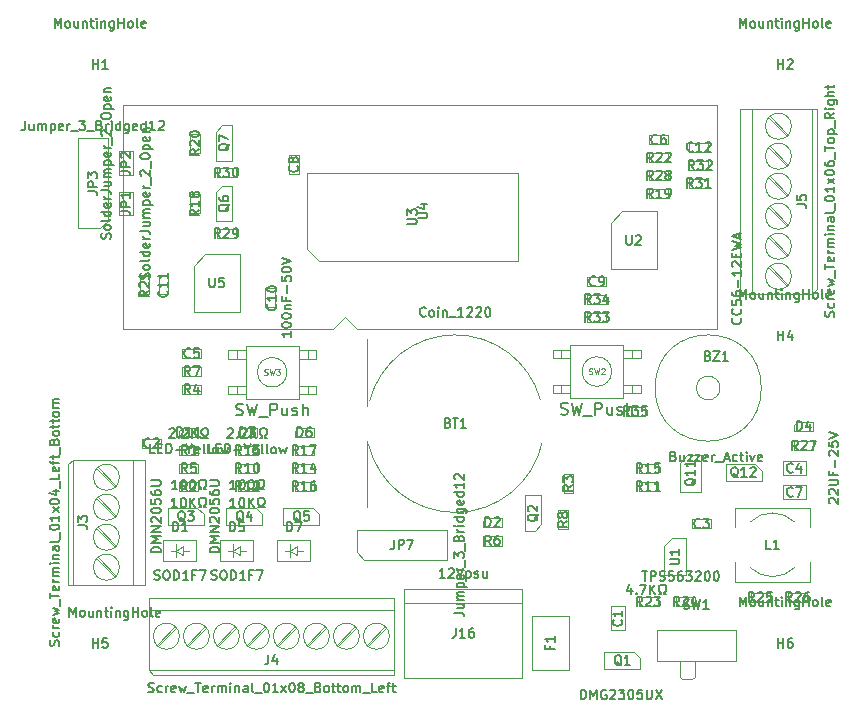
<source format=gbr>
G04 #@! TF.GenerationSoftware,KiCad,Pcbnew,(5.1.5)-3*
G04 #@! TF.CreationDate,2020-04-22T10:50:03+08:00*
G04 #@! TF.ProjectId,RDMA,52444d41-2e6b-4696-9361-645f70636258,1.0*
G04 #@! TF.SameCoordinates,Original*
G04 #@! TF.FileFunction,Other,Fab,Top*
%FSLAX46Y46*%
G04 Gerber Fmt 4.6, Leading zero omitted, Abs format (unit mm)*
G04 Created by KiCad (PCBNEW (5.1.5)-3) date 2020-04-22 10:50:03*
%MOMM*%
%LPD*%
G04 APERTURE LIST*
%ADD10C,0.120000*%
%ADD11C,0.100000*%
%ADD12C,0.150000*%
%ADD13C,0.075000*%
G04 APERTURE END LIST*
D10*
X117858500Y-79768000D02*
X117858500Y-85368000D01*
X117858500Y-88368000D02*
X117858500Y-93968000D01*
X132493230Y-84847910D02*
G75*
G03X118046500Y-84963000I-7207730J-2020090D01*
G01*
X117953594Y-88664363D02*
G75*
G03X132651500Y-88519000I7331906J1796363D01*
G01*
D11*
X107541500Y-80300000D02*
X112041500Y-80300000D01*
X112041500Y-80300000D02*
X112041500Y-84800000D01*
X112041500Y-84800000D02*
X107541500Y-84800000D01*
X107541500Y-84800000D02*
X107541500Y-80300000D01*
X111041500Y-82550000D02*
G75*
G03X111041500Y-82550000I-1250000J0D01*
G01*
X112041500Y-81400000D02*
X113541500Y-81400000D01*
X113541500Y-81400000D02*
X113541500Y-80700000D01*
X113541500Y-80700000D02*
X112041500Y-80700000D01*
X112041500Y-83700000D02*
X113541500Y-83700000D01*
X113541500Y-83700000D02*
X113541500Y-84400000D01*
X113541500Y-84400000D02*
X112041500Y-84400000D01*
X107541500Y-80700000D02*
X106041500Y-80700000D01*
X106041500Y-80700000D02*
X106041500Y-81400000D01*
X106041500Y-81400000D02*
X107541500Y-81400000D01*
X107541500Y-83700000D02*
X106041500Y-83700000D01*
X106041500Y-83700000D02*
X106041500Y-84400000D01*
X106041500Y-84400000D02*
X107541500Y-84400000D01*
X112791500Y-80700000D02*
X112791500Y-81400000D01*
X112791500Y-83700000D02*
X112791500Y-84400000D01*
X106791500Y-80700000D02*
X106791500Y-81400000D01*
X106791500Y-83700000D02*
X106791500Y-84400000D01*
X135037000Y-80236500D02*
X139537000Y-80236500D01*
X139537000Y-80236500D02*
X139537000Y-84736500D01*
X139537000Y-84736500D02*
X135037000Y-84736500D01*
X135037000Y-84736500D02*
X135037000Y-80236500D01*
X138537000Y-82486500D02*
G75*
G03X138537000Y-82486500I-1250000J0D01*
G01*
X139537000Y-81336500D02*
X141037000Y-81336500D01*
X141037000Y-81336500D02*
X141037000Y-80636500D01*
X141037000Y-80636500D02*
X139537000Y-80636500D01*
X139537000Y-83636500D02*
X141037000Y-83636500D01*
X141037000Y-83636500D02*
X141037000Y-84336500D01*
X141037000Y-84336500D02*
X139537000Y-84336500D01*
X135037000Y-80636500D02*
X133537000Y-80636500D01*
X133537000Y-80636500D02*
X133537000Y-81336500D01*
X133537000Y-81336500D02*
X135037000Y-81336500D01*
X135037000Y-83636500D02*
X133537000Y-83636500D01*
X133537000Y-83636500D02*
X133537000Y-84336500D01*
X133537000Y-84336500D02*
X135037000Y-84336500D01*
X140287000Y-80636500D02*
X140287000Y-81336500D01*
X140287000Y-83636500D02*
X140287000Y-84336500D01*
X134287000Y-80636500D02*
X134287000Y-81336500D01*
X134287000Y-83636500D02*
X134287000Y-84336500D01*
X151208500Y-83883500D02*
G75*
G03X151208500Y-83883500I-4500000J0D01*
G01*
X147708500Y-83883500D02*
G75*
G03X147708500Y-83883500I-1000000J0D01*
G01*
X135274000Y-91186000D02*
X135274000Y-92786000D01*
X134474000Y-91186000D02*
X135274000Y-91186000D01*
X134474000Y-92786000D02*
X134474000Y-91186000D01*
X135274000Y-92786000D02*
X134474000Y-92786000D01*
X116951000Y-78905500D02*
X147451000Y-78905500D01*
X147451000Y-78905500D02*
X147451000Y-59905500D01*
X97151000Y-59905500D02*
X147451000Y-59905500D01*
X97151000Y-78905500D02*
X97151000Y-59905500D01*
X114951000Y-78905500D02*
X97151000Y-78905500D01*
X115951000Y-77905500D02*
X114951000Y-78905500D01*
X116951000Y-78905500D02*
X115951000Y-77905500D01*
X103142500Y-73518500D02*
X104117500Y-72543500D01*
X103142500Y-77443500D02*
X103142500Y-73518500D01*
X107042500Y-77443500D02*
X103142500Y-77443500D01*
X107042500Y-72543500D02*
X107042500Y-77443500D01*
X104117500Y-72543500D02*
X107042500Y-72543500D01*
X113716000Y-73155500D02*
X112716000Y-72155500D01*
X130616000Y-73155500D02*
X113716000Y-73155500D01*
X130616000Y-65655500D02*
X130616000Y-73155500D01*
X112716000Y-65655500D02*
X130616000Y-65655500D01*
X112716000Y-72155500D02*
X112716000Y-65655500D01*
X139725500Y-85452000D02*
X141325500Y-85452000D01*
X139725500Y-86252000D02*
X139725500Y-85452000D01*
X141325500Y-86252000D02*
X139725500Y-86252000D01*
X141325500Y-85452000D02*
X141325500Y-86252000D01*
X145123000Y-64624000D02*
X146723000Y-64624000D01*
X145123000Y-65424000D02*
X145123000Y-64624000D01*
X146723000Y-65424000D02*
X145123000Y-65424000D01*
X146723000Y-64624000D02*
X146723000Y-65424000D01*
X146723000Y-66948000D02*
X145123000Y-66948000D01*
X146723000Y-66148000D02*
X146723000Y-66948000D01*
X145123000Y-66148000D02*
X146723000Y-66148000D01*
X145123000Y-66948000D02*
X145123000Y-66148000D01*
X105118000Y-65259000D02*
X106718000Y-65259000D01*
X105118000Y-66059000D02*
X105118000Y-65259000D01*
X106718000Y-66059000D02*
X105118000Y-66059000D01*
X106718000Y-65259000D02*
X106718000Y-66059000D01*
X105118000Y-70402500D02*
X106718000Y-70402500D01*
X105118000Y-71202500D02*
X105118000Y-70402500D01*
X106718000Y-71202500D02*
X105118000Y-71202500D01*
X106718000Y-70402500D02*
X106718000Y-71202500D01*
X103651000Y-62344500D02*
X103651000Y-63944500D01*
X102851000Y-62344500D02*
X103651000Y-62344500D01*
X102851000Y-63944500D02*
X102851000Y-62344500D01*
X103651000Y-63944500D02*
X102851000Y-63944500D01*
X103651000Y-67488000D02*
X103651000Y-69088000D01*
X102851000Y-67488000D02*
X103651000Y-67488000D01*
X102851000Y-69088000D02*
X102851000Y-67488000D01*
X103651000Y-69088000D02*
X102851000Y-69088000D01*
X105027500Y-64639000D02*
X106427500Y-64639000D01*
X106427500Y-61599000D02*
X106427500Y-64639000D01*
X105027500Y-62169000D02*
X105577500Y-61599000D01*
X105577500Y-61599000D02*
X106427500Y-61599000D01*
X105027500Y-62169000D02*
X105027500Y-64619000D01*
X105027500Y-69782500D02*
X106427500Y-69782500D01*
X106427500Y-66742500D02*
X106427500Y-69782500D01*
X105027500Y-67312500D02*
X105577500Y-66742500D01*
X105577500Y-66742500D02*
X106427500Y-66742500D01*
X105027500Y-67312500D02*
X105027500Y-69762500D01*
X146723000Y-63900000D02*
X145123000Y-63900000D01*
X146723000Y-63100000D02*
X146723000Y-63900000D01*
X145123000Y-63100000D02*
X146723000Y-63100000D01*
X145123000Y-63900000D02*
X145123000Y-63100000D01*
X100984000Y-74346000D02*
X100984000Y-75946000D01*
X100184000Y-74346000D02*
X100984000Y-74346000D01*
X100184000Y-75946000D02*
X100184000Y-74346000D01*
X100984000Y-75946000D02*
X100184000Y-75946000D01*
X110001000Y-75438000D02*
X110001000Y-77038000D01*
X109201000Y-75438000D02*
X110001000Y-75438000D01*
X109201000Y-77038000D02*
X109201000Y-75438000D01*
X110001000Y-77038000D02*
X109201000Y-77038000D01*
X111233000Y-65760500D02*
X111233000Y-64160500D01*
X112033000Y-65760500D02*
X111233000Y-65760500D01*
X112033000Y-64160500D02*
X112033000Y-65760500D01*
X111233000Y-64160500D02*
X112033000Y-64160500D01*
X136487000Y-75990500D02*
X138087000Y-75990500D01*
X136487000Y-76790500D02*
X136487000Y-75990500D01*
X138087000Y-76790500D02*
X136487000Y-76790500D01*
X138087000Y-75990500D02*
X138087000Y-76790500D01*
X138087000Y-78314500D02*
X136487000Y-78314500D01*
X138087000Y-77514500D02*
X138087000Y-78314500D01*
X136487000Y-77514500D02*
X138087000Y-77514500D01*
X136487000Y-78314500D02*
X136487000Y-77514500D01*
X138087000Y-75266500D02*
X136487000Y-75266500D01*
X138087000Y-74466500D02*
X138087000Y-75266500D01*
X136487000Y-74466500D02*
X138087000Y-74466500D01*
X136487000Y-75266500D02*
X136487000Y-74466500D01*
X151819000Y-61021000D02*
X153354000Y-62556000D01*
X151954000Y-60887000D02*
X153489000Y-62422000D01*
X151819000Y-63561000D02*
X153354000Y-65096000D01*
X151954000Y-63427000D02*
X153489000Y-64962000D01*
X151819000Y-66101000D02*
X153354000Y-67636000D01*
X151954000Y-65967000D02*
X153489000Y-67502000D01*
X151819000Y-68641000D02*
X153354000Y-70176000D01*
X151954000Y-68507000D02*
X153489000Y-70042000D01*
X151819000Y-71181000D02*
X153354000Y-72716000D01*
X151954000Y-71047000D02*
X153489000Y-72582000D01*
X151819000Y-73721000D02*
X153354000Y-75257000D01*
X151954000Y-73587000D02*
X153489000Y-75123000D01*
X150404000Y-75922000D02*
X150404000Y-60222000D01*
X155504000Y-75922000D02*
X155504000Y-60222000D01*
X155504000Y-75922000D02*
X149404000Y-75922000D01*
X155904000Y-75522000D02*
X155504000Y-75922000D01*
X155904000Y-60222000D02*
X155904000Y-75522000D01*
X149404000Y-60222000D02*
X155904000Y-60222000D01*
X149404000Y-75922000D02*
X149404000Y-60222000D01*
X153754000Y-61722000D02*
G75*
G03X153754000Y-61722000I-1100000J0D01*
G01*
X153754000Y-64262000D02*
G75*
G03X153754000Y-64262000I-1100000J0D01*
G01*
X153754000Y-66802000D02*
G75*
G03X153754000Y-66802000I-1100000J0D01*
G01*
X153754000Y-69342000D02*
G75*
G03X153754000Y-69342000I-1100000J0D01*
G01*
X153754000Y-71882000D02*
G75*
G03X153754000Y-71882000I-1100000J0D01*
G01*
X153754000Y-74422000D02*
G75*
G03X153754000Y-74422000I-1100000J0D01*
G01*
X120984000Y-108398000D02*
X130984000Y-108398000D01*
X120984000Y-100898000D02*
X120984000Y-108398000D01*
X130984000Y-100898000D02*
X120984000Y-100898000D01*
X130984000Y-108398000D02*
X130984000Y-100898000D01*
X130934000Y-102098000D02*
X121034000Y-102098000D01*
X119319000Y-104067000D02*
X117784000Y-105602000D01*
X119453000Y-104202000D02*
X117918000Y-105737000D01*
X116779000Y-104067000D02*
X115244000Y-105602000D01*
X116913000Y-104202000D02*
X115378000Y-105737000D01*
X114239000Y-104067000D02*
X112704000Y-105602000D01*
X114373000Y-104202000D02*
X112838000Y-105737000D01*
X111699000Y-104067000D02*
X110164000Y-105602000D01*
X111833000Y-104202000D02*
X110298000Y-105737000D01*
X109159000Y-104067000D02*
X107624000Y-105602000D01*
X109293000Y-104202000D02*
X107758000Y-105737000D01*
X106619000Y-104067000D02*
X105084000Y-105602000D01*
X106753000Y-104202000D02*
X105218000Y-105737000D01*
X104079000Y-104067000D02*
X102544000Y-105602000D01*
X104213000Y-104202000D02*
X102678000Y-105737000D01*
X101539000Y-104067000D02*
X100003000Y-105602000D01*
X101673000Y-104202000D02*
X100137000Y-105737000D01*
X99338000Y-102652000D02*
X120118000Y-102652000D01*
X99338000Y-107752000D02*
X120118000Y-107752000D01*
X99338000Y-107752000D02*
X99338000Y-101652000D01*
X99738000Y-108152000D02*
X99338000Y-107752000D01*
X120118000Y-108152000D02*
X99738000Y-108152000D01*
X120118000Y-101652000D02*
X120118000Y-108152000D01*
X99338000Y-101652000D02*
X120118000Y-101652000D01*
X119718000Y-104902000D02*
G75*
G03X119718000Y-104902000I-1100000J0D01*
G01*
X117178000Y-104902000D02*
G75*
G03X117178000Y-104902000I-1100000J0D01*
G01*
X114638000Y-104902000D02*
G75*
G03X114638000Y-104902000I-1100000J0D01*
G01*
X112098000Y-104902000D02*
G75*
G03X112098000Y-104902000I-1100000J0D01*
G01*
X109558000Y-104902000D02*
G75*
G03X109558000Y-104902000I-1100000J0D01*
G01*
X107018000Y-104902000D02*
G75*
G03X107018000Y-104902000I-1100000J0D01*
G01*
X104478000Y-104902000D02*
G75*
G03X104478000Y-104902000I-1100000J0D01*
G01*
X101938000Y-104902000D02*
G75*
G03X101938000Y-104902000I-1100000J0D01*
G01*
X96593000Y-99761000D02*
X95058000Y-98226000D01*
X96458000Y-99895000D02*
X94923000Y-98360000D01*
X96593000Y-97221000D02*
X95058000Y-95686000D01*
X96458000Y-97355000D02*
X94923000Y-95820000D01*
X96593000Y-94681000D02*
X95058000Y-93146000D01*
X96458000Y-94815000D02*
X94923000Y-93280000D01*
X96593000Y-92141000D02*
X95058000Y-90605000D01*
X96458000Y-92275000D02*
X94923000Y-90739000D01*
X98008000Y-89940000D02*
X98008000Y-100560000D01*
X92908000Y-89940000D02*
X92908000Y-100560000D01*
X92908000Y-89940000D02*
X99008000Y-89940000D01*
X92508000Y-90340000D02*
X92908000Y-89940000D01*
X92508000Y-100560000D02*
X92508000Y-90340000D01*
X99008000Y-100560000D02*
X92508000Y-100560000D01*
X99008000Y-89940000D02*
X99008000Y-100560000D01*
X96858000Y-99060000D02*
G75*
G03X96858000Y-99060000I-1100000J0D01*
G01*
X96858000Y-96520000D02*
G75*
G03X96858000Y-96520000I-1100000J0D01*
G01*
X96858000Y-93980000D02*
G75*
G03X96858000Y-93980000I-1100000J0D01*
G01*
X96858000Y-91440000D02*
G75*
G03X96858000Y-91440000I-1100000J0D01*
G01*
X117602000Y-98425000D02*
X116967000Y-97790000D01*
X124587000Y-98425000D02*
X117602000Y-98425000D01*
X124587000Y-95885000D02*
X124587000Y-98425000D01*
X116967000Y-95885000D02*
X124587000Y-95885000D01*
X116967000Y-97790000D02*
X116967000Y-95885000D01*
X98596500Y-75946000D02*
X98596500Y-74346000D01*
X99396500Y-75946000D02*
X98596500Y-75946000D01*
X99396500Y-74346000D02*
X99396500Y-75946000D01*
X98596500Y-74346000D02*
X99396500Y-74346000D01*
X98768000Y-88182500D02*
X100368000Y-88182500D01*
X98768000Y-88982500D02*
X98768000Y-88182500D01*
X100368000Y-88982500D02*
X98768000Y-88982500D01*
X100368000Y-88182500D02*
X100368000Y-88982500D01*
X100581000Y-96763000D02*
X103381000Y-96763000D01*
X103381000Y-96763000D02*
X103381000Y-98563000D01*
X103381000Y-98563000D02*
X100581000Y-98563000D01*
X100581000Y-98563000D02*
X100581000Y-96763000D01*
X101231000Y-97663000D02*
X101631000Y-97663000D01*
X101631000Y-97663000D02*
X101631000Y-97113000D01*
X101631000Y-97663000D02*
X101631000Y-98213000D01*
X101631000Y-97663000D02*
X102231000Y-97263000D01*
X102231000Y-97263000D02*
X102231000Y-98063000D01*
X102231000Y-98063000D02*
X101631000Y-97663000D01*
X102231000Y-97663000D02*
X102731000Y-97663000D01*
X111696500Y-88754000D02*
X113296500Y-88754000D01*
X111696500Y-89554000D02*
X111696500Y-88754000D01*
X113296500Y-89554000D02*
X111696500Y-89554000D01*
X113296500Y-88754000D02*
X113296500Y-89554000D01*
X113296500Y-92602000D02*
X111696500Y-92602000D01*
X113296500Y-91802000D02*
X113296500Y-92602000D01*
X111696500Y-91802000D02*
X113296500Y-91802000D01*
X111696500Y-92602000D02*
X111696500Y-91802000D01*
X113296500Y-91078000D02*
X111696500Y-91078000D01*
X113296500Y-90278000D02*
X113296500Y-91078000D01*
X111696500Y-90278000D02*
X113296500Y-90278000D01*
X111696500Y-91078000D02*
X111696500Y-90278000D01*
X106896000Y-88754000D02*
X108496000Y-88754000D01*
X106896000Y-89554000D02*
X106896000Y-88754000D01*
X108496000Y-89554000D02*
X106896000Y-89554000D01*
X108496000Y-88754000D02*
X108496000Y-89554000D01*
X108496000Y-92602000D02*
X106896000Y-92602000D01*
X108496000Y-91802000D02*
X108496000Y-92602000D01*
X106896000Y-91802000D02*
X108496000Y-91802000D01*
X106896000Y-92602000D02*
X106896000Y-91802000D01*
X108496000Y-91078000D02*
X106896000Y-91078000D01*
X108496000Y-90278000D02*
X108496000Y-91078000D01*
X106896000Y-90278000D02*
X108496000Y-90278000D01*
X106896000Y-91078000D02*
X106896000Y-90278000D01*
X134029500Y-95834000D02*
X134029500Y-94234000D01*
X134829500Y-95834000D02*
X134029500Y-95834000D01*
X134829500Y-94234000D02*
X134829500Y-95834000D01*
X134029500Y-94234000D02*
X134829500Y-94234000D01*
X127635000Y-96437500D02*
X129235000Y-96437500D01*
X127635000Y-97237500D02*
X127635000Y-96437500D01*
X129235000Y-97237500D02*
X127635000Y-97237500D01*
X129235000Y-96437500D02*
X129235000Y-97237500D01*
X103543000Y-92602000D02*
X101943000Y-92602000D01*
X103543000Y-91802000D02*
X103543000Y-92602000D01*
X101943000Y-91802000D02*
X103543000Y-91802000D01*
X101943000Y-92602000D02*
X101943000Y-91802000D01*
X101943000Y-88754000D02*
X103543000Y-88754000D01*
X101943000Y-89554000D02*
X101943000Y-88754000D01*
X103543000Y-89554000D02*
X101943000Y-89554000D01*
X103543000Y-88754000D02*
X103543000Y-89554000D01*
X110748000Y-94042000D02*
X110748000Y-95442000D01*
X113788000Y-95442000D02*
X110748000Y-95442000D01*
X113218000Y-94042000D02*
X113788000Y-94592000D01*
X113788000Y-94592000D02*
X113788000Y-95442000D01*
X113218000Y-94042000D02*
X110768000Y-94042000D01*
X105922000Y-94042000D02*
X105922000Y-95442000D01*
X108962000Y-95442000D02*
X105922000Y-95442000D01*
X108392000Y-94042000D02*
X108962000Y-94592000D01*
X108962000Y-94592000D02*
X108962000Y-95442000D01*
X108392000Y-94042000D02*
X105942000Y-94042000D01*
X132589500Y-92968000D02*
X131189500Y-92968000D01*
X131189500Y-96008000D02*
X131189500Y-92968000D01*
X132589500Y-95438000D02*
X132039500Y-96008000D01*
X132039500Y-96008000D02*
X131189500Y-96008000D01*
X132589500Y-95438000D02*
X132589500Y-92988000D01*
X95885000Y-69723000D02*
X95250000Y-70358000D01*
X95885000Y-62738000D02*
X95885000Y-69723000D01*
X93345000Y-62738000D02*
X95885000Y-62738000D01*
X93345000Y-70358000D02*
X93345000Y-62738000D01*
X95250000Y-70358000D02*
X93345000Y-70358000D01*
X96809000Y-65848500D02*
X96809000Y-63848500D01*
X98009000Y-65848500D02*
X96809000Y-65848500D01*
X98009000Y-63848500D02*
X98009000Y-65848500D01*
X96809000Y-63848500D02*
X98009000Y-63848500D01*
X98009000Y-67247500D02*
X98009000Y-69247500D01*
X96809000Y-67247500D02*
X98009000Y-67247500D01*
X96809000Y-69247500D02*
X96809000Y-67247500D01*
X98009000Y-69247500D02*
X96809000Y-69247500D01*
X103543000Y-88030000D02*
X103543000Y-87230000D01*
X101943000Y-88030000D02*
X103543000Y-88030000D01*
X101943000Y-87530000D02*
X101943000Y-88030000D01*
X102243000Y-87230000D02*
X101943000Y-87530000D01*
X103543000Y-87230000D02*
X102243000Y-87230000D01*
X110233000Y-96763000D02*
X113033000Y-96763000D01*
X113033000Y-96763000D02*
X113033000Y-98563000D01*
X113033000Y-98563000D02*
X110233000Y-98563000D01*
X110233000Y-98563000D02*
X110233000Y-96763000D01*
X110883000Y-97663000D02*
X111283000Y-97663000D01*
X111283000Y-97663000D02*
X111283000Y-97113000D01*
X111283000Y-97663000D02*
X111283000Y-98213000D01*
X111283000Y-97663000D02*
X111883000Y-97263000D01*
X111883000Y-97263000D02*
X111883000Y-98063000D01*
X111883000Y-98063000D02*
X111283000Y-97663000D01*
X111883000Y-97663000D02*
X112383000Y-97663000D01*
X113322000Y-88030000D02*
X113322000Y-87230000D01*
X111722000Y-88030000D02*
X113322000Y-88030000D01*
X111722000Y-87530000D02*
X111722000Y-88030000D01*
X112022000Y-87230000D02*
X111722000Y-87530000D01*
X113322000Y-87230000D02*
X112022000Y-87230000D01*
X105407000Y-96763000D02*
X108207000Y-96763000D01*
X108207000Y-96763000D02*
X108207000Y-98563000D01*
X108207000Y-98563000D02*
X105407000Y-98563000D01*
X105407000Y-98563000D02*
X105407000Y-96763000D01*
X106057000Y-97663000D02*
X106457000Y-97663000D01*
X106457000Y-97663000D02*
X106457000Y-97113000D01*
X106457000Y-97663000D02*
X106457000Y-98213000D01*
X106457000Y-97663000D02*
X107057000Y-97263000D01*
X107057000Y-97263000D02*
X107057000Y-98063000D01*
X107057000Y-98063000D02*
X106457000Y-97663000D01*
X107057000Y-97663000D02*
X107557000Y-97663000D01*
X108470500Y-88030000D02*
X108470500Y-87230000D01*
X106870500Y-88030000D02*
X108470500Y-88030000D01*
X106870500Y-87530000D02*
X106870500Y-88030000D01*
X107170500Y-87230000D02*
X106870500Y-87530000D01*
X108470500Y-87230000D02*
X107170500Y-87230000D01*
X129235000Y-95650000D02*
X129235000Y-94850000D01*
X127635000Y-95650000D02*
X129235000Y-95650000D01*
X127635000Y-95150000D02*
X127635000Y-95650000D01*
X127935000Y-94850000D02*
X127635000Y-95150000D01*
X129235000Y-94850000D02*
X127935000Y-94850000D01*
X150236000Y-99065000D02*
G75*
G03X154056000Y-99065000I1910000J1910000D01*
G01*
X154056000Y-95245000D02*
G75*
G03X150236000Y-95245000I-1910000J-1910000D01*
G01*
X148996000Y-100305000D02*
X155296000Y-100305000D01*
X148996000Y-94005000D02*
X155296000Y-94005000D01*
X148996000Y-94005000D02*
X148996000Y-95655000D01*
X148996000Y-100305000D02*
X148996000Y-98655000D01*
X155296000Y-94005000D02*
X155296000Y-95655000D01*
X155296000Y-100305000D02*
X155296000Y-98655000D01*
X155002500Y-93310000D02*
X153002500Y-93310000D01*
X155002500Y-92110000D02*
X155002500Y-93310000D01*
X153002500Y-92110000D02*
X155002500Y-92110000D01*
X153002500Y-93310000D02*
X153002500Y-92110000D01*
X155079500Y-102000000D02*
X153479500Y-102000000D01*
X155079500Y-101200000D02*
X155079500Y-102000000D01*
X153479500Y-101200000D02*
X155079500Y-101200000D01*
X153479500Y-102000000D02*
X153479500Y-101200000D01*
X141732000Y-65513000D02*
X143332000Y-65513000D01*
X141732000Y-66313000D02*
X141732000Y-65513000D01*
X143332000Y-66313000D02*
X141732000Y-66313000D01*
X143332000Y-65513000D02*
X143332000Y-66313000D01*
X153987500Y-88373000D02*
X155587500Y-88373000D01*
X153987500Y-89173000D02*
X153987500Y-88373000D01*
X155587500Y-89173000D02*
X153987500Y-89173000D01*
X155587500Y-88373000D02*
X155587500Y-89173000D01*
X151904500Y-102000000D02*
X150304500Y-102000000D01*
X151904500Y-101200000D02*
X151904500Y-102000000D01*
X150304500Y-101200000D02*
X151904500Y-101200000D01*
X150304500Y-102000000D02*
X150304500Y-101200000D01*
X145554500Y-102381000D02*
X143954500Y-102381000D01*
X145554500Y-101581000D02*
X145554500Y-102381000D01*
X143954500Y-101581000D02*
X145554500Y-101581000D01*
X143954500Y-102381000D02*
X143954500Y-101581000D01*
X140830500Y-102381000D02*
X140830500Y-101581000D01*
X140830500Y-101581000D02*
X142430500Y-101581000D01*
X142430500Y-101581000D02*
X142430500Y-102381000D01*
X142430500Y-102381000D02*
X140830500Y-102381000D01*
X141732000Y-63989000D02*
X143332000Y-63989000D01*
X141732000Y-64789000D02*
X141732000Y-63989000D01*
X143332000Y-64789000D02*
X141732000Y-64789000D01*
X143332000Y-63989000D02*
X143332000Y-64789000D01*
X141732000Y-67037000D02*
X143332000Y-67037000D01*
X141732000Y-67837000D02*
X141732000Y-67037000D01*
X143332000Y-67837000D02*
X141732000Y-67837000D01*
X143332000Y-67037000D02*
X143332000Y-67837000D01*
X142430500Y-91078000D02*
X140830500Y-91078000D01*
X142430500Y-90278000D02*
X142430500Y-91078000D01*
X140830500Y-90278000D02*
X142430500Y-90278000D01*
X140830500Y-91078000D02*
X140830500Y-90278000D01*
X142430500Y-92602000D02*
X140830500Y-92602000D01*
X142430500Y-91802000D02*
X142430500Y-92602000D01*
X140830500Y-91802000D02*
X142430500Y-91802000D01*
X140830500Y-92602000D02*
X140830500Y-91802000D01*
X102197000Y-82086500D02*
X103797000Y-82086500D01*
X102197000Y-82886500D02*
X102197000Y-82086500D01*
X103797000Y-82886500D02*
X102197000Y-82886500D01*
X103797000Y-82086500D02*
X103797000Y-82886500D01*
X103543000Y-91078000D02*
X101943000Y-91078000D01*
X103543000Y-90278000D02*
X103543000Y-91078000D01*
X101943000Y-90278000D02*
X103543000Y-90278000D01*
X101943000Y-91078000D02*
X101943000Y-90278000D01*
X103797000Y-84410500D02*
X102197000Y-84410500D01*
X103797000Y-83610500D02*
X103797000Y-84410500D01*
X102197000Y-83610500D02*
X103797000Y-83610500D01*
X102197000Y-84410500D02*
X102197000Y-83610500D01*
X155587500Y-87522000D02*
X155587500Y-86722000D01*
X153987500Y-87522000D02*
X155587500Y-87522000D01*
X153987500Y-87022000D02*
X153987500Y-87522000D01*
X154287500Y-86722000D02*
X153987500Y-87022000D01*
X155587500Y-86722000D02*
X154287500Y-86722000D01*
X141732000Y-62465000D02*
X143332000Y-62465000D01*
X141732000Y-63265000D02*
X141732000Y-62465000D01*
X143332000Y-63265000D02*
X141732000Y-63265000D01*
X143332000Y-62465000D02*
X143332000Y-63265000D01*
X103797000Y-81362500D02*
X102197000Y-81362500D01*
X103797000Y-80562500D02*
X103797000Y-81362500D01*
X102197000Y-80562500D02*
X103797000Y-80562500D01*
X102197000Y-81362500D02*
X102197000Y-80562500D01*
X153002500Y-90078000D02*
X155002500Y-90078000D01*
X153002500Y-91278000D02*
X153002500Y-90078000D01*
X155002500Y-91278000D02*
X153002500Y-91278000D01*
X155002500Y-90078000D02*
X155002500Y-91278000D01*
X146951500Y-95777000D02*
X145351500Y-95777000D01*
X146951500Y-94977000D02*
X146951500Y-95777000D01*
X145351500Y-94977000D02*
X146951500Y-94977000D01*
X145351500Y-95777000D02*
X145351500Y-94977000D01*
X138465000Y-104378000D02*
X138465000Y-102378000D01*
X139665000Y-104378000D02*
X138465000Y-104378000D01*
X139665000Y-102378000D02*
X139665000Y-104378000D01*
X138465000Y-102378000D02*
X139665000Y-102378000D01*
X137926000Y-106234000D02*
X137926000Y-107634000D01*
X140966000Y-107634000D02*
X137926000Y-107634000D01*
X140396000Y-106234000D02*
X140966000Y-106784000D01*
X140966000Y-106784000D02*
X140966000Y-107634000D01*
X140396000Y-106234000D02*
X137946000Y-106234000D01*
X149052000Y-104410000D02*
X142352000Y-104410000D01*
X149052000Y-107010000D02*
X149052000Y-104410000D01*
X142352000Y-107010000D02*
X149052000Y-107010000D01*
X142352000Y-104410000D02*
X142352000Y-107010000D01*
X145602000Y-108310000D02*
X145602000Y-107010000D01*
X145552000Y-108360000D02*
X145602000Y-108310000D01*
X145352000Y-108560000D02*
X145552000Y-108360000D01*
X144502000Y-108560000D02*
X145352000Y-108560000D01*
X144302000Y-108360000D02*
X144502000Y-108560000D01*
X144302000Y-107060000D02*
X144302000Y-108360000D01*
X144791000Y-96621000D02*
X144791000Y-99721000D01*
X144791000Y-99721000D02*
X142991000Y-99721000D01*
X142991000Y-97271000D02*
X142991000Y-99721000D01*
X144791000Y-96621000D02*
X143641000Y-96621000D01*
X142991000Y-97271000D02*
X143641000Y-96621000D01*
X138448500Y-69924000D02*
X139448500Y-68924000D01*
X138448500Y-73824000D02*
X138448500Y-69924000D01*
X142348500Y-73824000D02*
X138448500Y-73824000D01*
X142348500Y-68924000D02*
X142348500Y-73824000D01*
X139448500Y-68924000D02*
X142348500Y-68924000D01*
X148187600Y-90317600D02*
X148187600Y-91717600D01*
X151227600Y-91717600D02*
X148187600Y-91717600D01*
X150657600Y-90317600D02*
X151227600Y-90867600D01*
X151227600Y-90867600D02*
X151227600Y-91717600D01*
X150657600Y-90317600D02*
X148207600Y-90317600D01*
X146104000Y-89549600D02*
X146104000Y-92649600D01*
X146104000Y-92649600D02*
X144304000Y-92649600D01*
X144304000Y-90199600D02*
X144304000Y-92649600D01*
X146104000Y-89549600D02*
X144954000Y-89549600D01*
X144304000Y-90199600D02*
X144954000Y-89549600D01*
X134950000Y-107721000D02*
X131750000Y-107721000D01*
X131750000Y-107721000D02*
X131750000Y-103221000D01*
X131750000Y-103221000D02*
X134950000Y-103221000D01*
X134950000Y-103221000D02*
X134950000Y-107721000D01*
X103439000Y-94042000D02*
X100989000Y-94042000D01*
X104009000Y-94592000D02*
X104009000Y-95442000D01*
X103439000Y-94042000D02*
X104009000Y-94592000D01*
X104009000Y-95442000D02*
X100969000Y-95442000D01*
X100969000Y-94042000D02*
X100969000Y-95442000D01*
D12*
X122790261Y-77755714D02*
X122752166Y-77793809D01*
X122637880Y-77831904D01*
X122561690Y-77831904D01*
X122447404Y-77793809D01*
X122371214Y-77717619D01*
X122333119Y-77641428D01*
X122295023Y-77489047D01*
X122295023Y-77374761D01*
X122333119Y-77222380D01*
X122371214Y-77146190D01*
X122447404Y-77070000D01*
X122561690Y-77031904D01*
X122637880Y-77031904D01*
X122752166Y-77070000D01*
X122790261Y-77108095D01*
X123247404Y-77831904D02*
X123171214Y-77793809D01*
X123133119Y-77755714D01*
X123095023Y-77679523D01*
X123095023Y-77450952D01*
X123133119Y-77374761D01*
X123171214Y-77336666D01*
X123247404Y-77298571D01*
X123361690Y-77298571D01*
X123437880Y-77336666D01*
X123475976Y-77374761D01*
X123514071Y-77450952D01*
X123514071Y-77679523D01*
X123475976Y-77755714D01*
X123437880Y-77793809D01*
X123361690Y-77831904D01*
X123247404Y-77831904D01*
X123856928Y-77831904D02*
X123856928Y-77298571D01*
X123856928Y-77031904D02*
X123818833Y-77070000D01*
X123856928Y-77108095D01*
X123895023Y-77070000D01*
X123856928Y-77031904D01*
X123856928Y-77108095D01*
X124237880Y-77298571D02*
X124237880Y-77831904D01*
X124237880Y-77374761D02*
X124275976Y-77336666D01*
X124352166Y-77298571D01*
X124466452Y-77298571D01*
X124542642Y-77336666D01*
X124580738Y-77412857D01*
X124580738Y-77831904D01*
X124771214Y-77908095D02*
X125380738Y-77908095D01*
X125990261Y-77831904D02*
X125533119Y-77831904D01*
X125761690Y-77831904D02*
X125761690Y-77031904D01*
X125685500Y-77146190D01*
X125609309Y-77222380D01*
X125533119Y-77260476D01*
X126295023Y-77108095D02*
X126333119Y-77070000D01*
X126409309Y-77031904D01*
X126599785Y-77031904D01*
X126675976Y-77070000D01*
X126714071Y-77108095D01*
X126752166Y-77184285D01*
X126752166Y-77260476D01*
X126714071Y-77374761D01*
X126256928Y-77831904D01*
X126752166Y-77831904D01*
X127056928Y-77108095D02*
X127095023Y-77070000D01*
X127171214Y-77031904D01*
X127361690Y-77031904D01*
X127437880Y-77070000D01*
X127475976Y-77108095D01*
X127514071Y-77184285D01*
X127514071Y-77260476D01*
X127475976Y-77374761D01*
X127018833Y-77831904D01*
X127514071Y-77831904D01*
X128009309Y-77031904D02*
X128085500Y-77031904D01*
X128161690Y-77070000D01*
X128199785Y-77108095D01*
X128237880Y-77184285D01*
X128275976Y-77336666D01*
X128275976Y-77527142D01*
X128237880Y-77679523D01*
X128199785Y-77755714D01*
X128161690Y-77793809D01*
X128085500Y-77831904D01*
X128009309Y-77831904D01*
X127933119Y-77793809D01*
X127895023Y-77755714D01*
X127856928Y-77679523D01*
X127818833Y-77527142D01*
X127818833Y-77336666D01*
X127856928Y-77184285D01*
X127895023Y-77108095D01*
X127933119Y-77070000D01*
X128009309Y-77031904D01*
X124656928Y-86810857D02*
X124771214Y-86848952D01*
X124809309Y-86887047D01*
X124847404Y-86963238D01*
X124847404Y-87077523D01*
X124809309Y-87153714D01*
X124771214Y-87191809D01*
X124695023Y-87229904D01*
X124390261Y-87229904D01*
X124390261Y-86429904D01*
X124656928Y-86429904D01*
X124733119Y-86468000D01*
X124771214Y-86506095D01*
X124809309Y-86582285D01*
X124809309Y-86658476D01*
X124771214Y-86734666D01*
X124733119Y-86772761D01*
X124656928Y-86810857D01*
X124390261Y-86810857D01*
X125075976Y-86429904D02*
X125533119Y-86429904D01*
X125304547Y-87229904D02*
X125304547Y-86429904D01*
X126218833Y-87229904D02*
X125761690Y-87229904D01*
X125990261Y-87229904D02*
X125990261Y-86429904D01*
X125914071Y-86544190D01*
X125837880Y-86620380D01*
X125761690Y-86658476D01*
X106743880Y-86154761D02*
X106886738Y-86202380D01*
X107124833Y-86202380D01*
X107220071Y-86154761D01*
X107267690Y-86107142D01*
X107315309Y-86011904D01*
X107315309Y-85916666D01*
X107267690Y-85821428D01*
X107220071Y-85773809D01*
X107124833Y-85726190D01*
X106934357Y-85678571D01*
X106839119Y-85630952D01*
X106791500Y-85583333D01*
X106743880Y-85488095D01*
X106743880Y-85392857D01*
X106791500Y-85297619D01*
X106839119Y-85250000D01*
X106934357Y-85202380D01*
X107172452Y-85202380D01*
X107315309Y-85250000D01*
X107648642Y-85202380D02*
X107886738Y-86202380D01*
X108077214Y-85488095D01*
X108267690Y-86202380D01*
X108505785Y-85202380D01*
X108648642Y-86297619D02*
X109410547Y-86297619D01*
X109648642Y-86202380D02*
X109648642Y-85202380D01*
X110029595Y-85202380D01*
X110124833Y-85250000D01*
X110172452Y-85297619D01*
X110220071Y-85392857D01*
X110220071Y-85535714D01*
X110172452Y-85630952D01*
X110124833Y-85678571D01*
X110029595Y-85726190D01*
X109648642Y-85726190D01*
X111077214Y-85535714D02*
X111077214Y-86202380D01*
X110648642Y-85535714D02*
X110648642Y-86059523D01*
X110696261Y-86154761D01*
X110791500Y-86202380D01*
X110934357Y-86202380D01*
X111029595Y-86154761D01*
X111077214Y-86107142D01*
X111505785Y-86154761D02*
X111601023Y-86202380D01*
X111791500Y-86202380D01*
X111886738Y-86154761D01*
X111934357Y-86059523D01*
X111934357Y-86011904D01*
X111886738Y-85916666D01*
X111791500Y-85869047D01*
X111648642Y-85869047D01*
X111553404Y-85821428D01*
X111505785Y-85726190D01*
X111505785Y-85678571D01*
X111553404Y-85583333D01*
X111648642Y-85535714D01*
X111791500Y-85535714D01*
X111886738Y-85583333D01*
X112362928Y-86202380D02*
X112362928Y-85202380D01*
X112791500Y-86202380D02*
X112791500Y-85678571D01*
X112743880Y-85583333D01*
X112648642Y-85535714D01*
X112505785Y-85535714D01*
X112410547Y-85583333D01*
X112362928Y-85630952D01*
D13*
X109124833Y-82752380D02*
X109196261Y-82776190D01*
X109315309Y-82776190D01*
X109362928Y-82752380D01*
X109386738Y-82728571D01*
X109410547Y-82680952D01*
X109410547Y-82633333D01*
X109386738Y-82585714D01*
X109362928Y-82561904D01*
X109315309Y-82538095D01*
X109220071Y-82514285D01*
X109172452Y-82490476D01*
X109148642Y-82466666D01*
X109124833Y-82419047D01*
X109124833Y-82371428D01*
X109148642Y-82323809D01*
X109172452Y-82300000D01*
X109220071Y-82276190D01*
X109339119Y-82276190D01*
X109410547Y-82300000D01*
X109577214Y-82276190D02*
X109696261Y-82776190D01*
X109791500Y-82419047D01*
X109886738Y-82776190D01*
X110005785Y-82276190D01*
X110148642Y-82276190D02*
X110458166Y-82276190D01*
X110291500Y-82466666D01*
X110362928Y-82466666D01*
X110410547Y-82490476D01*
X110434357Y-82514285D01*
X110458166Y-82561904D01*
X110458166Y-82680952D01*
X110434357Y-82728571D01*
X110410547Y-82752380D01*
X110362928Y-82776190D01*
X110220071Y-82776190D01*
X110172452Y-82752380D01*
X110148642Y-82728571D01*
D12*
X134239380Y-86091261D02*
X134382238Y-86138880D01*
X134620333Y-86138880D01*
X134715571Y-86091261D01*
X134763190Y-86043642D01*
X134810809Y-85948404D01*
X134810809Y-85853166D01*
X134763190Y-85757928D01*
X134715571Y-85710309D01*
X134620333Y-85662690D01*
X134429857Y-85615071D01*
X134334619Y-85567452D01*
X134287000Y-85519833D01*
X134239380Y-85424595D01*
X134239380Y-85329357D01*
X134287000Y-85234119D01*
X134334619Y-85186500D01*
X134429857Y-85138880D01*
X134667952Y-85138880D01*
X134810809Y-85186500D01*
X135144142Y-85138880D02*
X135382238Y-86138880D01*
X135572714Y-85424595D01*
X135763190Y-86138880D01*
X136001285Y-85138880D01*
X136144142Y-86234119D02*
X136906047Y-86234119D01*
X137144142Y-86138880D02*
X137144142Y-85138880D01*
X137525095Y-85138880D01*
X137620333Y-85186500D01*
X137667952Y-85234119D01*
X137715571Y-85329357D01*
X137715571Y-85472214D01*
X137667952Y-85567452D01*
X137620333Y-85615071D01*
X137525095Y-85662690D01*
X137144142Y-85662690D01*
X138572714Y-85472214D02*
X138572714Y-86138880D01*
X138144142Y-85472214D02*
X138144142Y-85996023D01*
X138191761Y-86091261D01*
X138287000Y-86138880D01*
X138429857Y-86138880D01*
X138525095Y-86091261D01*
X138572714Y-86043642D01*
X139001285Y-86091261D02*
X139096523Y-86138880D01*
X139287000Y-86138880D01*
X139382238Y-86091261D01*
X139429857Y-85996023D01*
X139429857Y-85948404D01*
X139382238Y-85853166D01*
X139287000Y-85805547D01*
X139144142Y-85805547D01*
X139048904Y-85757928D01*
X139001285Y-85662690D01*
X139001285Y-85615071D01*
X139048904Y-85519833D01*
X139144142Y-85472214D01*
X139287000Y-85472214D01*
X139382238Y-85519833D01*
X139858428Y-86138880D02*
X139858428Y-85138880D01*
X140287000Y-86138880D02*
X140287000Y-85615071D01*
X140239380Y-85519833D01*
X140144142Y-85472214D01*
X140001285Y-85472214D01*
X139906047Y-85519833D01*
X139858428Y-85567452D01*
D13*
X136620333Y-82688880D02*
X136691761Y-82712690D01*
X136810809Y-82712690D01*
X136858428Y-82688880D01*
X136882238Y-82665071D01*
X136906047Y-82617452D01*
X136906047Y-82569833D01*
X136882238Y-82522214D01*
X136858428Y-82498404D01*
X136810809Y-82474595D01*
X136715571Y-82450785D01*
X136667952Y-82426976D01*
X136644142Y-82403166D01*
X136620333Y-82355547D01*
X136620333Y-82307928D01*
X136644142Y-82260309D01*
X136667952Y-82236500D01*
X136715571Y-82212690D01*
X136834619Y-82212690D01*
X136906047Y-82236500D01*
X137072714Y-82212690D02*
X137191761Y-82712690D01*
X137287000Y-82355547D01*
X137382238Y-82712690D01*
X137501285Y-82212690D01*
X137667952Y-82260309D02*
X137691761Y-82236500D01*
X137739380Y-82212690D01*
X137858428Y-82212690D01*
X137906047Y-82236500D01*
X137929857Y-82260309D01*
X137953666Y-82307928D01*
X137953666Y-82355547D01*
X137929857Y-82426976D01*
X137644142Y-82712690D01*
X137953666Y-82712690D01*
D12*
X143783500Y-89668357D02*
X143897785Y-89706452D01*
X143935880Y-89744547D01*
X143973976Y-89820738D01*
X143973976Y-89935023D01*
X143935880Y-90011214D01*
X143897785Y-90049309D01*
X143821595Y-90087404D01*
X143516833Y-90087404D01*
X143516833Y-89287404D01*
X143783500Y-89287404D01*
X143859690Y-89325500D01*
X143897785Y-89363595D01*
X143935880Y-89439785D01*
X143935880Y-89515976D01*
X143897785Y-89592166D01*
X143859690Y-89630261D01*
X143783500Y-89668357D01*
X143516833Y-89668357D01*
X144659690Y-89554071D02*
X144659690Y-90087404D01*
X144316833Y-89554071D02*
X144316833Y-89973119D01*
X144354928Y-90049309D01*
X144431119Y-90087404D01*
X144545404Y-90087404D01*
X144621595Y-90049309D01*
X144659690Y-90011214D01*
X144964452Y-89554071D02*
X145383500Y-89554071D01*
X144964452Y-90087404D01*
X145383500Y-90087404D01*
X145612071Y-89554071D02*
X146031119Y-89554071D01*
X145612071Y-90087404D01*
X146031119Y-90087404D01*
X146640642Y-90049309D02*
X146564452Y-90087404D01*
X146412071Y-90087404D01*
X146335880Y-90049309D01*
X146297785Y-89973119D01*
X146297785Y-89668357D01*
X146335880Y-89592166D01*
X146412071Y-89554071D01*
X146564452Y-89554071D01*
X146640642Y-89592166D01*
X146678738Y-89668357D01*
X146678738Y-89744547D01*
X146297785Y-89820738D01*
X147021595Y-90087404D02*
X147021595Y-89554071D01*
X147021595Y-89706452D02*
X147059690Y-89630261D01*
X147097785Y-89592166D01*
X147173976Y-89554071D01*
X147250166Y-89554071D01*
X147326357Y-90163595D02*
X147935880Y-90163595D01*
X148088261Y-89858833D02*
X148469214Y-89858833D01*
X148012071Y-90087404D02*
X148278738Y-89287404D01*
X148545404Y-90087404D01*
X149154928Y-90049309D02*
X149078738Y-90087404D01*
X148926357Y-90087404D01*
X148850166Y-90049309D01*
X148812071Y-90011214D01*
X148773976Y-89935023D01*
X148773976Y-89706452D01*
X148812071Y-89630261D01*
X148850166Y-89592166D01*
X148926357Y-89554071D01*
X149078738Y-89554071D01*
X149154928Y-89592166D01*
X149383500Y-89554071D02*
X149688261Y-89554071D01*
X149497785Y-89287404D02*
X149497785Y-89973119D01*
X149535880Y-90049309D01*
X149612071Y-90087404D01*
X149688261Y-90087404D01*
X149954928Y-90087404D02*
X149954928Y-89554071D01*
X149954928Y-89287404D02*
X149916833Y-89325500D01*
X149954928Y-89363595D01*
X149993023Y-89325500D01*
X149954928Y-89287404D01*
X149954928Y-89363595D01*
X150259690Y-89554071D02*
X150450166Y-90087404D01*
X150640642Y-89554071D01*
X151250166Y-90049309D02*
X151173976Y-90087404D01*
X151021595Y-90087404D01*
X150945404Y-90049309D01*
X150907309Y-89973119D01*
X150907309Y-89668357D01*
X150945404Y-89592166D01*
X151021595Y-89554071D01*
X151173976Y-89554071D01*
X151250166Y-89592166D01*
X151288261Y-89668357D01*
X151288261Y-89744547D01*
X150907309Y-89820738D01*
X146678738Y-81159357D02*
X146793023Y-81197452D01*
X146831119Y-81235547D01*
X146869214Y-81311738D01*
X146869214Y-81426023D01*
X146831119Y-81502214D01*
X146793023Y-81540309D01*
X146716833Y-81578404D01*
X146412071Y-81578404D01*
X146412071Y-80778404D01*
X146678738Y-80778404D01*
X146754928Y-80816500D01*
X146793023Y-80854595D01*
X146831119Y-80930785D01*
X146831119Y-81006976D01*
X146793023Y-81083166D01*
X146754928Y-81121261D01*
X146678738Y-81159357D01*
X146412071Y-81159357D01*
X147135880Y-80778404D02*
X147669214Y-80778404D01*
X147135880Y-81578404D01*
X147669214Y-81578404D01*
X148393023Y-81578404D02*
X147935880Y-81578404D01*
X148164452Y-81578404D02*
X148164452Y-80778404D01*
X148088261Y-80892690D01*
X148012071Y-80968880D01*
X147935880Y-81006976D01*
X135235904Y-92119333D02*
X134854952Y-92386000D01*
X135235904Y-92576476D02*
X134435904Y-92576476D01*
X134435904Y-92271714D01*
X134474000Y-92195523D01*
X134512095Y-92157428D01*
X134588285Y-92119333D01*
X134702571Y-92119333D01*
X134778761Y-92157428D01*
X134816857Y-92195523D01*
X134854952Y-92271714D01*
X134854952Y-92576476D01*
X134435904Y-91852666D02*
X134435904Y-91357428D01*
X134740666Y-91624095D01*
X134740666Y-91509809D01*
X134778761Y-91433619D01*
X134816857Y-91395523D01*
X134893047Y-91357428D01*
X135083523Y-91357428D01*
X135159714Y-91395523D01*
X135197809Y-91433619D01*
X135235904Y-91509809D01*
X135235904Y-91738380D01*
X135197809Y-91814571D01*
X135159714Y-91852666D01*
X149446714Y-77988833D02*
X149484809Y-78026928D01*
X149522904Y-78141214D01*
X149522904Y-78217404D01*
X149484809Y-78331690D01*
X149408619Y-78407880D01*
X149332428Y-78445976D01*
X149180047Y-78484071D01*
X149065761Y-78484071D01*
X148913380Y-78445976D01*
X148837190Y-78407880D01*
X148761000Y-78331690D01*
X148722904Y-78217404D01*
X148722904Y-78141214D01*
X148761000Y-78026928D01*
X148799095Y-77988833D01*
X149446714Y-77188833D02*
X149484809Y-77226928D01*
X149522904Y-77341214D01*
X149522904Y-77417404D01*
X149484809Y-77531690D01*
X149408619Y-77607880D01*
X149332428Y-77645976D01*
X149180047Y-77684071D01*
X149065761Y-77684071D01*
X148913380Y-77645976D01*
X148837190Y-77607880D01*
X148761000Y-77531690D01*
X148722904Y-77417404D01*
X148722904Y-77341214D01*
X148761000Y-77226928D01*
X148799095Y-77188833D01*
X148722904Y-76465023D02*
X148722904Y-76845976D01*
X149103857Y-76884071D01*
X149065761Y-76845976D01*
X149027666Y-76769785D01*
X149027666Y-76579309D01*
X149065761Y-76503119D01*
X149103857Y-76465023D01*
X149180047Y-76426928D01*
X149370523Y-76426928D01*
X149446714Y-76465023D01*
X149484809Y-76503119D01*
X149522904Y-76579309D01*
X149522904Y-76769785D01*
X149484809Y-76845976D01*
X149446714Y-76884071D01*
X148722904Y-75741214D02*
X148722904Y-75893595D01*
X148761000Y-75969785D01*
X148799095Y-76007880D01*
X148913380Y-76084071D01*
X149065761Y-76122166D01*
X149370523Y-76122166D01*
X149446714Y-76084071D01*
X149484809Y-76045976D01*
X149522904Y-75969785D01*
X149522904Y-75817404D01*
X149484809Y-75741214D01*
X149446714Y-75703119D01*
X149370523Y-75665023D01*
X149180047Y-75665023D01*
X149103857Y-75703119D01*
X149065761Y-75741214D01*
X149027666Y-75817404D01*
X149027666Y-75969785D01*
X149065761Y-76045976D01*
X149103857Y-76084071D01*
X149180047Y-76122166D01*
X149218142Y-75322166D02*
X149218142Y-74712642D01*
X149522904Y-73912642D02*
X149522904Y-74369785D01*
X149522904Y-74141214D02*
X148722904Y-74141214D01*
X148837190Y-74217404D01*
X148913380Y-74293595D01*
X148951476Y-74369785D01*
X148799095Y-73607880D02*
X148761000Y-73569785D01*
X148722904Y-73493595D01*
X148722904Y-73303119D01*
X148761000Y-73226928D01*
X148799095Y-73188833D01*
X148875285Y-73150738D01*
X148951476Y-73150738D01*
X149065761Y-73188833D01*
X149522904Y-73645976D01*
X149522904Y-73150738D01*
X149103857Y-72807880D02*
X149103857Y-72541214D01*
X149522904Y-72426928D02*
X149522904Y-72807880D01*
X148722904Y-72807880D01*
X148722904Y-72426928D01*
X148722904Y-72160261D02*
X149522904Y-71969785D01*
X148951476Y-71817404D01*
X149522904Y-71665023D01*
X148722904Y-71474547D01*
X149294333Y-71207880D02*
X149294333Y-70826928D01*
X149522904Y-71284071D02*
X148722904Y-71017404D01*
X149522904Y-70750738D01*
X122116904Y-69507023D02*
X122764523Y-69507023D01*
X122840714Y-69468928D01*
X122878809Y-69430833D01*
X122916904Y-69354642D01*
X122916904Y-69202261D01*
X122878809Y-69126071D01*
X122840714Y-69087976D01*
X122764523Y-69049880D01*
X122116904Y-69049880D01*
X122383571Y-68326071D02*
X122916904Y-68326071D01*
X122078809Y-68516547D02*
X122650238Y-68707023D01*
X122650238Y-68211785D01*
X104482976Y-74555404D02*
X104482976Y-75203023D01*
X104521071Y-75279214D01*
X104559166Y-75317309D01*
X104635357Y-75355404D01*
X104787738Y-75355404D01*
X104863928Y-75317309D01*
X104902023Y-75279214D01*
X104940119Y-75203023D01*
X104940119Y-74555404D01*
X105702023Y-74555404D02*
X105321071Y-74555404D01*
X105282976Y-74936357D01*
X105321071Y-74898261D01*
X105397261Y-74860166D01*
X105587738Y-74860166D01*
X105663928Y-74898261D01*
X105702023Y-74936357D01*
X105740119Y-75012547D01*
X105740119Y-75203023D01*
X105702023Y-75279214D01*
X105663928Y-75317309D01*
X105587738Y-75355404D01*
X105397261Y-75355404D01*
X105321071Y-75317309D01*
X105282976Y-75279214D01*
X121227904Y-70015023D02*
X121875523Y-70015023D01*
X121951714Y-69976928D01*
X121989809Y-69938833D01*
X122027904Y-69862642D01*
X122027904Y-69710261D01*
X121989809Y-69634071D01*
X121951714Y-69595976D01*
X121875523Y-69557880D01*
X121227904Y-69557880D01*
X121227904Y-69253119D02*
X121227904Y-68757880D01*
X121532666Y-69024547D01*
X121532666Y-68910261D01*
X121570761Y-68834071D01*
X121608857Y-68795976D01*
X121685047Y-68757880D01*
X121875523Y-68757880D01*
X121951714Y-68795976D01*
X121989809Y-68834071D01*
X122027904Y-68910261D01*
X122027904Y-69138833D01*
X121989809Y-69215023D01*
X121951714Y-69253119D01*
X140011214Y-86213904D02*
X139744547Y-85832952D01*
X139554071Y-86213904D02*
X139554071Y-85413904D01*
X139858833Y-85413904D01*
X139935023Y-85452000D01*
X139973119Y-85490095D01*
X140011214Y-85566285D01*
X140011214Y-85680571D01*
X139973119Y-85756761D01*
X139935023Y-85794857D01*
X139858833Y-85832952D01*
X139554071Y-85832952D01*
X140277880Y-85413904D02*
X140773119Y-85413904D01*
X140506452Y-85718666D01*
X140620738Y-85718666D01*
X140696928Y-85756761D01*
X140735023Y-85794857D01*
X140773119Y-85871047D01*
X140773119Y-86061523D01*
X140735023Y-86137714D01*
X140696928Y-86175809D01*
X140620738Y-86213904D01*
X140392166Y-86213904D01*
X140315976Y-86175809D01*
X140277880Y-86137714D01*
X141496928Y-85413904D02*
X141115976Y-85413904D01*
X141077880Y-85794857D01*
X141115976Y-85756761D01*
X141192166Y-85718666D01*
X141382642Y-85718666D01*
X141458833Y-85756761D01*
X141496928Y-85794857D01*
X141535023Y-85871047D01*
X141535023Y-86061523D01*
X141496928Y-86137714D01*
X141458833Y-86175809D01*
X141382642Y-86213904D01*
X141192166Y-86213904D01*
X141115976Y-86175809D01*
X141077880Y-86137714D01*
X145535714Y-65385904D02*
X145269047Y-65004952D01*
X145078571Y-65385904D02*
X145078571Y-64585904D01*
X145383333Y-64585904D01*
X145459523Y-64624000D01*
X145497619Y-64662095D01*
X145535714Y-64738285D01*
X145535714Y-64852571D01*
X145497619Y-64928761D01*
X145459523Y-64966857D01*
X145383333Y-65004952D01*
X145078571Y-65004952D01*
X145802380Y-64585904D02*
X146297619Y-64585904D01*
X146030952Y-64890666D01*
X146145238Y-64890666D01*
X146221428Y-64928761D01*
X146259523Y-64966857D01*
X146297619Y-65043047D01*
X146297619Y-65233523D01*
X146259523Y-65309714D01*
X146221428Y-65347809D01*
X146145238Y-65385904D01*
X145916666Y-65385904D01*
X145840476Y-65347809D01*
X145802380Y-65309714D01*
X146602380Y-64662095D02*
X146640476Y-64624000D01*
X146716666Y-64585904D01*
X146907142Y-64585904D01*
X146983333Y-64624000D01*
X147021428Y-64662095D01*
X147059523Y-64738285D01*
X147059523Y-64814476D01*
X147021428Y-64928761D01*
X146564285Y-65385904D01*
X147059523Y-65385904D01*
X145408714Y-66909904D02*
X145142047Y-66528952D01*
X144951571Y-66909904D02*
X144951571Y-66109904D01*
X145256333Y-66109904D01*
X145332523Y-66148000D01*
X145370619Y-66186095D01*
X145408714Y-66262285D01*
X145408714Y-66376571D01*
X145370619Y-66452761D01*
X145332523Y-66490857D01*
X145256333Y-66528952D01*
X144951571Y-66528952D01*
X145675380Y-66109904D02*
X146170619Y-66109904D01*
X145903952Y-66414666D01*
X146018238Y-66414666D01*
X146094428Y-66452761D01*
X146132523Y-66490857D01*
X146170619Y-66567047D01*
X146170619Y-66757523D01*
X146132523Y-66833714D01*
X146094428Y-66871809D01*
X146018238Y-66909904D01*
X145789666Y-66909904D01*
X145713476Y-66871809D01*
X145675380Y-66833714D01*
X146932523Y-66909904D02*
X146475380Y-66909904D01*
X146703952Y-66909904D02*
X146703952Y-66109904D01*
X146627761Y-66224190D01*
X146551571Y-66300380D01*
X146475380Y-66338476D01*
X105403714Y-66020904D02*
X105137047Y-65639952D01*
X104946571Y-66020904D02*
X104946571Y-65220904D01*
X105251333Y-65220904D01*
X105327523Y-65259000D01*
X105365619Y-65297095D01*
X105403714Y-65373285D01*
X105403714Y-65487571D01*
X105365619Y-65563761D01*
X105327523Y-65601857D01*
X105251333Y-65639952D01*
X104946571Y-65639952D01*
X105670380Y-65220904D02*
X106165619Y-65220904D01*
X105898952Y-65525666D01*
X106013238Y-65525666D01*
X106089428Y-65563761D01*
X106127523Y-65601857D01*
X106165619Y-65678047D01*
X106165619Y-65868523D01*
X106127523Y-65944714D01*
X106089428Y-65982809D01*
X106013238Y-66020904D01*
X105784666Y-66020904D01*
X105708476Y-65982809D01*
X105670380Y-65944714D01*
X106660857Y-65220904D02*
X106737047Y-65220904D01*
X106813238Y-65259000D01*
X106851333Y-65297095D01*
X106889428Y-65373285D01*
X106927523Y-65525666D01*
X106927523Y-65716142D01*
X106889428Y-65868523D01*
X106851333Y-65944714D01*
X106813238Y-65982809D01*
X106737047Y-66020904D01*
X106660857Y-66020904D01*
X106584666Y-65982809D01*
X106546571Y-65944714D01*
X106508476Y-65868523D01*
X106470380Y-65716142D01*
X106470380Y-65525666D01*
X106508476Y-65373285D01*
X106546571Y-65297095D01*
X106584666Y-65259000D01*
X106660857Y-65220904D01*
X105403714Y-71164404D02*
X105137047Y-70783452D01*
X104946571Y-71164404D02*
X104946571Y-70364404D01*
X105251333Y-70364404D01*
X105327523Y-70402500D01*
X105365619Y-70440595D01*
X105403714Y-70516785D01*
X105403714Y-70631071D01*
X105365619Y-70707261D01*
X105327523Y-70745357D01*
X105251333Y-70783452D01*
X104946571Y-70783452D01*
X105708476Y-70440595D02*
X105746571Y-70402500D01*
X105822761Y-70364404D01*
X106013238Y-70364404D01*
X106089428Y-70402500D01*
X106127523Y-70440595D01*
X106165619Y-70516785D01*
X106165619Y-70592976D01*
X106127523Y-70707261D01*
X105670380Y-71164404D01*
X106165619Y-71164404D01*
X106546571Y-71164404D02*
X106698952Y-71164404D01*
X106775142Y-71126309D01*
X106813238Y-71088214D01*
X106889428Y-70973928D01*
X106927523Y-70821547D01*
X106927523Y-70516785D01*
X106889428Y-70440595D01*
X106851333Y-70402500D01*
X106775142Y-70364404D01*
X106622761Y-70364404D01*
X106546571Y-70402500D01*
X106508476Y-70440595D01*
X106470380Y-70516785D01*
X106470380Y-70707261D01*
X106508476Y-70783452D01*
X106546571Y-70821547D01*
X106622761Y-70859642D01*
X106775142Y-70859642D01*
X106851333Y-70821547D01*
X106889428Y-70783452D01*
X106927523Y-70707261D01*
X103612904Y-63658785D02*
X103231952Y-63925452D01*
X103612904Y-64115928D02*
X102812904Y-64115928D01*
X102812904Y-63811166D01*
X102851000Y-63734976D01*
X102889095Y-63696880D01*
X102965285Y-63658785D01*
X103079571Y-63658785D01*
X103155761Y-63696880D01*
X103193857Y-63734976D01*
X103231952Y-63811166D01*
X103231952Y-64115928D01*
X102889095Y-63354023D02*
X102851000Y-63315928D01*
X102812904Y-63239738D01*
X102812904Y-63049261D01*
X102851000Y-62973071D01*
X102889095Y-62934976D01*
X102965285Y-62896880D01*
X103041476Y-62896880D01*
X103155761Y-62934976D01*
X103612904Y-63392119D01*
X103612904Y-62896880D01*
X102812904Y-62401642D02*
X102812904Y-62325452D01*
X102851000Y-62249261D01*
X102889095Y-62211166D01*
X102965285Y-62173071D01*
X103117666Y-62134976D01*
X103308142Y-62134976D01*
X103460523Y-62173071D01*
X103536714Y-62211166D01*
X103574809Y-62249261D01*
X103612904Y-62325452D01*
X103612904Y-62401642D01*
X103574809Y-62477833D01*
X103536714Y-62515928D01*
X103460523Y-62554023D01*
X103308142Y-62592119D01*
X103117666Y-62592119D01*
X102965285Y-62554023D01*
X102889095Y-62515928D01*
X102851000Y-62477833D01*
X102812904Y-62401642D01*
X103612904Y-68802285D02*
X103231952Y-69068952D01*
X103612904Y-69259428D02*
X102812904Y-69259428D01*
X102812904Y-68954666D01*
X102851000Y-68878476D01*
X102889095Y-68840380D01*
X102965285Y-68802285D01*
X103079571Y-68802285D01*
X103155761Y-68840380D01*
X103193857Y-68878476D01*
X103231952Y-68954666D01*
X103231952Y-69259428D01*
X103612904Y-68040380D02*
X103612904Y-68497523D01*
X103612904Y-68268952D02*
X102812904Y-68268952D01*
X102927190Y-68345142D01*
X103003380Y-68421333D01*
X103041476Y-68497523D01*
X103155761Y-67583238D02*
X103117666Y-67659428D01*
X103079571Y-67697523D01*
X103003380Y-67735619D01*
X102965285Y-67735619D01*
X102889095Y-67697523D01*
X102851000Y-67659428D01*
X102812904Y-67583238D01*
X102812904Y-67430857D01*
X102851000Y-67354666D01*
X102889095Y-67316571D01*
X102965285Y-67278476D01*
X103003380Y-67278476D01*
X103079571Y-67316571D01*
X103117666Y-67354666D01*
X103155761Y-67430857D01*
X103155761Y-67583238D01*
X103193857Y-67659428D01*
X103231952Y-67697523D01*
X103308142Y-67735619D01*
X103460523Y-67735619D01*
X103536714Y-67697523D01*
X103574809Y-67659428D01*
X103612904Y-67583238D01*
X103612904Y-67430857D01*
X103574809Y-67354666D01*
X103536714Y-67316571D01*
X103460523Y-67278476D01*
X103308142Y-67278476D01*
X103231952Y-67316571D01*
X103193857Y-67354666D01*
X103155761Y-67430857D01*
X106165595Y-63195190D02*
X106127500Y-63271380D01*
X106051309Y-63347571D01*
X105937023Y-63461857D01*
X105898928Y-63538047D01*
X105898928Y-63614238D01*
X106089404Y-63576142D02*
X106051309Y-63652333D01*
X105975119Y-63728523D01*
X105822738Y-63766619D01*
X105556071Y-63766619D01*
X105403690Y-63728523D01*
X105327500Y-63652333D01*
X105289404Y-63576142D01*
X105289404Y-63423761D01*
X105327500Y-63347571D01*
X105403690Y-63271380D01*
X105556071Y-63233285D01*
X105822738Y-63233285D01*
X105975119Y-63271380D01*
X106051309Y-63347571D01*
X106089404Y-63423761D01*
X106089404Y-63576142D01*
X105289404Y-62966619D02*
X105289404Y-62433285D01*
X106089404Y-62776142D01*
X106165595Y-68338690D02*
X106127500Y-68414880D01*
X106051309Y-68491071D01*
X105937023Y-68605357D01*
X105898928Y-68681547D01*
X105898928Y-68757738D01*
X106089404Y-68719642D02*
X106051309Y-68795833D01*
X105975119Y-68872023D01*
X105822738Y-68910119D01*
X105556071Y-68910119D01*
X105403690Y-68872023D01*
X105327500Y-68795833D01*
X105289404Y-68719642D01*
X105289404Y-68567261D01*
X105327500Y-68491071D01*
X105403690Y-68414880D01*
X105556071Y-68376785D01*
X105822738Y-68376785D01*
X105975119Y-68414880D01*
X106051309Y-68491071D01*
X106089404Y-68567261D01*
X106089404Y-68719642D01*
X105289404Y-67691071D02*
X105289404Y-67843452D01*
X105327500Y-67919642D01*
X105365595Y-67957738D01*
X105479880Y-68033928D01*
X105632261Y-68072023D01*
X105937023Y-68072023D01*
X106013214Y-68033928D01*
X106051309Y-67995833D01*
X106089404Y-67919642D01*
X106089404Y-67767261D01*
X106051309Y-67691071D01*
X106013214Y-67652976D01*
X105937023Y-67614880D01*
X105746547Y-67614880D01*
X105670357Y-67652976D01*
X105632261Y-67691071D01*
X105594166Y-67767261D01*
X105594166Y-67919642D01*
X105632261Y-67995833D01*
X105670357Y-68033928D01*
X105746547Y-68072023D01*
X145408714Y-63785714D02*
X145370619Y-63823809D01*
X145256333Y-63861904D01*
X145180142Y-63861904D01*
X145065857Y-63823809D01*
X144989666Y-63747619D01*
X144951571Y-63671428D01*
X144913476Y-63519047D01*
X144913476Y-63404761D01*
X144951571Y-63252380D01*
X144989666Y-63176190D01*
X145065857Y-63100000D01*
X145180142Y-63061904D01*
X145256333Y-63061904D01*
X145370619Y-63100000D01*
X145408714Y-63138095D01*
X146170619Y-63861904D02*
X145713476Y-63861904D01*
X145942047Y-63861904D02*
X145942047Y-63061904D01*
X145865857Y-63176190D01*
X145789666Y-63252380D01*
X145713476Y-63290476D01*
X146475380Y-63138095D02*
X146513476Y-63100000D01*
X146589666Y-63061904D01*
X146780142Y-63061904D01*
X146856333Y-63100000D01*
X146894428Y-63138095D01*
X146932523Y-63214285D01*
X146932523Y-63290476D01*
X146894428Y-63404761D01*
X146437285Y-63861904D01*
X146932523Y-63861904D01*
X100869714Y-75660285D02*
X100907809Y-75698380D01*
X100945904Y-75812666D01*
X100945904Y-75888857D01*
X100907809Y-76003142D01*
X100831619Y-76079333D01*
X100755428Y-76117428D01*
X100603047Y-76155523D01*
X100488761Y-76155523D01*
X100336380Y-76117428D01*
X100260190Y-76079333D01*
X100184000Y-76003142D01*
X100145904Y-75888857D01*
X100145904Y-75812666D01*
X100184000Y-75698380D01*
X100222095Y-75660285D01*
X100945904Y-74898380D02*
X100945904Y-75355523D01*
X100945904Y-75126952D02*
X100145904Y-75126952D01*
X100260190Y-75203142D01*
X100336380Y-75279333D01*
X100374476Y-75355523D01*
X100945904Y-74136476D02*
X100945904Y-74593619D01*
X100945904Y-74365047D02*
X100145904Y-74365047D01*
X100260190Y-74441238D01*
X100336380Y-74517428D01*
X100374476Y-74593619D01*
X111392904Y-79076095D02*
X111392904Y-79533238D01*
X111392904Y-79304666D02*
X110592904Y-79304666D01*
X110707190Y-79380857D01*
X110783380Y-79457047D01*
X110821476Y-79533238D01*
X110592904Y-78580857D02*
X110592904Y-78504666D01*
X110631000Y-78428476D01*
X110669095Y-78390380D01*
X110745285Y-78352285D01*
X110897666Y-78314190D01*
X111088142Y-78314190D01*
X111240523Y-78352285D01*
X111316714Y-78390380D01*
X111354809Y-78428476D01*
X111392904Y-78504666D01*
X111392904Y-78580857D01*
X111354809Y-78657047D01*
X111316714Y-78695142D01*
X111240523Y-78733238D01*
X111088142Y-78771333D01*
X110897666Y-78771333D01*
X110745285Y-78733238D01*
X110669095Y-78695142D01*
X110631000Y-78657047D01*
X110592904Y-78580857D01*
X110592904Y-77818952D02*
X110592904Y-77742761D01*
X110631000Y-77666571D01*
X110669095Y-77628476D01*
X110745285Y-77590380D01*
X110897666Y-77552285D01*
X111088142Y-77552285D01*
X111240523Y-77590380D01*
X111316714Y-77628476D01*
X111354809Y-77666571D01*
X111392904Y-77742761D01*
X111392904Y-77818952D01*
X111354809Y-77895142D01*
X111316714Y-77933238D01*
X111240523Y-77971333D01*
X111088142Y-78009428D01*
X110897666Y-78009428D01*
X110745285Y-77971333D01*
X110669095Y-77933238D01*
X110631000Y-77895142D01*
X110592904Y-77818952D01*
X110859571Y-77209428D02*
X111392904Y-77209428D01*
X110935761Y-77209428D02*
X110897666Y-77171333D01*
X110859571Y-77095142D01*
X110859571Y-76980857D01*
X110897666Y-76904666D01*
X110973857Y-76866571D01*
X111392904Y-76866571D01*
X110973857Y-76218952D02*
X110973857Y-76485619D01*
X111392904Y-76485619D02*
X110592904Y-76485619D01*
X110592904Y-76104666D01*
X111088142Y-75799904D02*
X111088142Y-75190380D01*
X110592904Y-74428476D02*
X110592904Y-74809428D01*
X110973857Y-74847523D01*
X110935761Y-74809428D01*
X110897666Y-74733238D01*
X110897666Y-74542761D01*
X110935761Y-74466571D01*
X110973857Y-74428476D01*
X111050047Y-74390380D01*
X111240523Y-74390380D01*
X111316714Y-74428476D01*
X111354809Y-74466571D01*
X111392904Y-74542761D01*
X111392904Y-74733238D01*
X111354809Y-74809428D01*
X111316714Y-74847523D01*
X110592904Y-73895142D02*
X110592904Y-73818952D01*
X110631000Y-73742761D01*
X110669095Y-73704666D01*
X110745285Y-73666571D01*
X110897666Y-73628476D01*
X111088142Y-73628476D01*
X111240523Y-73666571D01*
X111316714Y-73704666D01*
X111354809Y-73742761D01*
X111392904Y-73818952D01*
X111392904Y-73895142D01*
X111354809Y-73971333D01*
X111316714Y-74009428D01*
X111240523Y-74047523D01*
X111088142Y-74085619D01*
X110897666Y-74085619D01*
X110745285Y-74047523D01*
X110669095Y-74009428D01*
X110631000Y-73971333D01*
X110592904Y-73895142D01*
X110592904Y-73399904D02*
X111392904Y-73133238D01*
X110592904Y-72866571D01*
X110077214Y-76790285D02*
X110115309Y-76828380D01*
X110153404Y-76942666D01*
X110153404Y-77018857D01*
X110115309Y-77133142D01*
X110039119Y-77209333D01*
X109962928Y-77247428D01*
X109810547Y-77285523D01*
X109696261Y-77285523D01*
X109543880Y-77247428D01*
X109467690Y-77209333D01*
X109391500Y-77133142D01*
X109353404Y-77018857D01*
X109353404Y-76942666D01*
X109391500Y-76828380D01*
X109429595Y-76790285D01*
X110153404Y-76028380D02*
X110153404Y-76485523D01*
X110153404Y-76256952D02*
X109353404Y-76256952D01*
X109467690Y-76333142D01*
X109543880Y-76409333D01*
X109581976Y-76485523D01*
X109353404Y-75533142D02*
X109353404Y-75456952D01*
X109391500Y-75380761D01*
X109429595Y-75342666D01*
X109505785Y-75304571D01*
X109658166Y-75266476D01*
X109848642Y-75266476D01*
X110001023Y-75304571D01*
X110077214Y-75342666D01*
X110115309Y-75380761D01*
X110153404Y-75456952D01*
X110153404Y-75533142D01*
X110115309Y-75609333D01*
X110077214Y-75647428D01*
X110001023Y-75685523D01*
X109848642Y-75723619D01*
X109658166Y-75723619D01*
X109505785Y-75685523D01*
X109429595Y-75647428D01*
X109391500Y-75609333D01*
X109353404Y-75533142D01*
X111918714Y-65093833D02*
X111956809Y-65131928D01*
X111994904Y-65246214D01*
X111994904Y-65322404D01*
X111956809Y-65436690D01*
X111880619Y-65512880D01*
X111804428Y-65550976D01*
X111652047Y-65589071D01*
X111537761Y-65589071D01*
X111385380Y-65550976D01*
X111309190Y-65512880D01*
X111233000Y-65436690D01*
X111194904Y-65322404D01*
X111194904Y-65246214D01*
X111233000Y-65131928D01*
X111271095Y-65093833D01*
X111537761Y-64636690D02*
X111499666Y-64712880D01*
X111461571Y-64750976D01*
X111385380Y-64789071D01*
X111347285Y-64789071D01*
X111271095Y-64750976D01*
X111233000Y-64712880D01*
X111194904Y-64636690D01*
X111194904Y-64484309D01*
X111233000Y-64408119D01*
X111271095Y-64370023D01*
X111347285Y-64331928D01*
X111385380Y-64331928D01*
X111461571Y-64370023D01*
X111499666Y-64408119D01*
X111537761Y-64484309D01*
X111537761Y-64636690D01*
X111575857Y-64712880D01*
X111613952Y-64750976D01*
X111690142Y-64789071D01*
X111842523Y-64789071D01*
X111918714Y-64750976D01*
X111956809Y-64712880D01*
X111994904Y-64636690D01*
X111994904Y-64484309D01*
X111956809Y-64408119D01*
X111918714Y-64370023D01*
X111842523Y-64331928D01*
X111690142Y-64331928D01*
X111613952Y-64370023D01*
X111575857Y-64408119D01*
X111537761Y-64484309D01*
X136772714Y-76752404D02*
X136506047Y-76371452D01*
X136315571Y-76752404D02*
X136315571Y-75952404D01*
X136620333Y-75952404D01*
X136696523Y-75990500D01*
X136734619Y-76028595D01*
X136772714Y-76104785D01*
X136772714Y-76219071D01*
X136734619Y-76295261D01*
X136696523Y-76333357D01*
X136620333Y-76371452D01*
X136315571Y-76371452D01*
X137039380Y-75952404D02*
X137534619Y-75952404D01*
X137267952Y-76257166D01*
X137382238Y-76257166D01*
X137458428Y-76295261D01*
X137496523Y-76333357D01*
X137534619Y-76409547D01*
X137534619Y-76600023D01*
X137496523Y-76676214D01*
X137458428Y-76714309D01*
X137382238Y-76752404D01*
X137153666Y-76752404D01*
X137077476Y-76714309D01*
X137039380Y-76676214D01*
X138220333Y-76219071D02*
X138220333Y-76752404D01*
X138029857Y-75914309D02*
X137839380Y-76485738D01*
X138334619Y-76485738D01*
X136772714Y-78276404D02*
X136506047Y-77895452D01*
X136315571Y-78276404D02*
X136315571Y-77476404D01*
X136620333Y-77476404D01*
X136696523Y-77514500D01*
X136734619Y-77552595D01*
X136772714Y-77628785D01*
X136772714Y-77743071D01*
X136734619Y-77819261D01*
X136696523Y-77857357D01*
X136620333Y-77895452D01*
X136315571Y-77895452D01*
X137039380Y-77476404D02*
X137534619Y-77476404D01*
X137267952Y-77781166D01*
X137382238Y-77781166D01*
X137458428Y-77819261D01*
X137496523Y-77857357D01*
X137534619Y-77933547D01*
X137534619Y-78124023D01*
X137496523Y-78200214D01*
X137458428Y-78238309D01*
X137382238Y-78276404D01*
X137153666Y-78276404D01*
X137077476Y-78238309D01*
X137039380Y-78200214D01*
X137801285Y-77476404D02*
X138296523Y-77476404D01*
X138029857Y-77781166D01*
X138144142Y-77781166D01*
X138220333Y-77819261D01*
X138258428Y-77857357D01*
X138296523Y-77933547D01*
X138296523Y-78124023D01*
X138258428Y-78200214D01*
X138220333Y-78238309D01*
X138144142Y-78276404D01*
X137915571Y-78276404D01*
X137839380Y-78238309D01*
X137801285Y-78200214D01*
X137153666Y-75152214D02*
X137115571Y-75190309D01*
X137001285Y-75228404D01*
X136925095Y-75228404D01*
X136810809Y-75190309D01*
X136734619Y-75114119D01*
X136696523Y-75037928D01*
X136658428Y-74885547D01*
X136658428Y-74771261D01*
X136696523Y-74618880D01*
X136734619Y-74542690D01*
X136810809Y-74466500D01*
X136925095Y-74428404D01*
X137001285Y-74428404D01*
X137115571Y-74466500D01*
X137153666Y-74504595D01*
X137534619Y-75228404D02*
X137687000Y-75228404D01*
X137763190Y-75190309D01*
X137801285Y-75152214D01*
X137877476Y-75037928D01*
X137915571Y-74885547D01*
X137915571Y-74580785D01*
X137877476Y-74504595D01*
X137839380Y-74466500D01*
X137763190Y-74428404D01*
X137610809Y-74428404D01*
X137534619Y-74466500D01*
X137496523Y-74504595D01*
X137458428Y-74580785D01*
X137458428Y-74771261D01*
X137496523Y-74847452D01*
X137534619Y-74885547D01*
X137610809Y-74923642D01*
X137763190Y-74923642D01*
X137839380Y-74885547D01*
X137877476Y-74847452D01*
X137915571Y-74771261D01*
X157347809Y-77843428D02*
X157385904Y-77729142D01*
X157385904Y-77538666D01*
X157347809Y-77462476D01*
X157309714Y-77424380D01*
X157233523Y-77386285D01*
X157157333Y-77386285D01*
X157081142Y-77424380D01*
X157043047Y-77462476D01*
X157004952Y-77538666D01*
X156966857Y-77691047D01*
X156928761Y-77767238D01*
X156890666Y-77805333D01*
X156814476Y-77843428D01*
X156738285Y-77843428D01*
X156662095Y-77805333D01*
X156624000Y-77767238D01*
X156585904Y-77691047D01*
X156585904Y-77500571D01*
X156624000Y-77386285D01*
X157347809Y-76700571D02*
X157385904Y-76776761D01*
X157385904Y-76929142D01*
X157347809Y-77005333D01*
X157309714Y-77043428D01*
X157233523Y-77081523D01*
X157004952Y-77081523D01*
X156928761Y-77043428D01*
X156890666Y-77005333D01*
X156852571Y-76929142D01*
X156852571Y-76776761D01*
X156890666Y-76700571D01*
X157385904Y-76357714D02*
X156852571Y-76357714D01*
X157004952Y-76357714D02*
X156928761Y-76319619D01*
X156890666Y-76281523D01*
X156852571Y-76205333D01*
X156852571Y-76129142D01*
X157347809Y-75557714D02*
X157385904Y-75633904D01*
X157385904Y-75786285D01*
X157347809Y-75862476D01*
X157271619Y-75900571D01*
X156966857Y-75900571D01*
X156890666Y-75862476D01*
X156852571Y-75786285D01*
X156852571Y-75633904D01*
X156890666Y-75557714D01*
X156966857Y-75519619D01*
X157043047Y-75519619D01*
X157119238Y-75900571D01*
X156852571Y-75252952D02*
X157385904Y-75100571D01*
X157004952Y-74948190D01*
X157385904Y-74795809D01*
X156852571Y-74643428D01*
X157462095Y-74529142D02*
X157462095Y-73919619D01*
X156585904Y-73843428D02*
X156585904Y-73386285D01*
X157385904Y-73614857D02*
X156585904Y-73614857D01*
X157347809Y-72814857D02*
X157385904Y-72891047D01*
X157385904Y-73043428D01*
X157347809Y-73119619D01*
X157271619Y-73157714D01*
X156966857Y-73157714D01*
X156890666Y-73119619D01*
X156852571Y-73043428D01*
X156852571Y-72891047D01*
X156890666Y-72814857D01*
X156966857Y-72776761D01*
X157043047Y-72776761D01*
X157119238Y-73157714D01*
X157385904Y-72433904D02*
X156852571Y-72433904D01*
X157004952Y-72433904D02*
X156928761Y-72395809D01*
X156890666Y-72357714D01*
X156852571Y-72281523D01*
X156852571Y-72205333D01*
X157385904Y-71938666D02*
X156852571Y-71938666D01*
X156928761Y-71938666D02*
X156890666Y-71900571D01*
X156852571Y-71824380D01*
X156852571Y-71710095D01*
X156890666Y-71633904D01*
X156966857Y-71595809D01*
X157385904Y-71595809D01*
X156966857Y-71595809D02*
X156890666Y-71557714D01*
X156852571Y-71481523D01*
X156852571Y-71367238D01*
X156890666Y-71291047D01*
X156966857Y-71252952D01*
X157385904Y-71252952D01*
X157385904Y-70872000D02*
X156852571Y-70872000D01*
X156585904Y-70872000D02*
X156624000Y-70910095D01*
X156662095Y-70872000D01*
X156624000Y-70833904D01*
X156585904Y-70872000D01*
X156662095Y-70872000D01*
X156852571Y-70491047D02*
X157385904Y-70491047D01*
X156928761Y-70491047D02*
X156890666Y-70452952D01*
X156852571Y-70376761D01*
X156852571Y-70262476D01*
X156890666Y-70186285D01*
X156966857Y-70148190D01*
X157385904Y-70148190D01*
X157385904Y-69424380D02*
X156966857Y-69424380D01*
X156890666Y-69462476D01*
X156852571Y-69538666D01*
X156852571Y-69691047D01*
X156890666Y-69767238D01*
X157347809Y-69424380D02*
X157385904Y-69500571D01*
X157385904Y-69691047D01*
X157347809Y-69767238D01*
X157271619Y-69805333D01*
X157195428Y-69805333D01*
X157119238Y-69767238D01*
X157081142Y-69691047D01*
X157081142Y-69500571D01*
X157043047Y-69424380D01*
X157385904Y-68929142D02*
X157347809Y-69005333D01*
X157271619Y-69043428D01*
X156585904Y-69043428D01*
X157462095Y-68814857D02*
X157462095Y-68205333D01*
X156585904Y-67862476D02*
X156585904Y-67786285D01*
X156624000Y-67710095D01*
X156662095Y-67672000D01*
X156738285Y-67633904D01*
X156890666Y-67595809D01*
X157081142Y-67595809D01*
X157233523Y-67633904D01*
X157309714Y-67672000D01*
X157347809Y-67710095D01*
X157385904Y-67786285D01*
X157385904Y-67862476D01*
X157347809Y-67938666D01*
X157309714Y-67976761D01*
X157233523Y-68014857D01*
X157081142Y-68052952D01*
X156890666Y-68052952D01*
X156738285Y-68014857D01*
X156662095Y-67976761D01*
X156624000Y-67938666D01*
X156585904Y-67862476D01*
X157385904Y-66833904D02*
X157385904Y-67291047D01*
X157385904Y-67062476D02*
X156585904Y-67062476D01*
X156700190Y-67138666D01*
X156776380Y-67214857D01*
X156814476Y-67291047D01*
X157385904Y-66567238D02*
X156852571Y-66148190D01*
X156852571Y-66567238D02*
X157385904Y-66148190D01*
X156585904Y-65691047D02*
X156585904Y-65614857D01*
X156624000Y-65538666D01*
X156662095Y-65500571D01*
X156738285Y-65462476D01*
X156890666Y-65424380D01*
X157081142Y-65424380D01*
X157233523Y-65462476D01*
X157309714Y-65500571D01*
X157347809Y-65538666D01*
X157385904Y-65614857D01*
X157385904Y-65691047D01*
X157347809Y-65767238D01*
X157309714Y-65805333D01*
X157233523Y-65843428D01*
X157081142Y-65881523D01*
X156890666Y-65881523D01*
X156738285Y-65843428D01*
X156662095Y-65805333D01*
X156624000Y-65767238D01*
X156585904Y-65691047D01*
X156585904Y-64738666D02*
X156585904Y-64891047D01*
X156624000Y-64967238D01*
X156662095Y-65005333D01*
X156776380Y-65081523D01*
X156928761Y-65119619D01*
X157233523Y-65119619D01*
X157309714Y-65081523D01*
X157347809Y-65043428D01*
X157385904Y-64967238D01*
X157385904Y-64814857D01*
X157347809Y-64738666D01*
X157309714Y-64700571D01*
X157233523Y-64662476D01*
X157043047Y-64662476D01*
X156966857Y-64700571D01*
X156928761Y-64738666D01*
X156890666Y-64814857D01*
X156890666Y-64967238D01*
X156928761Y-65043428D01*
X156966857Y-65081523D01*
X157043047Y-65119619D01*
X157462095Y-64510095D02*
X157462095Y-63900571D01*
X156585904Y-63824380D02*
X156585904Y-63367238D01*
X157385904Y-63595809D02*
X156585904Y-63595809D01*
X157385904Y-62986285D02*
X157347809Y-63062476D01*
X157309714Y-63100571D01*
X157233523Y-63138666D01*
X157004952Y-63138666D01*
X156928761Y-63100571D01*
X156890666Y-63062476D01*
X156852571Y-62986285D01*
X156852571Y-62872000D01*
X156890666Y-62795809D01*
X156928761Y-62757714D01*
X157004952Y-62719619D01*
X157233523Y-62719619D01*
X157309714Y-62757714D01*
X157347809Y-62795809D01*
X157385904Y-62872000D01*
X157385904Y-62986285D01*
X156852571Y-62376761D02*
X157652571Y-62376761D01*
X156890666Y-62376761D02*
X156852571Y-62300571D01*
X156852571Y-62148190D01*
X156890666Y-62072000D01*
X156928761Y-62033904D01*
X157004952Y-61995809D01*
X157233523Y-61995809D01*
X157309714Y-62033904D01*
X157347809Y-62072000D01*
X157385904Y-62148190D01*
X157385904Y-62300571D01*
X157347809Y-62376761D01*
X157462095Y-61843428D02*
X157462095Y-61233904D01*
X157385904Y-60586285D02*
X157004952Y-60852952D01*
X157385904Y-61043428D02*
X156585904Y-61043428D01*
X156585904Y-60738666D01*
X156624000Y-60662476D01*
X156662095Y-60624380D01*
X156738285Y-60586285D01*
X156852571Y-60586285D01*
X156928761Y-60624380D01*
X156966857Y-60662476D01*
X157004952Y-60738666D01*
X157004952Y-61043428D01*
X157385904Y-60243428D02*
X156852571Y-60243428D01*
X156585904Y-60243428D02*
X156624000Y-60281523D01*
X156662095Y-60243428D01*
X156624000Y-60205333D01*
X156585904Y-60243428D01*
X156662095Y-60243428D01*
X156852571Y-59519619D02*
X157500190Y-59519619D01*
X157576380Y-59557714D01*
X157614476Y-59595809D01*
X157652571Y-59672000D01*
X157652571Y-59786285D01*
X157614476Y-59862476D01*
X157347809Y-59519619D02*
X157385904Y-59595809D01*
X157385904Y-59748190D01*
X157347809Y-59824380D01*
X157309714Y-59862476D01*
X157233523Y-59900571D01*
X157004952Y-59900571D01*
X156928761Y-59862476D01*
X156890666Y-59824380D01*
X156852571Y-59748190D01*
X156852571Y-59595809D01*
X156890666Y-59519619D01*
X157385904Y-59138666D02*
X156585904Y-59138666D01*
X157385904Y-58795809D02*
X156966857Y-58795809D01*
X156890666Y-58833904D01*
X156852571Y-58910095D01*
X156852571Y-59024380D01*
X156890666Y-59100571D01*
X156928761Y-59138666D01*
X156852571Y-58529142D02*
X156852571Y-58224380D01*
X156585904Y-58414857D02*
X157271619Y-58414857D01*
X157347809Y-58376761D01*
X157385904Y-58300571D01*
X157385904Y-58224380D01*
X154215904Y-68338666D02*
X154787333Y-68338666D01*
X154901619Y-68376761D01*
X154977809Y-68452952D01*
X155015904Y-68567238D01*
X155015904Y-68643428D01*
X154215904Y-67576761D02*
X154215904Y-67957714D01*
X154596857Y-67995809D01*
X154558761Y-67957714D01*
X154520666Y-67881523D01*
X154520666Y-67691047D01*
X154558761Y-67614857D01*
X154596857Y-67576761D01*
X154673047Y-67538666D01*
X154863523Y-67538666D01*
X154939714Y-67576761D01*
X154977809Y-67614857D01*
X155015904Y-67691047D01*
X155015904Y-67881523D01*
X154977809Y-67957714D01*
X154939714Y-67995809D01*
X124441142Y-99929904D02*
X123984000Y-99929904D01*
X124212571Y-99929904D02*
X124212571Y-99129904D01*
X124136380Y-99244190D01*
X124060190Y-99320380D01*
X123984000Y-99358476D01*
X124745904Y-99206095D02*
X124784000Y-99168000D01*
X124860190Y-99129904D01*
X125050666Y-99129904D01*
X125126857Y-99168000D01*
X125164952Y-99206095D01*
X125203047Y-99282285D01*
X125203047Y-99358476D01*
X125164952Y-99472761D01*
X124707809Y-99929904D01*
X125203047Y-99929904D01*
X125431619Y-99129904D02*
X125698285Y-99929904D01*
X125964952Y-99129904D01*
X126231619Y-99396571D02*
X126231619Y-100196571D01*
X126231619Y-99434666D02*
X126307809Y-99396571D01*
X126460190Y-99396571D01*
X126536380Y-99434666D01*
X126574476Y-99472761D01*
X126612571Y-99548952D01*
X126612571Y-99777523D01*
X126574476Y-99853714D01*
X126536380Y-99891809D01*
X126460190Y-99929904D01*
X126307809Y-99929904D01*
X126231619Y-99891809D01*
X126917333Y-99891809D02*
X126993523Y-99929904D01*
X127145904Y-99929904D01*
X127222095Y-99891809D01*
X127260190Y-99815619D01*
X127260190Y-99777523D01*
X127222095Y-99701333D01*
X127145904Y-99663238D01*
X127031619Y-99663238D01*
X126955428Y-99625142D01*
X126917333Y-99548952D01*
X126917333Y-99510857D01*
X126955428Y-99434666D01*
X127031619Y-99396571D01*
X127145904Y-99396571D01*
X127222095Y-99434666D01*
X127945904Y-99396571D02*
X127945904Y-99929904D01*
X127603047Y-99396571D02*
X127603047Y-99815619D01*
X127641142Y-99891809D01*
X127717333Y-99929904D01*
X127831619Y-99929904D01*
X127907809Y-99891809D01*
X127945904Y-99853714D01*
X125336380Y-104209904D02*
X125336380Y-104781333D01*
X125298285Y-104895619D01*
X125222095Y-104971809D01*
X125107809Y-105009904D01*
X125031619Y-105009904D01*
X126136380Y-105009904D02*
X125679238Y-105009904D01*
X125907809Y-105009904D02*
X125907809Y-104209904D01*
X125831619Y-104324190D01*
X125755428Y-104400380D01*
X125679238Y-104438476D01*
X126822095Y-104209904D02*
X126669714Y-104209904D01*
X126593523Y-104248000D01*
X126555428Y-104286095D01*
X126479238Y-104400380D01*
X126441142Y-104552761D01*
X126441142Y-104857523D01*
X126479238Y-104933714D01*
X126517333Y-104971809D01*
X126593523Y-105009904D01*
X126745904Y-105009904D01*
X126822095Y-104971809D01*
X126860190Y-104933714D01*
X126898285Y-104857523D01*
X126898285Y-104667047D01*
X126860190Y-104590857D01*
X126822095Y-104552761D01*
X126745904Y-104514666D01*
X126593523Y-104514666D01*
X126517333Y-104552761D01*
X126479238Y-104590857D01*
X126441142Y-104667047D01*
X99289904Y-109595809D02*
X99404190Y-109633904D01*
X99594666Y-109633904D01*
X99670857Y-109595809D01*
X99708952Y-109557714D01*
X99747047Y-109481523D01*
X99747047Y-109405333D01*
X99708952Y-109329142D01*
X99670857Y-109291047D01*
X99594666Y-109252952D01*
X99442285Y-109214857D01*
X99366095Y-109176761D01*
X99328000Y-109138666D01*
X99289904Y-109062476D01*
X99289904Y-108986285D01*
X99328000Y-108910095D01*
X99366095Y-108872000D01*
X99442285Y-108833904D01*
X99632761Y-108833904D01*
X99747047Y-108872000D01*
X100432761Y-109595809D02*
X100356571Y-109633904D01*
X100204190Y-109633904D01*
X100128000Y-109595809D01*
X100089904Y-109557714D01*
X100051809Y-109481523D01*
X100051809Y-109252952D01*
X100089904Y-109176761D01*
X100128000Y-109138666D01*
X100204190Y-109100571D01*
X100356571Y-109100571D01*
X100432761Y-109138666D01*
X100775619Y-109633904D02*
X100775619Y-109100571D01*
X100775619Y-109252952D02*
X100813714Y-109176761D01*
X100851809Y-109138666D01*
X100928000Y-109100571D01*
X101004190Y-109100571D01*
X101575619Y-109595809D02*
X101499428Y-109633904D01*
X101347047Y-109633904D01*
X101270857Y-109595809D01*
X101232761Y-109519619D01*
X101232761Y-109214857D01*
X101270857Y-109138666D01*
X101347047Y-109100571D01*
X101499428Y-109100571D01*
X101575619Y-109138666D01*
X101613714Y-109214857D01*
X101613714Y-109291047D01*
X101232761Y-109367238D01*
X101880380Y-109100571D02*
X102032761Y-109633904D01*
X102185142Y-109252952D01*
X102337523Y-109633904D01*
X102489904Y-109100571D01*
X102604190Y-109710095D02*
X103213714Y-109710095D01*
X103289904Y-108833904D02*
X103747047Y-108833904D01*
X103518476Y-109633904D02*
X103518476Y-108833904D01*
X104318476Y-109595809D02*
X104242285Y-109633904D01*
X104089904Y-109633904D01*
X104013714Y-109595809D01*
X103975619Y-109519619D01*
X103975619Y-109214857D01*
X104013714Y-109138666D01*
X104089904Y-109100571D01*
X104242285Y-109100571D01*
X104318476Y-109138666D01*
X104356571Y-109214857D01*
X104356571Y-109291047D01*
X103975619Y-109367238D01*
X104699428Y-109633904D02*
X104699428Y-109100571D01*
X104699428Y-109252952D02*
X104737523Y-109176761D01*
X104775619Y-109138666D01*
X104851809Y-109100571D01*
X104928000Y-109100571D01*
X105194666Y-109633904D02*
X105194666Y-109100571D01*
X105194666Y-109176761D02*
X105232761Y-109138666D01*
X105308952Y-109100571D01*
X105423238Y-109100571D01*
X105499428Y-109138666D01*
X105537523Y-109214857D01*
X105537523Y-109633904D01*
X105537523Y-109214857D02*
X105575619Y-109138666D01*
X105651809Y-109100571D01*
X105766095Y-109100571D01*
X105842285Y-109138666D01*
X105880380Y-109214857D01*
X105880380Y-109633904D01*
X106261333Y-109633904D02*
X106261333Y-109100571D01*
X106261333Y-108833904D02*
X106223238Y-108872000D01*
X106261333Y-108910095D01*
X106299428Y-108872000D01*
X106261333Y-108833904D01*
X106261333Y-108910095D01*
X106642285Y-109100571D02*
X106642285Y-109633904D01*
X106642285Y-109176761D02*
X106680380Y-109138666D01*
X106756571Y-109100571D01*
X106870857Y-109100571D01*
X106947047Y-109138666D01*
X106985142Y-109214857D01*
X106985142Y-109633904D01*
X107708952Y-109633904D02*
X107708952Y-109214857D01*
X107670857Y-109138666D01*
X107594666Y-109100571D01*
X107442285Y-109100571D01*
X107366095Y-109138666D01*
X107708952Y-109595809D02*
X107632761Y-109633904D01*
X107442285Y-109633904D01*
X107366095Y-109595809D01*
X107328000Y-109519619D01*
X107328000Y-109443428D01*
X107366095Y-109367238D01*
X107442285Y-109329142D01*
X107632761Y-109329142D01*
X107708952Y-109291047D01*
X108204190Y-109633904D02*
X108128000Y-109595809D01*
X108089904Y-109519619D01*
X108089904Y-108833904D01*
X108318476Y-109710095D02*
X108928000Y-109710095D01*
X109270857Y-108833904D02*
X109347047Y-108833904D01*
X109423238Y-108872000D01*
X109461333Y-108910095D01*
X109499428Y-108986285D01*
X109537523Y-109138666D01*
X109537523Y-109329142D01*
X109499428Y-109481523D01*
X109461333Y-109557714D01*
X109423238Y-109595809D01*
X109347047Y-109633904D01*
X109270857Y-109633904D01*
X109194666Y-109595809D01*
X109156571Y-109557714D01*
X109118476Y-109481523D01*
X109080380Y-109329142D01*
X109080380Y-109138666D01*
X109118476Y-108986285D01*
X109156571Y-108910095D01*
X109194666Y-108872000D01*
X109270857Y-108833904D01*
X110299428Y-109633904D02*
X109842285Y-109633904D01*
X110070857Y-109633904D02*
X110070857Y-108833904D01*
X109994666Y-108948190D01*
X109918476Y-109024380D01*
X109842285Y-109062476D01*
X110566095Y-109633904D02*
X110985142Y-109100571D01*
X110566095Y-109100571D02*
X110985142Y-109633904D01*
X111442285Y-108833904D02*
X111518476Y-108833904D01*
X111594666Y-108872000D01*
X111632761Y-108910095D01*
X111670857Y-108986285D01*
X111708952Y-109138666D01*
X111708952Y-109329142D01*
X111670857Y-109481523D01*
X111632761Y-109557714D01*
X111594666Y-109595809D01*
X111518476Y-109633904D01*
X111442285Y-109633904D01*
X111366095Y-109595809D01*
X111328000Y-109557714D01*
X111289904Y-109481523D01*
X111251809Y-109329142D01*
X111251809Y-109138666D01*
X111289904Y-108986285D01*
X111328000Y-108910095D01*
X111366095Y-108872000D01*
X111442285Y-108833904D01*
X112166095Y-109176761D02*
X112089904Y-109138666D01*
X112051809Y-109100571D01*
X112013714Y-109024380D01*
X112013714Y-108986285D01*
X112051809Y-108910095D01*
X112089904Y-108872000D01*
X112166095Y-108833904D01*
X112318476Y-108833904D01*
X112394666Y-108872000D01*
X112432761Y-108910095D01*
X112470857Y-108986285D01*
X112470857Y-109024380D01*
X112432761Y-109100571D01*
X112394666Y-109138666D01*
X112318476Y-109176761D01*
X112166095Y-109176761D01*
X112089904Y-109214857D01*
X112051809Y-109252952D01*
X112013714Y-109329142D01*
X112013714Y-109481523D01*
X112051809Y-109557714D01*
X112089904Y-109595809D01*
X112166095Y-109633904D01*
X112318476Y-109633904D01*
X112394666Y-109595809D01*
X112432761Y-109557714D01*
X112470857Y-109481523D01*
X112470857Y-109329142D01*
X112432761Y-109252952D01*
X112394666Y-109214857D01*
X112318476Y-109176761D01*
X112623238Y-109710095D02*
X113232761Y-109710095D01*
X113689904Y-109214857D02*
X113804190Y-109252952D01*
X113842285Y-109291047D01*
X113880380Y-109367238D01*
X113880380Y-109481523D01*
X113842285Y-109557714D01*
X113804190Y-109595809D01*
X113727999Y-109633904D01*
X113423238Y-109633904D01*
X113423238Y-108833904D01*
X113689904Y-108833904D01*
X113766095Y-108872000D01*
X113804190Y-108910095D01*
X113842285Y-108986285D01*
X113842285Y-109062476D01*
X113804190Y-109138666D01*
X113766095Y-109176761D01*
X113689904Y-109214857D01*
X113423238Y-109214857D01*
X114337523Y-109633904D02*
X114261333Y-109595809D01*
X114223238Y-109557714D01*
X114185142Y-109481523D01*
X114185142Y-109252952D01*
X114223238Y-109176761D01*
X114261333Y-109138666D01*
X114337523Y-109100571D01*
X114451809Y-109100571D01*
X114527999Y-109138666D01*
X114566095Y-109176761D01*
X114604190Y-109252952D01*
X114604190Y-109481523D01*
X114566095Y-109557714D01*
X114527999Y-109595809D01*
X114451809Y-109633904D01*
X114337523Y-109633904D01*
X114832761Y-109100571D02*
X115137523Y-109100571D01*
X114947047Y-108833904D02*
X114947047Y-109519619D01*
X114985142Y-109595809D01*
X115061333Y-109633904D01*
X115137523Y-109633904D01*
X115289904Y-109100571D02*
X115594666Y-109100571D01*
X115404190Y-108833904D02*
X115404190Y-109519619D01*
X115442285Y-109595809D01*
X115518476Y-109633904D01*
X115594666Y-109633904D01*
X115975619Y-109633904D02*
X115899428Y-109595809D01*
X115861333Y-109557714D01*
X115823238Y-109481523D01*
X115823238Y-109252952D01*
X115861333Y-109176761D01*
X115899428Y-109138666D01*
X115975619Y-109100571D01*
X116089904Y-109100571D01*
X116166095Y-109138666D01*
X116204190Y-109176761D01*
X116242285Y-109252952D01*
X116242285Y-109481523D01*
X116204190Y-109557714D01*
X116166095Y-109595809D01*
X116089904Y-109633904D01*
X115975619Y-109633904D01*
X116585142Y-109633904D02*
X116585142Y-109100571D01*
X116585142Y-109176761D02*
X116623238Y-109138666D01*
X116699428Y-109100571D01*
X116813714Y-109100571D01*
X116889904Y-109138666D01*
X116927999Y-109214857D01*
X116927999Y-109633904D01*
X116927999Y-109214857D02*
X116966095Y-109138666D01*
X117042285Y-109100571D01*
X117156571Y-109100571D01*
X117232761Y-109138666D01*
X117270857Y-109214857D01*
X117270857Y-109633904D01*
X117461333Y-109710095D02*
X118070857Y-109710095D01*
X118642285Y-109633904D02*
X118261333Y-109633904D01*
X118261333Y-108833904D01*
X119213714Y-109595809D02*
X119137523Y-109633904D01*
X118985142Y-109633904D01*
X118908952Y-109595809D01*
X118870857Y-109519619D01*
X118870857Y-109214857D01*
X118908952Y-109138666D01*
X118985142Y-109100571D01*
X119137523Y-109100571D01*
X119213714Y-109138666D01*
X119251809Y-109214857D01*
X119251809Y-109291047D01*
X118870857Y-109367238D01*
X119480380Y-109100571D02*
X119785142Y-109100571D01*
X119594666Y-109633904D02*
X119594666Y-108948190D01*
X119632761Y-108872000D01*
X119708952Y-108833904D01*
X119785142Y-108833904D01*
X119937523Y-109100571D02*
X120242285Y-109100571D01*
X120051809Y-108833904D02*
X120051809Y-109519619D01*
X120089904Y-109595809D01*
X120166095Y-109633904D01*
X120242285Y-109633904D01*
X109461333Y-106463904D02*
X109461333Y-107035333D01*
X109423238Y-107149619D01*
X109347047Y-107225809D01*
X109232761Y-107263904D01*
X109156571Y-107263904D01*
X110185142Y-106730571D02*
X110185142Y-107263904D01*
X109994666Y-106425809D02*
X109804190Y-106997238D01*
X110299428Y-106997238D01*
X91711809Y-105688095D02*
X91749904Y-105573809D01*
X91749904Y-105383333D01*
X91711809Y-105307142D01*
X91673714Y-105269047D01*
X91597523Y-105230952D01*
X91521333Y-105230952D01*
X91445142Y-105269047D01*
X91407047Y-105307142D01*
X91368952Y-105383333D01*
X91330857Y-105535714D01*
X91292761Y-105611904D01*
X91254666Y-105650000D01*
X91178476Y-105688095D01*
X91102285Y-105688095D01*
X91026095Y-105650000D01*
X90988000Y-105611904D01*
X90949904Y-105535714D01*
X90949904Y-105345238D01*
X90988000Y-105230952D01*
X91711809Y-104545238D02*
X91749904Y-104621428D01*
X91749904Y-104773809D01*
X91711809Y-104850000D01*
X91673714Y-104888095D01*
X91597523Y-104926190D01*
X91368952Y-104926190D01*
X91292761Y-104888095D01*
X91254666Y-104850000D01*
X91216571Y-104773809D01*
X91216571Y-104621428D01*
X91254666Y-104545238D01*
X91749904Y-104202380D02*
X91216571Y-104202380D01*
X91368952Y-104202380D02*
X91292761Y-104164285D01*
X91254666Y-104126190D01*
X91216571Y-104050000D01*
X91216571Y-103973809D01*
X91711809Y-103402380D02*
X91749904Y-103478571D01*
X91749904Y-103630952D01*
X91711809Y-103707142D01*
X91635619Y-103745238D01*
X91330857Y-103745238D01*
X91254666Y-103707142D01*
X91216571Y-103630952D01*
X91216571Y-103478571D01*
X91254666Y-103402380D01*
X91330857Y-103364285D01*
X91407047Y-103364285D01*
X91483238Y-103745238D01*
X91216571Y-103097619D02*
X91749904Y-102945238D01*
X91368952Y-102792857D01*
X91749904Y-102640476D01*
X91216571Y-102488095D01*
X91826095Y-102373809D02*
X91826095Y-101764285D01*
X90949904Y-101688095D02*
X90949904Y-101230952D01*
X91749904Y-101459523D02*
X90949904Y-101459523D01*
X91711809Y-100659523D02*
X91749904Y-100735714D01*
X91749904Y-100888095D01*
X91711809Y-100964285D01*
X91635619Y-101002380D01*
X91330857Y-101002380D01*
X91254666Y-100964285D01*
X91216571Y-100888095D01*
X91216571Y-100735714D01*
X91254666Y-100659523D01*
X91330857Y-100621428D01*
X91407047Y-100621428D01*
X91483238Y-101002380D01*
X91749904Y-100278571D02*
X91216571Y-100278571D01*
X91368952Y-100278571D02*
X91292761Y-100240476D01*
X91254666Y-100202380D01*
X91216571Y-100126190D01*
X91216571Y-100050000D01*
X91749904Y-99783333D02*
X91216571Y-99783333D01*
X91292761Y-99783333D02*
X91254666Y-99745238D01*
X91216571Y-99669047D01*
X91216571Y-99554761D01*
X91254666Y-99478571D01*
X91330857Y-99440476D01*
X91749904Y-99440476D01*
X91330857Y-99440476D02*
X91254666Y-99402380D01*
X91216571Y-99326190D01*
X91216571Y-99211904D01*
X91254666Y-99135714D01*
X91330857Y-99097619D01*
X91749904Y-99097619D01*
X91749904Y-98716666D02*
X91216571Y-98716666D01*
X90949904Y-98716666D02*
X90988000Y-98754761D01*
X91026095Y-98716666D01*
X90988000Y-98678571D01*
X90949904Y-98716666D01*
X91026095Y-98716666D01*
X91216571Y-98335714D02*
X91749904Y-98335714D01*
X91292761Y-98335714D02*
X91254666Y-98297619D01*
X91216571Y-98221428D01*
X91216571Y-98107142D01*
X91254666Y-98030952D01*
X91330857Y-97992857D01*
X91749904Y-97992857D01*
X91749904Y-97269047D02*
X91330857Y-97269047D01*
X91254666Y-97307142D01*
X91216571Y-97383333D01*
X91216571Y-97535714D01*
X91254666Y-97611904D01*
X91711809Y-97269047D02*
X91749904Y-97345238D01*
X91749904Y-97535714D01*
X91711809Y-97611904D01*
X91635619Y-97650000D01*
X91559428Y-97650000D01*
X91483238Y-97611904D01*
X91445142Y-97535714D01*
X91445142Y-97345238D01*
X91407047Y-97269047D01*
X91749904Y-96773809D02*
X91711809Y-96850000D01*
X91635619Y-96888095D01*
X90949904Y-96888095D01*
X91826095Y-96659523D02*
X91826095Y-96050000D01*
X90949904Y-95707142D02*
X90949904Y-95630952D01*
X90988000Y-95554761D01*
X91026095Y-95516666D01*
X91102285Y-95478571D01*
X91254666Y-95440476D01*
X91445142Y-95440476D01*
X91597523Y-95478571D01*
X91673714Y-95516666D01*
X91711809Y-95554761D01*
X91749904Y-95630952D01*
X91749904Y-95707142D01*
X91711809Y-95783333D01*
X91673714Y-95821428D01*
X91597523Y-95859523D01*
X91445142Y-95897619D01*
X91254666Y-95897619D01*
X91102285Y-95859523D01*
X91026095Y-95821428D01*
X90988000Y-95783333D01*
X90949904Y-95707142D01*
X91749904Y-94678571D02*
X91749904Y-95135714D01*
X91749904Y-94907142D02*
X90949904Y-94907142D01*
X91064190Y-94983333D01*
X91140380Y-95059523D01*
X91178476Y-95135714D01*
X91749904Y-94411904D02*
X91216571Y-93992857D01*
X91216571Y-94411904D02*
X91749904Y-93992857D01*
X90949904Y-93535714D02*
X90949904Y-93459523D01*
X90988000Y-93383333D01*
X91026095Y-93345238D01*
X91102285Y-93307142D01*
X91254666Y-93269047D01*
X91445142Y-93269047D01*
X91597523Y-93307142D01*
X91673714Y-93345238D01*
X91711809Y-93383333D01*
X91749904Y-93459523D01*
X91749904Y-93535714D01*
X91711809Y-93611904D01*
X91673714Y-93650000D01*
X91597523Y-93688095D01*
X91445142Y-93726190D01*
X91254666Y-93726190D01*
X91102285Y-93688095D01*
X91026095Y-93650000D01*
X90988000Y-93611904D01*
X90949904Y-93535714D01*
X91216571Y-92583333D02*
X91749904Y-92583333D01*
X90911809Y-92773809D02*
X91483238Y-92964285D01*
X91483238Y-92469047D01*
X91826095Y-92354761D02*
X91826095Y-91745238D01*
X91749904Y-91173809D02*
X91749904Y-91554761D01*
X90949904Y-91554761D01*
X91711809Y-90602380D02*
X91749904Y-90678571D01*
X91749904Y-90830952D01*
X91711809Y-90907142D01*
X91635619Y-90945238D01*
X91330857Y-90945238D01*
X91254666Y-90907142D01*
X91216571Y-90830952D01*
X91216571Y-90678571D01*
X91254666Y-90602380D01*
X91330857Y-90564285D01*
X91407047Y-90564285D01*
X91483238Y-90945238D01*
X91216571Y-90335714D02*
X91216571Y-90030952D01*
X91749904Y-90221428D02*
X91064190Y-90221428D01*
X90988000Y-90183333D01*
X90949904Y-90107142D01*
X90949904Y-90030952D01*
X91216571Y-89878571D02*
X91216571Y-89573809D01*
X90949904Y-89764285D02*
X91635619Y-89764285D01*
X91711809Y-89726190D01*
X91749904Y-89650000D01*
X91749904Y-89573809D01*
X91826095Y-89497619D02*
X91826095Y-88888095D01*
X91330857Y-88430952D02*
X91368952Y-88316666D01*
X91407047Y-88278571D01*
X91483238Y-88240476D01*
X91597523Y-88240476D01*
X91673714Y-88278571D01*
X91711809Y-88316666D01*
X91749904Y-88392857D01*
X91749904Y-88697619D01*
X90949904Y-88697619D01*
X90949904Y-88430952D01*
X90988000Y-88354761D01*
X91026095Y-88316666D01*
X91102285Y-88278571D01*
X91178476Y-88278571D01*
X91254666Y-88316666D01*
X91292761Y-88354761D01*
X91330857Y-88430952D01*
X91330857Y-88697619D01*
X91749904Y-87783333D02*
X91711809Y-87859523D01*
X91673714Y-87897619D01*
X91597523Y-87935714D01*
X91368952Y-87935714D01*
X91292761Y-87897619D01*
X91254666Y-87859523D01*
X91216571Y-87783333D01*
X91216571Y-87669047D01*
X91254666Y-87592857D01*
X91292761Y-87554761D01*
X91368952Y-87516666D01*
X91597523Y-87516666D01*
X91673714Y-87554761D01*
X91711809Y-87592857D01*
X91749904Y-87669047D01*
X91749904Y-87783333D01*
X91216571Y-87288095D02*
X91216571Y-86983333D01*
X90949904Y-87173809D02*
X91635619Y-87173809D01*
X91711809Y-87135714D01*
X91749904Y-87059523D01*
X91749904Y-86983333D01*
X91216571Y-86830952D02*
X91216571Y-86526190D01*
X90949904Y-86716666D02*
X91635619Y-86716666D01*
X91711809Y-86678571D01*
X91749904Y-86602380D01*
X91749904Y-86526190D01*
X91749904Y-86145238D02*
X91711809Y-86221428D01*
X91673714Y-86259523D01*
X91597523Y-86297619D01*
X91368952Y-86297619D01*
X91292761Y-86259523D01*
X91254666Y-86221428D01*
X91216571Y-86145238D01*
X91216571Y-86030952D01*
X91254666Y-85954761D01*
X91292761Y-85916666D01*
X91368952Y-85878571D01*
X91597523Y-85878571D01*
X91673714Y-85916666D01*
X91711809Y-85954761D01*
X91749904Y-86030952D01*
X91749904Y-86145238D01*
X91749904Y-85535714D02*
X91216571Y-85535714D01*
X91292761Y-85535714D02*
X91254666Y-85497619D01*
X91216571Y-85421428D01*
X91216571Y-85307142D01*
X91254666Y-85230952D01*
X91330857Y-85192857D01*
X91749904Y-85192857D01*
X91330857Y-85192857D02*
X91254666Y-85154761D01*
X91216571Y-85078571D01*
X91216571Y-84964285D01*
X91254666Y-84888095D01*
X91330857Y-84850000D01*
X91749904Y-84850000D01*
X93319904Y-95516666D02*
X93891333Y-95516666D01*
X94005619Y-95554761D01*
X94081809Y-95630952D01*
X94119904Y-95745238D01*
X94119904Y-95821428D01*
X93319904Y-95211904D02*
X93319904Y-94716666D01*
X93624666Y-94983333D01*
X93624666Y-94869047D01*
X93662761Y-94792857D01*
X93700857Y-94754761D01*
X93777047Y-94716666D01*
X93967523Y-94716666D01*
X94043714Y-94754761D01*
X94081809Y-94792857D01*
X94119904Y-94869047D01*
X94119904Y-95097619D01*
X94081809Y-95173809D01*
X94043714Y-95211904D01*
X125208904Y-102907380D02*
X125780333Y-102907380D01*
X125894619Y-102945476D01*
X125970809Y-103021666D01*
X126008904Y-103135952D01*
X126008904Y-103212142D01*
X125475571Y-102183571D02*
X126008904Y-102183571D01*
X125475571Y-102526428D02*
X125894619Y-102526428D01*
X125970809Y-102488333D01*
X126008904Y-102412142D01*
X126008904Y-102297857D01*
X125970809Y-102221666D01*
X125932714Y-102183571D01*
X126008904Y-101802619D02*
X125475571Y-101802619D01*
X125551761Y-101802619D02*
X125513666Y-101764523D01*
X125475571Y-101688333D01*
X125475571Y-101574047D01*
X125513666Y-101497857D01*
X125589857Y-101459761D01*
X126008904Y-101459761D01*
X125589857Y-101459761D02*
X125513666Y-101421666D01*
X125475571Y-101345476D01*
X125475571Y-101231190D01*
X125513666Y-101155000D01*
X125589857Y-101116904D01*
X126008904Y-101116904D01*
X125475571Y-100735952D02*
X126275571Y-100735952D01*
X125513666Y-100735952D02*
X125475571Y-100659761D01*
X125475571Y-100507380D01*
X125513666Y-100431190D01*
X125551761Y-100393095D01*
X125627952Y-100355000D01*
X125856523Y-100355000D01*
X125932714Y-100393095D01*
X125970809Y-100431190D01*
X126008904Y-100507380D01*
X126008904Y-100659761D01*
X125970809Y-100735952D01*
X125970809Y-99707380D02*
X126008904Y-99783571D01*
X126008904Y-99935952D01*
X125970809Y-100012142D01*
X125894619Y-100050238D01*
X125589857Y-100050238D01*
X125513666Y-100012142D01*
X125475571Y-99935952D01*
X125475571Y-99783571D01*
X125513666Y-99707380D01*
X125589857Y-99669285D01*
X125666047Y-99669285D01*
X125742238Y-100050238D01*
X126008904Y-99326428D02*
X125475571Y-99326428D01*
X125627952Y-99326428D02*
X125551761Y-99288333D01*
X125513666Y-99250238D01*
X125475571Y-99174047D01*
X125475571Y-99097857D01*
X126085095Y-99021666D02*
X126085095Y-98412142D01*
X125208904Y-98297857D02*
X125208904Y-97802619D01*
X125513666Y-98069285D01*
X125513666Y-97955000D01*
X125551761Y-97878809D01*
X125589857Y-97840714D01*
X125666047Y-97802619D01*
X125856523Y-97802619D01*
X125932714Y-97840714D01*
X125970809Y-97878809D01*
X126008904Y-97955000D01*
X126008904Y-98183571D01*
X125970809Y-98259761D01*
X125932714Y-98297857D01*
X126085095Y-97650238D02*
X126085095Y-97040714D01*
X125589857Y-96583571D02*
X125627952Y-96469285D01*
X125666047Y-96431190D01*
X125742238Y-96393095D01*
X125856523Y-96393095D01*
X125932714Y-96431190D01*
X125970809Y-96469285D01*
X126008904Y-96545476D01*
X126008904Y-96850238D01*
X125208904Y-96850238D01*
X125208904Y-96583571D01*
X125247000Y-96507380D01*
X125285095Y-96469285D01*
X125361285Y-96431190D01*
X125437476Y-96431190D01*
X125513666Y-96469285D01*
X125551761Y-96507380D01*
X125589857Y-96583571D01*
X125589857Y-96850238D01*
X126008904Y-96050238D02*
X125475571Y-96050238D01*
X125627952Y-96050238D02*
X125551761Y-96012142D01*
X125513666Y-95974047D01*
X125475571Y-95897857D01*
X125475571Y-95821666D01*
X126008904Y-95555000D02*
X125475571Y-95555000D01*
X125208904Y-95555000D02*
X125247000Y-95593095D01*
X125285095Y-95555000D01*
X125247000Y-95516904D01*
X125208904Y-95555000D01*
X125285095Y-95555000D01*
X126008904Y-94831190D02*
X125208904Y-94831190D01*
X125970809Y-94831190D02*
X126008904Y-94907380D01*
X126008904Y-95059761D01*
X125970809Y-95135952D01*
X125932714Y-95174047D01*
X125856523Y-95212142D01*
X125627952Y-95212142D01*
X125551761Y-95174047D01*
X125513666Y-95135952D01*
X125475571Y-95059761D01*
X125475571Y-94907380D01*
X125513666Y-94831190D01*
X125475571Y-94107380D02*
X126123190Y-94107380D01*
X126199380Y-94145476D01*
X126237476Y-94183571D01*
X126275571Y-94259761D01*
X126275571Y-94374047D01*
X126237476Y-94450238D01*
X125970809Y-94107380D02*
X126008904Y-94183571D01*
X126008904Y-94335952D01*
X125970809Y-94412142D01*
X125932714Y-94450238D01*
X125856523Y-94488333D01*
X125627952Y-94488333D01*
X125551761Y-94450238D01*
X125513666Y-94412142D01*
X125475571Y-94335952D01*
X125475571Y-94183571D01*
X125513666Y-94107380D01*
X125970809Y-93421666D02*
X126008904Y-93497857D01*
X126008904Y-93650238D01*
X125970809Y-93726428D01*
X125894619Y-93764523D01*
X125589857Y-93764523D01*
X125513666Y-93726428D01*
X125475571Y-93650238D01*
X125475571Y-93497857D01*
X125513666Y-93421666D01*
X125589857Y-93383571D01*
X125666047Y-93383571D01*
X125742238Y-93764523D01*
X126008904Y-92697857D02*
X125208904Y-92697857D01*
X125970809Y-92697857D02*
X126008904Y-92774047D01*
X126008904Y-92926428D01*
X125970809Y-93002619D01*
X125932714Y-93040714D01*
X125856523Y-93078809D01*
X125627952Y-93078809D01*
X125551761Y-93040714D01*
X125513666Y-93002619D01*
X125475571Y-92926428D01*
X125475571Y-92774047D01*
X125513666Y-92697857D01*
X126008904Y-91897857D02*
X126008904Y-92355000D01*
X126008904Y-92126428D02*
X125208904Y-92126428D01*
X125323190Y-92202619D01*
X125399380Y-92278809D01*
X125437476Y-92355000D01*
X125285095Y-91593095D02*
X125247000Y-91555000D01*
X125208904Y-91478809D01*
X125208904Y-91288333D01*
X125247000Y-91212142D01*
X125285095Y-91174047D01*
X125361285Y-91135952D01*
X125437476Y-91135952D01*
X125551761Y-91174047D01*
X126008904Y-91631190D01*
X126008904Y-91135952D01*
X120110333Y-96716904D02*
X120110333Y-97288333D01*
X120072238Y-97402619D01*
X119996047Y-97478809D01*
X119881761Y-97516904D01*
X119805571Y-97516904D01*
X120491285Y-97516904D02*
X120491285Y-96716904D01*
X120796047Y-96716904D01*
X120872238Y-96755000D01*
X120910333Y-96793095D01*
X120948428Y-96869285D01*
X120948428Y-96983571D01*
X120910333Y-97059761D01*
X120872238Y-97097857D01*
X120796047Y-97135952D01*
X120491285Y-97135952D01*
X121215095Y-96716904D02*
X121748428Y-96716904D01*
X121405571Y-97516904D01*
X99358404Y-75660285D02*
X98977452Y-75926952D01*
X99358404Y-76117428D02*
X98558404Y-76117428D01*
X98558404Y-75812666D01*
X98596500Y-75736476D01*
X98634595Y-75698380D01*
X98710785Y-75660285D01*
X98825071Y-75660285D01*
X98901261Y-75698380D01*
X98939357Y-75736476D01*
X98977452Y-75812666D01*
X98977452Y-76117428D01*
X98634595Y-75355523D02*
X98596500Y-75317428D01*
X98558404Y-75241238D01*
X98558404Y-75050761D01*
X98596500Y-74974571D01*
X98634595Y-74936476D01*
X98710785Y-74898380D01*
X98786976Y-74898380D01*
X98901261Y-74936476D01*
X99358404Y-75393619D01*
X99358404Y-74898380D01*
X99358404Y-74136476D02*
X99358404Y-74593619D01*
X99358404Y-74365047D02*
X98558404Y-74365047D01*
X98672690Y-74441238D01*
X98748880Y-74517428D01*
X98786976Y-74593619D01*
X99434666Y-88868214D02*
X99396571Y-88906309D01*
X99282285Y-88944404D01*
X99206095Y-88944404D01*
X99091809Y-88906309D01*
X99015619Y-88830119D01*
X98977523Y-88753928D01*
X98939428Y-88601547D01*
X98939428Y-88487261D01*
X98977523Y-88334880D01*
X99015619Y-88258690D01*
X99091809Y-88182500D01*
X99206095Y-88144404D01*
X99282285Y-88144404D01*
X99396571Y-88182500D01*
X99434666Y-88220595D01*
X99739428Y-88220595D02*
X99777523Y-88182500D01*
X99853714Y-88144404D01*
X100044190Y-88144404D01*
X100120380Y-88182500D01*
X100158476Y-88220595D01*
X100196571Y-88296785D01*
X100196571Y-88372976D01*
X100158476Y-88487261D01*
X99701333Y-88944404D01*
X100196571Y-88944404D01*
X99828619Y-100086809D02*
X99942904Y-100124904D01*
X100133380Y-100124904D01*
X100209571Y-100086809D01*
X100247666Y-100048714D01*
X100285761Y-99972523D01*
X100285761Y-99896333D01*
X100247666Y-99820142D01*
X100209571Y-99782047D01*
X100133380Y-99743952D01*
X99981000Y-99705857D01*
X99904809Y-99667761D01*
X99866714Y-99629666D01*
X99828619Y-99553476D01*
X99828619Y-99477285D01*
X99866714Y-99401095D01*
X99904809Y-99363000D01*
X99981000Y-99324904D01*
X100171476Y-99324904D01*
X100285761Y-99363000D01*
X100781000Y-99324904D02*
X100933380Y-99324904D01*
X101009571Y-99363000D01*
X101085761Y-99439190D01*
X101123857Y-99591571D01*
X101123857Y-99858238D01*
X101085761Y-100010619D01*
X101009571Y-100086809D01*
X100933380Y-100124904D01*
X100781000Y-100124904D01*
X100704809Y-100086809D01*
X100628619Y-100010619D01*
X100590523Y-99858238D01*
X100590523Y-99591571D01*
X100628619Y-99439190D01*
X100704809Y-99363000D01*
X100781000Y-99324904D01*
X101466714Y-100124904D02*
X101466714Y-99324904D01*
X101657190Y-99324904D01*
X101771476Y-99363000D01*
X101847666Y-99439190D01*
X101885761Y-99515380D01*
X101923857Y-99667761D01*
X101923857Y-99782047D01*
X101885761Y-99934428D01*
X101847666Y-100010619D01*
X101771476Y-100086809D01*
X101657190Y-100124904D01*
X101466714Y-100124904D01*
X102685761Y-100124904D02*
X102228619Y-100124904D01*
X102457190Y-100124904D02*
X102457190Y-99324904D01*
X102381000Y-99439190D01*
X102304809Y-99515380D01*
X102228619Y-99553476D01*
X103295285Y-99705857D02*
X103028619Y-99705857D01*
X103028619Y-100124904D02*
X103028619Y-99324904D01*
X103409571Y-99324904D01*
X103638142Y-99324904D02*
X104171476Y-99324904D01*
X103828619Y-100124904D01*
X101390523Y-96024904D02*
X101390523Y-95224904D01*
X101581000Y-95224904D01*
X101695285Y-95263000D01*
X101771476Y-95339190D01*
X101809571Y-95415380D01*
X101847666Y-95567761D01*
X101847666Y-95682047D01*
X101809571Y-95834428D01*
X101771476Y-95910619D01*
X101695285Y-95986809D01*
X101581000Y-96024904D01*
X101390523Y-96024904D01*
X102609571Y-96024904D02*
X102152428Y-96024904D01*
X102381000Y-96024904D02*
X102381000Y-95224904D01*
X102304809Y-95339190D01*
X102228619Y-95415380D01*
X102152428Y-95453476D01*
X111982214Y-89515904D02*
X111715547Y-89134952D01*
X111525071Y-89515904D02*
X111525071Y-88715904D01*
X111829833Y-88715904D01*
X111906023Y-88754000D01*
X111944119Y-88792095D01*
X111982214Y-88868285D01*
X111982214Y-88982571D01*
X111944119Y-89058761D01*
X111906023Y-89096857D01*
X111829833Y-89134952D01*
X111525071Y-89134952D01*
X112744119Y-89515904D02*
X112286976Y-89515904D01*
X112515547Y-89515904D02*
X112515547Y-88715904D01*
X112439357Y-88830190D01*
X112363166Y-88906380D01*
X112286976Y-88944476D01*
X113010785Y-88715904D02*
X113544119Y-88715904D01*
X113201261Y-89515904D01*
X111982214Y-92563904D02*
X111715547Y-92182952D01*
X111525071Y-92563904D02*
X111525071Y-91763904D01*
X111829833Y-91763904D01*
X111906023Y-91802000D01*
X111944119Y-91840095D01*
X111982214Y-91916285D01*
X111982214Y-92030571D01*
X111944119Y-92106761D01*
X111906023Y-92144857D01*
X111829833Y-92182952D01*
X111525071Y-92182952D01*
X112744119Y-92563904D02*
X112286976Y-92563904D01*
X112515547Y-92563904D02*
X112515547Y-91763904D01*
X112439357Y-91878190D01*
X112363166Y-91954380D01*
X112286976Y-91992476D01*
X113429833Y-91763904D02*
X113277452Y-91763904D01*
X113201261Y-91802000D01*
X113163166Y-91840095D01*
X113086976Y-91954380D01*
X113048880Y-92106761D01*
X113048880Y-92411523D01*
X113086976Y-92487714D01*
X113125071Y-92525809D01*
X113201261Y-92563904D01*
X113353642Y-92563904D01*
X113429833Y-92525809D01*
X113467928Y-92487714D01*
X113506023Y-92411523D01*
X113506023Y-92221047D01*
X113467928Y-92144857D01*
X113429833Y-92106761D01*
X113353642Y-92068666D01*
X113201261Y-92068666D01*
X113125071Y-92106761D01*
X113086976Y-92144857D01*
X113048880Y-92221047D01*
X111982214Y-91039904D02*
X111715547Y-90658952D01*
X111525071Y-91039904D02*
X111525071Y-90239904D01*
X111829833Y-90239904D01*
X111906023Y-90278000D01*
X111944119Y-90316095D01*
X111982214Y-90392285D01*
X111982214Y-90506571D01*
X111944119Y-90582761D01*
X111906023Y-90620857D01*
X111829833Y-90658952D01*
X111525071Y-90658952D01*
X112744119Y-91039904D02*
X112286976Y-91039904D01*
X112515547Y-91039904D02*
X112515547Y-90239904D01*
X112439357Y-90354190D01*
X112363166Y-90430380D01*
X112286976Y-90468476D01*
X113429833Y-90506571D02*
X113429833Y-91039904D01*
X113239357Y-90201809D02*
X113048880Y-90773238D01*
X113544119Y-90773238D01*
X106038857Y-87362095D02*
X106076952Y-87324000D01*
X106153142Y-87285904D01*
X106343619Y-87285904D01*
X106419809Y-87324000D01*
X106457904Y-87362095D01*
X106496000Y-87438285D01*
X106496000Y-87514476D01*
X106457904Y-87628761D01*
X106000761Y-88085904D01*
X106496000Y-88085904D01*
X106838857Y-88009714D02*
X106876952Y-88047809D01*
X106838857Y-88085904D01*
X106800761Y-88047809D01*
X106838857Y-88009714D01*
X106838857Y-88085904D01*
X107181714Y-87362095D02*
X107219809Y-87324000D01*
X107296000Y-87285904D01*
X107486476Y-87285904D01*
X107562666Y-87324000D01*
X107600761Y-87362095D01*
X107638857Y-87438285D01*
X107638857Y-87514476D01*
X107600761Y-87628761D01*
X107143619Y-88085904D01*
X107638857Y-88085904D01*
X107981714Y-88085904D02*
X107981714Y-87285904D01*
X108438857Y-88085904D02*
X108096000Y-87628761D01*
X108438857Y-87285904D02*
X107981714Y-87743047D01*
X108743619Y-88085904D02*
X108934095Y-88085904D01*
X108934095Y-87933523D01*
X108857904Y-87895428D01*
X108781714Y-87819238D01*
X108743619Y-87704952D01*
X108743619Y-87514476D01*
X108781714Y-87400190D01*
X108857904Y-87324000D01*
X108972190Y-87285904D01*
X109124571Y-87285904D01*
X109238857Y-87324000D01*
X109315047Y-87400190D01*
X109353142Y-87514476D01*
X109353142Y-87704952D01*
X109315047Y-87819238D01*
X109238857Y-87895428D01*
X109162666Y-87933523D01*
X109162666Y-88085904D01*
X109353142Y-88085904D01*
X107181714Y-89515904D02*
X106915047Y-89134952D01*
X106724571Y-89515904D02*
X106724571Y-88715904D01*
X107029333Y-88715904D01*
X107105523Y-88754000D01*
X107143619Y-88792095D01*
X107181714Y-88868285D01*
X107181714Y-88982571D01*
X107143619Y-89058761D01*
X107105523Y-89096857D01*
X107029333Y-89134952D01*
X106724571Y-89134952D01*
X107943619Y-89515904D02*
X107486476Y-89515904D01*
X107715047Y-89515904D02*
X107715047Y-88715904D01*
X107638857Y-88830190D01*
X107562666Y-88906380D01*
X107486476Y-88944476D01*
X108210285Y-88715904D02*
X108705523Y-88715904D01*
X108438857Y-89020666D01*
X108553142Y-89020666D01*
X108629333Y-89058761D01*
X108667428Y-89096857D01*
X108705523Y-89173047D01*
X108705523Y-89363523D01*
X108667428Y-89439714D01*
X108629333Y-89477809D01*
X108553142Y-89515904D01*
X108324571Y-89515904D01*
X108248380Y-89477809D01*
X108210285Y-89439714D01*
X106686476Y-93993904D02*
X106229333Y-93993904D01*
X106457904Y-93993904D02*
X106457904Y-93193904D01*
X106381714Y-93308190D01*
X106305523Y-93384380D01*
X106229333Y-93422476D01*
X107181714Y-93193904D02*
X107257904Y-93193904D01*
X107334095Y-93232000D01*
X107372190Y-93270095D01*
X107410285Y-93346285D01*
X107448380Y-93498666D01*
X107448380Y-93689142D01*
X107410285Y-93841523D01*
X107372190Y-93917714D01*
X107334095Y-93955809D01*
X107257904Y-93993904D01*
X107181714Y-93993904D01*
X107105523Y-93955809D01*
X107067428Y-93917714D01*
X107029333Y-93841523D01*
X106991238Y-93689142D01*
X106991238Y-93498666D01*
X107029333Y-93346285D01*
X107067428Y-93270095D01*
X107105523Y-93232000D01*
X107181714Y-93193904D01*
X107791238Y-93993904D02*
X107791238Y-93193904D01*
X108248380Y-93993904D02*
X107905523Y-93536761D01*
X108248380Y-93193904D02*
X107791238Y-93651047D01*
X108553142Y-93993904D02*
X108743619Y-93993904D01*
X108743619Y-93841523D01*
X108667428Y-93803428D01*
X108591238Y-93727238D01*
X108553142Y-93612952D01*
X108553142Y-93422476D01*
X108591238Y-93308190D01*
X108667428Y-93232000D01*
X108781714Y-93193904D01*
X108934095Y-93193904D01*
X109048380Y-93232000D01*
X109124571Y-93308190D01*
X109162666Y-93422476D01*
X109162666Y-93612952D01*
X109124571Y-93727238D01*
X109048380Y-93803428D01*
X108972190Y-93841523D01*
X108972190Y-93993904D01*
X109162666Y-93993904D01*
X107181714Y-92563904D02*
X106915047Y-92182952D01*
X106724571Y-92563904D02*
X106724571Y-91763904D01*
X107029333Y-91763904D01*
X107105523Y-91802000D01*
X107143619Y-91840095D01*
X107181714Y-91916285D01*
X107181714Y-92030571D01*
X107143619Y-92106761D01*
X107105523Y-92144857D01*
X107029333Y-92182952D01*
X106724571Y-92182952D01*
X107943619Y-92563904D02*
X107486476Y-92563904D01*
X107715047Y-92563904D02*
X107715047Y-91763904D01*
X107638857Y-91878190D01*
X107562666Y-91954380D01*
X107486476Y-91992476D01*
X108248380Y-91840095D02*
X108286476Y-91802000D01*
X108362666Y-91763904D01*
X108553142Y-91763904D01*
X108629333Y-91802000D01*
X108667428Y-91840095D01*
X108705523Y-91916285D01*
X108705523Y-91992476D01*
X108667428Y-92106761D01*
X108210285Y-92563904D01*
X108705523Y-92563904D01*
X106705523Y-92469904D02*
X106248380Y-92469904D01*
X106476952Y-92469904D02*
X106476952Y-91669904D01*
X106400761Y-91784190D01*
X106324571Y-91860380D01*
X106248380Y-91898476D01*
X107200761Y-91669904D02*
X107276952Y-91669904D01*
X107353142Y-91708000D01*
X107391238Y-91746095D01*
X107429333Y-91822285D01*
X107467428Y-91974666D01*
X107467428Y-92165142D01*
X107429333Y-92317523D01*
X107391238Y-92393714D01*
X107353142Y-92431809D01*
X107276952Y-92469904D01*
X107200761Y-92469904D01*
X107124571Y-92431809D01*
X107086476Y-92393714D01*
X107048380Y-92317523D01*
X107010285Y-92165142D01*
X107010285Y-91974666D01*
X107048380Y-91822285D01*
X107086476Y-91746095D01*
X107124571Y-91708000D01*
X107200761Y-91669904D01*
X107962666Y-91669904D02*
X108038857Y-91669904D01*
X108115047Y-91708000D01*
X108153142Y-91746095D01*
X108191238Y-91822285D01*
X108229333Y-91974666D01*
X108229333Y-92165142D01*
X108191238Y-92317523D01*
X108153142Y-92393714D01*
X108115047Y-92431809D01*
X108038857Y-92469904D01*
X107962666Y-92469904D01*
X107886476Y-92431809D01*
X107848380Y-92393714D01*
X107810285Y-92317523D01*
X107772190Y-92165142D01*
X107772190Y-91974666D01*
X107810285Y-91822285D01*
X107848380Y-91746095D01*
X107886476Y-91708000D01*
X107962666Y-91669904D01*
X108534095Y-92469904D02*
X108724571Y-92469904D01*
X108724571Y-92317523D01*
X108648380Y-92279428D01*
X108572190Y-92203238D01*
X108534095Y-92088952D01*
X108534095Y-91898476D01*
X108572190Y-91784190D01*
X108648380Y-91708000D01*
X108762666Y-91669904D01*
X108915047Y-91669904D01*
X109029333Y-91708000D01*
X109105523Y-91784190D01*
X109143619Y-91898476D01*
X109143619Y-92088952D01*
X109105523Y-92203238D01*
X109029333Y-92279428D01*
X108953142Y-92317523D01*
X108953142Y-92469904D01*
X109143619Y-92469904D01*
X107181714Y-91039904D02*
X106915047Y-90658952D01*
X106724571Y-91039904D02*
X106724571Y-90239904D01*
X107029333Y-90239904D01*
X107105523Y-90278000D01*
X107143619Y-90316095D01*
X107181714Y-90392285D01*
X107181714Y-90506571D01*
X107143619Y-90582761D01*
X107105523Y-90620857D01*
X107029333Y-90658952D01*
X106724571Y-90658952D01*
X107943619Y-91039904D02*
X107486476Y-91039904D01*
X107715047Y-91039904D02*
X107715047Y-90239904D01*
X107638857Y-90354190D01*
X107562666Y-90430380D01*
X107486476Y-90468476D01*
X108438857Y-90239904D02*
X108515047Y-90239904D01*
X108591238Y-90278000D01*
X108629333Y-90316095D01*
X108667428Y-90392285D01*
X108705523Y-90544666D01*
X108705523Y-90735142D01*
X108667428Y-90887523D01*
X108629333Y-90963714D01*
X108591238Y-91001809D01*
X108515047Y-91039904D01*
X108438857Y-91039904D01*
X108362666Y-91001809D01*
X108324571Y-90963714D01*
X108286476Y-90887523D01*
X108248380Y-90735142D01*
X108248380Y-90544666D01*
X108286476Y-90392285D01*
X108324571Y-90316095D01*
X108362666Y-90278000D01*
X108438857Y-90239904D01*
X134791404Y-95167333D02*
X134410452Y-95434000D01*
X134791404Y-95624476D02*
X133991404Y-95624476D01*
X133991404Y-95319714D01*
X134029500Y-95243523D01*
X134067595Y-95205428D01*
X134143785Y-95167333D01*
X134258071Y-95167333D01*
X134334261Y-95205428D01*
X134372357Y-95243523D01*
X134410452Y-95319714D01*
X134410452Y-95624476D01*
X134334261Y-94710190D02*
X134296166Y-94786380D01*
X134258071Y-94824476D01*
X134181880Y-94862571D01*
X134143785Y-94862571D01*
X134067595Y-94824476D01*
X134029500Y-94786380D01*
X133991404Y-94710190D01*
X133991404Y-94557809D01*
X134029500Y-94481619D01*
X134067595Y-94443523D01*
X134143785Y-94405428D01*
X134181880Y-94405428D01*
X134258071Y-94443523D01*
X134296166Y-94481619D01*
X134334261Y-94557809D01*
X134334261Y-94710190D01*
X134372357Y-94786380D01*
X134410452Y-94824476D01*
X134486642Y-94862571D01*
X134639023Y-94862571D01*
X134715214Y-94824476D01*
X134753309Y-94786380D01*
X134791404Y-94710190D01*
X134791404Y-94557809D01*
X134753309Y-94481619D01*
X134715214Y-94443523D01*
X134639023Y-94405428D01*
X134486642Y-94405428D01*
X134410452Y-94443523D01*
X134372357Y-94481619D01*
X134334261Y-94557809D01*
X128301666Y-97199404D02*
X128035000Y-96818452D01*
X127844523Y-97199404D02*
X127844523Y-96399404D01*
X128149285Y-96399404D01*
X128225476Y-96437500D01*
X128263571Y-96475595D01*
X128301666Y-96551785D01*
X128301666Y-96666071D01*
X128263571Y-96742261D01*
X128225476Y-96780357D01*
X128149285Y-96818452D01*
X127844523Y-96818452D01*
X128987380Y-96399404D02*
X128835000Y-96399404D01*
X128758809Y-96437500D01*
X128720714Y-96475595D01*
X128644523Y-96589880D01*
X128606428Y-96742261D01*
X128606428Y-97047023D01*
X128644523Y-97123214D01*
X128682619Y-97161309D01*
X128758809Y-97199404D01*
X128911190Y-97199404D01*
X128987380Y-97161309D01*
X129025476Y-97123214D01*
X129063571Y-97047023D01*
X129063571Y-96856547D01*
X129025476Y-96780357D01*
X128987380Y-96742261D01*
X128911190Y-96704166D01*
X128758809Y-96704166D01*
X128682619Y-96742261D01*
X128644523Y-96780357D01*
X128606428Y-96856547D01*
X101733476Y-93993904D02*
X101276333Y-93993904D01*
X101504904Y-93993904D02*
X101504904Y-93193904D01*
X101428714Y-93308190D01*
X101352523Y-93384380D01*
X101276333Y-93422476D01*
X102228714Y-93193904D02*
X102304904Y-93193904D01*
X102381095Y-93232000D01*
X102419190Y-93270095D01*
X102457285Y-93346285D01*
X102495380Y-93498666D01*
X102495380Y-93689142D01*
X102457285Y-93841523D01*
X102419190Y-93917714D01*
X102381095Y-93955809D01*
X102304904Y-93993904D01*
X102228714Y-93993904D01*
X102152523Y-93955809D01*
X102114428Y-93917714D01*
X102076333Y-93841523D01*
X102038238Y-93689142D01*
X102038238Y-93498666D01*
X102076333Y-93346285D01*
X102114428Y-93270095D01*
X102152523Y-93232000D01*
X102228714Y-93193904D01*
X102838238Y-93993904D02*
X102838238Y-93193904D01*
X103295380Y-93993904D02*
X102952523Y-93536761D01*
X103295380Y-93193904D02*
X102838238Y-93651047D01*
X103600142Y-93993904D02*
X103790619Y-93993904D01*
X103790619Y-93841523D01*
X103714428Y-93803428D01*
X103638238Y-93727238D01*
X103600142Y-93612952D01*
X103600142Y-93422476D01*
X103638238Y-93308190D01*
X103714428Y-93232000D01*
X103828714Y-93193904D01*
X103981095Y-93193904D01*
X104095380Y-93232000D01*
X104171571Y-93308190D01*
X104209666Y-93422476D01*
X104209666Y-93612952D01*
X104171571Y-93727238D01*
X104095380Y-93803428D01*
X104019190Y-93841523D01*
X104019190Y-93993904D01*
X104209666Y-93993904D01*
X102609666Y-92563904D02*
X102343000Y-92182952D01*
X102152523Y-92563904D02*
X102152523Y-91763904D01*
X102457285Y-91763904D01*
X102533476Y-91802000D01*
X102571571Y-91840095D01*
X102609666Y-91916285D01*
X102609666Y-92030571D01*
X102571571Y-92106761D01*
X102533476Y-92144857D01*
X102457285Y-92182952D01*
X102152523Y-92182952D01*
X102914428Y-91840095D02*
X102952523Y-91802000D01*
X103028714Y-91763904D01*
X103219190Y-91763904D01*
X103295380Y-91802000D01*
X103333476Y-91840095D01*
X103371571Y-91916285D01*
X103371571Y-91992476D01*
X103333476Y-92106761D01*
X102876333Y-92563904D01*
X103371571Y-92563904D01*
X101085857Y-87362095D02*
X101123952Y-87324000D01*
X101200142Y-87285904D01*
X101390619Y-87285904D01*
X101466809Y-87324000D01*
X101504904Y-87362095D01*
X101543000Y-87438285D01*
X101543000Y-87514476D01*
X101504904Y-87628761D01*
X101047761Y-88085904D01*
X101543000Y-88085904D01*
X101885857Y-88009714D02*
X101923952Y-88047809D01*
X101885857Y-88085904D01*
X101847761Y-88047809D01*
X101885857Y-88009714D01*
X101885857Y-88085904D01*
X102228714Y-87362095D02*
X102266809Y-87324000D01*
X102343000Y-87285904D01*
X102533476Y-87285904D01*
X102609666Y-87324000D01*
X102647761Y-87362095D01*
X102685857Y-87438285D01*
X102685857Y-87514476D01*
X102647761Y-87628761D01*
X102190619Y-88085904D01*
X102685857Y-88085904D01*
X103028714Y-88085904D02*
X103028714Y-87285904D01*
X103485857Y-88085904D02*
X103143000Y-87628761D01*
X103485857Y-87285904D02*
X103028714Y-87743047D01*
X103790619Y-88085904D02*
X103981095Y-88085904D01*
X103981095Y-87933523D01*
X103904904Y-87895428D01*
X103828714Y-87819238D01*
X103790619Y-87704952D01*
X103790619Y-87514476D01*
X103828714Y-87400190D01*
X103904904Y-87324000D01*
X104019190Y-87285904D01*
X104171571Y-87285904D01*
X104285857Y-87324000D01*
X104362047Y-87400190D01*
X104400142Y-87514476D01*
X104400142Y-87704952D01*
X104362047Y-87819238D01*
X104285857Y-87895428D01*
X104209666Y-87933523D01*
X104209666Y-88085904D01*
X104400142Y-88085904D01*
X102609666Y-89515904D02*
X102343000Y-89134952D01*
X102152523Y-89515904D02*
X102152523Y-88715904D01*
X102457285Y-88715904D01*
X102533476Y-88754000D01*
X102571571Y-88792095D01*
X102609666Y-88868285D01*
X102609666Y-88982571D01*
X102571571Y-89058761D01*
X102533476Y-89096857D01*
X102457285Y-89134952D01*
X102152523Y-89134952D01*
X103371571Y-89515904D02*
X102914428Y-89515904D01*
X103143000Y-89515904D02*
X103143000Y-88715904D01*
X103066809Y-88830190D01*
X102990619Y-88906380D01*
X102914428Y-88944476D01*
X112191809Y-95180095D02*
X112115619Y-95142000D01*
X112039428Y-95065809D01*
X111925142Y-94951523D01*
X111848952Y-94913428D01*
X111772761Y-94913428D01*
X111810857Y-95103904D02*
X111734666Y-95065809D01*
X111658476Y-94989619D01*
X111620380Y-94837238D01*
X111620380Y-94570571D01*
X111658476Y-94418190D01*
X111734666Y-94342000D01*
X111810857Y-94303904D01*
X111963238Y-94303904D01*
X112039428Y-94342000D01*
X112115619Y-94418190D01*
X112153714Y-94570571D01*
X112153714Y-94837238D01*
X112115619Y-94989619D01*
X112039428Y-95065809D01*
X111963238Y-95103904D01*
X111810857Y-95103904D01*
X112877523Y-94303904D02*
X112496571Y-94303904D01*
X112458476Y-94684857D01*
X112496571Y-94646761D01*
X112572761Y-94608666D01*
X112763238Y-94608666D01*
X112839428Y-94646761D01*
X112877523Y-94684857D01*
X112915619Y-94761047D01*
X112915619Y-94951523D01*
X112877523Y-95027714D01*
X112839428Y-95065809D01*
X112763238Y-95103904D01*
X112572761Y-95103904D01*
X112496571Y-95065809D01*
X112458476Y-95027714D01*
X105303904Y-97770571D02*
X104503904Y-97770571D01*
X104503904Y-97580095D01*
X104542000Y-97465809D01*
X104618190Y-97389619D01*
X104694380Y-97351523D01*
X104846761Y-97313428D01*
X104961047Y-97313428D01*
X105113428Y-97351523D01*
X105189619Y-97389619D01*
X105265809Y-97465809D01*
X105303904Y-97580095D01*
X105303904Y-97770571D01*
X105303904Y-96970571D02*
X104503904Y-96970571D01*
X105075333Y-96703904D01*
X104503904Y-96437238D01*
X105303904Y-96437238D01*
X105303904Y-96056285D02*
X104503904Y-96056285D01*
X105303904Y-95599142D01*
X104503904Y-95599142D01*
X104580095Y-95256285D02*
X104542000Y-95218190D01*
X104503904Y-95142000D01*
X104503904Y-94951523D01*
X104542000Y-94875333D01*
X104580095Y-94837238D01*
X104656285Y-94799142D01*
X104732476Y-94799142D01*
X104846761Y-94837238D01*
X105303904Y-95294380D01*
X105303904Y-94799142D01*
X104503904Y-94303904D02*
X104503904Y-94227714D01*
X104542000Y-94151523D01*
X104580095Y-94113428D01*
X104656285Y-94075333D01*
X104808666Y-94037238D01*
X104999142Y-94037238D01*
X105151523Y-94075333D01*
X105227714Y-94113428D01*
X105265809Y-94151523D01*
X105303904Y-94227714D01*
X105303904Y-94303904D01*
X105265809Y-94380095D01*
X105227714Y-94418190D01*
X105151523Y-94456285D01*
X104999142Y-94494380D01*
X104808666Y-94494380D01*
X104656285Y-94456285D01*
X104580095Y-94418190D01*
X104542000Y-94380095D01*
X104503904Y-94303904D01*
X104503904Y-93313428D02*
X104503904Y-93694380D01*
X104884857Y-93732476D01*
X104846761Y-93694380D01*
X104808666Y-93618190D01*
X104808666Y-93427714D01*
X104846761Y-93351523D01*
X104884857Y-93313428D01*
X104961047Y-93275333D01*
X105151523Y-93275333D01*
X105227714Y-93313428D01*
X105265809Y-93351523D01*
X105303904Y-93427714D01*
X105303904Y-93618190D01*
X105265809Y-93694380D01*
X105227714Y-93732476D01*
X104503904Y-92589619D02*
X104503904Y-92742000D01*
X104542000Y-92818190D01*
X104580095Y-92856285D01*
X104694380Y-92932476D01*
X104846761Y-92970571D01*
X105151523Y-92970571D01*
X105227714Y-92932476D01*
X105265809Y-92894380D01*
X105303904Y-92818190D01*
X105303904Y-92665809D01*
X105265809Y-92589619D01*
X105227714Y-92551523D01*
X105151523Y-92513428D01*
X104961047Y-92513428D01*
X104884857Y-92551523D01*
X104846761Y-92589619D01*
X104808666Y-92665809D01*
X104808666Y-92818190D01*
X104846761Y-92894380D01*
X104884857Y-92932476D01*
X104961047Y-92970571D01*
X104503904Y-92170571D02*
X105151523Y-92170571D01*
X105227714Y-92132476D01*
X105265809Y-92094380D01*
X105303904Y-92018190D01*
X105303904Y-91865809D01*
X105265809Y-91789619D01*
X105227714Y-91751523D01*
X105151523Y-91713428D01*
X104503904Y-91713428D01*
X107365809Y-95180095D02*
X107289619Y-95142000D01*
X107213428Y-95065809D01*
X107099142Y-94951523D01*
X107022952Y-94913428D01*
X106946761Y-94913428D01*
X106984857Y-95103904D02*
X106908666Y-95065809D01*
X106832476Y-94989619D01*
X106794380Y-94837238D01*
X106794380Y-94570571D01*
X106832476Y-94418190D01*
X106908666Y-94342000D01*
X106984857Y-94303904D01*
X107137238Y-94303904D01*
X107213428Y-94342000D01*
X107289619Y-94418190D01*
X107327714Y-94570571D01*
X107327714Y-94837238D01*
X107289619Y-94989619D01*
X107213428Y-95065809D01*
X107137238Y-95103904D01*
X106984857Y-95103904D01*
X108013428Y-94570571D02*
X108013428Y-95103904D01*
X107822952Y-94265809D02*
X107632476Y-94837238D01*
X108127714Y-94837238D01*
X132327595Y-94564190D02*
X132289500Y-94640380D01*
X132213309Y-94716571D01*
X132099023Y-94830857D01*
X132060928Y-94907047D01*
X132060928Y-94983238D01*
X132251404Y-94945142D02*
X132213309Y-95021333D01*
X132137119Y-95097523D01*
X131984738Y-95135619D01*
X131718071Y-95135619D01*
X131565690Y-95097523D01*
X131489500Y-95021333D01*
X131451404Y-94945142D01*
X131451404Y-94792761D01*
X131489500Y-94716571D01*
X131565690Y-94640380D01*
X131718071Y-94602285D01*
X131984738Y-94602285D01*
X132137119Y-94640380D01*
X132213309Y-94716571D01*
X132251404Y-94792761D01*
X132251404Y-94945142D01*
X131527595Y-94297523D02*
X131489500Y-94259428D01*
X131451404Y-94183238D01*
X131451404Y-93992761D01*
X131489500Y-93916571D01*
X131527595Y-93878476D01*
X131603785Y-93840380D01*
X131679976Y-93840380D01*
X131794261Y-93878476D01*
X132251404Y-94335619D01*
X132251404Y-93840380D01*
X88862619Y-61239904D02*
X88862619Y-61811333D01*
X88824523Y-61925619D01*
X88748333Y-62001809D01*
X88634047Y-62039904D01*
X88557857Y-62039904D01*
X89586428Y-61506571D02*
X89586428Y-62039904D01*
X89243571Y-61506571D02*
X89243571Y-61925619D01*
X89281666Y-62001809D01*
X89357857Y-62039904D01*
X89472142Y-62039904D01*
X89548333Y-62001809D01*
X89586428Y-61963714D01*
X89967380Y-62039904D02*
X89967380Y-61506571D01*
X89967380Y-61582761D02*
X90005476Y-61544666D01*
X90081666Y-61506571D01*
X90195952Y-61506571D01*
X90272142Y-61544666D01*
X90310238Y-61620857D01*
X90310238Y-62039904D01*
X90310238Y-61620857D02*
X90348333Y-61544666D01*
X90424523Y-61506571D01*
X90538809Y-61506571D01*
X90615000Y-61544666D01*
X90653095Y-61620857D01*
X90653095Y-62039904D01*
X91034047Y-61506571D02*
X91034047Y-62306571D01*
X91034047Y-61544666D02*
X91110238Y-61506571D01*
X91262619Y-61506571D01*
X91338809Y-61544666D01*
X91376904Y-61582761D01*
X91415000Y-61658952D01*
X91415000Y-61887523D01*
X91376904Y-61963714D01*
X91338809Y-62001809D01*
X91262619Y-62039904D01*
X91110238Y-62039904D01*
X91034047Y-62001809D01*
X92062619Y-62001809D02*
X91986428Y-62039904D01*
X91834047Y-62039904D01*
X91757857Y-62001809D01*
X91719761Y-61925619D01*
X91719761Y-61620857D01*
X91757857Y-61544666D01*
X91834047Y-61506571D01*
X91986428Y-61506571D01*
X92062619Y-61544666D01*
X92100714Y-61620857D01*
X92100714Y-61697047D01*
X91719761Y-61773238D01*
X92443571Y-62039904D02*
X92443571Y-61506571D01*
X92443571Y-61658952D02*
X92481666Y-61582761D01*
X92519761Y-61544666D01*
X92595952Y-61506571D01*
X92672142Y-61506571D01*
X92748333Y-62116095D02*
X93357857Y-62116095D01*
X93472142Y-61239904D02*
X93967380Y-61239904D01*
X93700714Y-61544666D01*
X93815000Y-61544666D01*
X93891190Y-61582761D01*
X93929285Y-61620857D01*
X93967380Y-61697047D01*
X93967380Y-61887523D01*
X93929285Y-61963714D01*
X93891190Y-62001809D01*
X93815000Y-62039904D01*
X93586428Y-62039904D01*
X93510238Y-62001809D01*
X93472142Y-61963714D01*
X94119761Y-62116095D02*
X94729285Y-62116095D01*
X95186428Y-61620857D02*
X95300714Y-61658952D01*
X95338809Y-61697047D01*
X95376904Y-61773238D01*
X95376904Y-61887523D01*
X95338809Y-61963714D01*
X95300714Y-62001809D01*
X95224523Y-62039904D01*
X94919761Y-62039904D01*
X94919761Y-61239904D01*
X95186428Y-61239904D01*
X95262619Y-61278000D01*
X95300714Y-61316095D01*
X95338809Y-61392285D01*
X95338809Y-61468476D01*
X95300714Y-61544666D01*
X95262619Y-61582761D01*
X95186428Y-61620857D01*
X94919761Y-61620857D01*
X95719761Y-62039904D02*
X95719761Y-61506571D01*
X95719761Y-61658952D02*
X95757857Y-61582761D01*
X95795952Y-61544666D01*
X95872142Y-61506571D01*
X95948333Y-61506571D01*
X96215000Y-62039904D02*
X96215000Y-61506571D01*
X96215000Y-61239904D02*
X96176904Y-61278000D01*
X96215000Y-61316095D01*
X96253095Y-61278000D01*
X96215000Y-61239904D01*
X96215000Y-61316095D01*
X96938809Y-62039904D02*
X96938809Y-61239904D01*
X96938809Y-62001809D02*
X96862619Y-62039904D01*
X96710238Y-62039904D01*
X96634047Y-62001809D01*
X96595952Y-61963714D01*
X96557857Y-61887523D01*
X96557857Y-61658952D01*
X96595952Y-61582761D01*
X96634047Y-61544666D01*
X96710238Y-61506571D01*
X96862619Y-61506571D01*
X96938809Y-61544666D01*
X97662619Y-61506571D02*
X97662619Y-62154190D01*
X97624523Y-62230380D01*
X97586428Y-62268476D01*
X97510238Y-62306571D01*
X97395952Y-62306571D01*
X97319761Y-62268476D01*
X97662619Y-62001809D02*
X97586428Y-62039904D01*
X97434047Y-62039904D01*
X97357857Y-62001809D01*
X97319761Y-61963714D01*
X97281666Y-61887523D01*
X97281666Y-61658952D01*
X97319761Y-61582761D01*
X97357857Y-61544666D01*
X97434047Y-61506571D01*
X97586428Y-61506571D01*
X97662619Y-61544666D01*
X98348333Y-62001809D02*
X98272142Y-62039904D01*
X98119761Y-62039904D01*
X98043571Y-62001809D01*
X98005476Y-61925619D01*
X98005476Y-61620857D01*
X98043571Y-61544666D01*
X98119761Y-61506571D01*
X98272142Y-61506571D01*
X98348333Y-61544666D01*
X98386428Y-61620857D01*
X98386428Y-61697047D01*
X98005476Y-61773238D01*
X99072142Y-62039904D02*
X99072142Y-61239904D01*
X99072142Y-62001809D02*
X98995952Y-62039904D01*
X98843571Y-62039904D01*
X98767380Y-62001809D01*
X98729285Y-61963714D01*
X98691190Y-61887523D01*
X98691190Y-61658952D01*
X98729285Y-61582761D01*
X98767380Y-61544666D01*
X98843571Y-61506571D01*
X98995952Y-61506571D01*
X99072142Y-61544666D01*
X99872142Y-62039904D02*
X99415000Y-62039904D01*
X99643571Y-62039904D02*
X99643571Y-61239904D01*
X99567380Y-61354190D01*
X99491190Y-61430380D01*
X99415000Y-61468476D01*
X100176904Y-61316095D02*
X100215000Y-61278000D01*
X100291190Y-61239904D01*
X100481666Y-61239904D01*
X100557857Y-61278000D01*
X100595952Y-61316095D01*
X100634047Y-61392285D01*
X100634047Y-61468476D01*
X100595952Y-61582761D01*
X100138809Y-62039904D01*
X100634047Y-62039904D01*
X94176904Y-67214666D02*
X94748333Y-67214666D01*
X94862619Y-67252761D01*
X94938809Y-67328952D01*
X94976904Y-67443238D01*
X94976904Y-67519428D01*
X94976904Y-66833714D02*
X94176904Y-66833714D01*
X94176904Y-66528952D01*
X94215000Y-66452761D01*
X94253095Y-66414666D01*
X94329285Y-66376571D01*
X94443571Y-66376571D01*
X94519761Y-66414666D01*
X94557857Y-66452761D01*
X94595952Y-66528952D01*
X94595952Y-66833714D01*
X94176904Y-66109904D02*
X94176904Y-65614666D01*
X94481666Y-65881333D01*
X94481666Y-65767047D01*
X94519761Y-65690857D01*
X94557857Y-65652761D01*
X94634047Y-65614666D01*
X94824523Y-65614666D01*
X94900714Y-65652761D01*
X94938809Y-65690857D01*
X94976904Y-65767047D01*
X94976904Y-65995619D01*
X94938809Y-66071809D01*
X94900714Y-66109904D01*
X96082809Y-71229452D02*
X96120904Y-71115166D01*
X96120904Y-70924690D01*
X96082809Y-70848500D01*
X96044714Y-70810404D01*
X95968523Y-70772309D01*
X95892333Y-70772309D01*
X95816142Y-70810404D01*
X95778047Y-70848500D01*
X95739952Y-70924690D01*
X95701857Y-71077071D01*
X95663761Y-71153261D01*
X95625666Y-71191357D01*
X95549476Y-71229452D01*
X95473285Y-71229452D01*
X95397095Y-71191357D01*
X95359000Y-71153261D01*
X95320904Y-71077071D01*
X95320904Y-70886595D01*
X95359000Y-70772309D01*
X96120904Y-70315166D02*
X96082809Y-70391357D01*
X96044714Y-70429452D01*
X95968523Y-70467547D01*
X95739952Y-70467547D01*
X95663761Y-70429452D01*
X95625666Y-70391357D01*
X95587571Y-70315166D01*
X95587571Y-70200880D01*
X95625666Y-70124690D01*
X95663761Y-70086595D01*
X95739952Y-70048500D01*
X95968523Y-70048500D01*
X96044714Y-70086595D01*
X96082809Y-70124690D01*
X96120904Y-70200880D01*
X96120904Y-70315166D01*
X96120904Y-69591357D02*
X96082809Y-69667547D01*
X96006619Y-69705642D01*
X95320904Y-69705642D01*
X96120904Y-68943738D02*
X95320904Y-68943738D01*
X96082809Y-68943738D02*
X96120904Y-69019928D01*
X96120904Y-69172309D01*
X96082809Y-69248500D01*
X96044714Y-69286595D01*
X95968523Y-69324690D01*
X95739952Y-69324690D01*
X95663761Y-69286595D01*
X95625666Y-69248500D01*
X95587571Y-69172309D01*
X95587571Y-69019928D01*
X95625666Y-68943738D01*
X96082809Y-68258023D02*
X96120904Y-68334214D01*
X96120904Y-68486595D01*
X96082809Y-68562785D01*
X96006619Y-68600880D01*
X95701857Y-68600880D01*
X95625666Y-68562785D01*
X95587571Y-68486595D01*
X95587571Y-68334214D01*
X95625666Y-68258023D01*
X95701857Y-68219928D01*
X95778047Y-68219928D01*
X95854238Y-68600880D01*
X96120904Y-67877071D02*
X95587571Y-67877071D01*
X95739952Y-67877071D02*
X95663761Y-67838976D01*
X95625666Y-67800880D01*
X95587571Y-67724690D01*
X95587571Y-67648500D01*
X95320904Y-67153261D02*
X95892333Y-67153261D01*
X96006619Y-67191357D01*
X96082809Y-67267547D01*
X96120904Y-67381833D01*
X96120904Y-67458023D01*
X95587571Y-66429452D02*
X96120904Y-66429452D01*
X95587571Y-66772309D02*
X96006619Y-66772309D01*
X96082809Y-66734214D01*
X96120904Y-66658023D01*
X96120904Y-66543738D01*
X96082809Y-66467547D01*
X96044714Y-66429452D01*
X96120904Y-66048500D02*
X95587571Y-66048500D01*
X95663761Y-66048500D02*
X95625666Y-66010404D01*
X95587571Y-65934214D01*
X95587571Y-65819928D01*
X95625666Y-65743738D01*
X95701857Y-65705642D01*
X96120904Y-65705642D01*
X95701857Y-65705642D02*
X95625666Y-65667547D01*
X95587571Y-65591357D01*
X95587571Y-65477071D01*
X95625666Y-65400880D01*
X95701857Y-65362785D01*
X96120904Y-65362785D01*
X95587571Y-64981833D02*
X96387571Y-64981833D01*
X95625666Y-64981833D02*
X95587571Y-64905642D01*
X95587571Y-64753261D01*
X95625666Y-64677071D01*
X95663761Y-64638976D01*
X95739952Y-64600880D01*
X95968523Y-64600880D01*
X96044714Y-64638976D01*
X96082809Y-64677071D01*
X96120904Y-64753261D01*
X96120904Y-64905642D01*
X96082809Y-64981833D01*
X96082809Y-63953261D02*
X96120904Y-64029452D01*
X96120904Y-64181833D01*
X96082809Y-64258023D01*
X96006619Y-64296119D01*
X95701857Y-64296119D01*
X95625666Y-64258023D01*
X95587571Y-64181833D01*
X95587571Y-64029452D01*
X95625666Y-63953261D01*
X95701857Y-63915166D01*
X95778047Y-63915166D01*
X95854238Y-64296119D01*
X96120904Y-63572309D02*
X95587571Y-63572309D01*
X95739952Y-63572309D02*
X95663761Y-63534214D01*
X95625666Y-63496119D01*
X95587571Y-63419928D01*
X95587571Y-63343738D01*
X96197095Y-63267547D02*
X96197095Y-62658023D01*
X95397095Y-62505642D02*
X95359000Y-62467547D01*
X95320904Y-62391357D01*
X95320904Y-62200880D01*
X95359000Y-62124690D01*
X95397095Y-62086595D01*
X95473285Y-62048500D01*
X95549476Y-62048500D01*
X95663761Y-62086595D01*
X96120904Y-62543738D01*
X96120904Y-62048500D01*
X96197095Y-61896119D02*
X96197095Y-61286595D01*
X95320904Y-60943738D02*
X95320904Y-60791357D01*
X95359000Y-60715166D01*
X95435190Y-60638976D01*
X95587571Y-60600880D01*
X95854238Y-60600880D01*
X96006619Y-60638976D01*
X96082809Y-60715166D01*
X96120904Y-60791357D01*
X96120904Y-60943738D01*
X96082809Y-61019928D01*
X96006619Y-61096119D01*
X95854238Y-61134214D01*
X95587571Y-61134214D01*
X95435190Y-61096119D01*
X95359000Y-61019928D01*
X95320904Y-60943738D01*
X95587571Y-60258023D02*
X96387571Y-60258023D01*
X95625666Y-60258023D02*
X95587571Y-60181833D01*
X95587571Y-60029452D01*
X95625666Y-59953261D01*
X95663761Y-59915166D01*
X95739952Y-59877071D01*
X95968523Y-59877071D01*
X96044714Y-59915166D01*
X96082809Y-59953261D01*
X96120904Y-60029452D01*
X96120904Y-60181833D01*
X96082809Y-60258023D01*
X96082809Y-59229452D02*
X96120904Y-59305642D01*
X96120904Y-59458023D01*
X96082809Y-59534214D01*
X96006619Y-59572309D01*
X95701857Y-59572309D01*
X95625666Y-59534214D01*
X95587571Y-59458023D01*
X95587571Y-59305642D01*
X95625666Y-59229452D01*
X95701857Y-59191357D01*
X95778047Y-59191357D01*
X95854238Y-59572309D01*
X95587571Y-58848500D02*
X96120904Y-58848500D01*
X95663761Y-58848500D02*
X95625666Y-58810404D01*
X95587571Y-58734214D01*
X95587571Y-58619928D01*
X95625666Y-58543738D01*
X95701857Y-58505642D01*
X96120904Y-58505642D01*
X96970904Y-65515166D02*
X97542333Y-65515166D01*
X97656619Y-65553261D01*
X97732809Y-65629452D01*
X97770904Y-65743738D01*
X97770904Y-65819928D01*
X97770904Y-65134214D02*
X96970904Y-65134214D01*
X96970904Y-64829452D01*
X97009000Y-64753261D01*
X97047095Y-64715166D01*
X97123285Y-64677071D01*
X97237571Y-64677071D01*
X97313761Y-64715166D01*
X97351857Y-64753261D01*
X97389952Y-64829452D01*
X97389952Y-65134214D01*
X97047095Y-64372309D02*
X97009000Y-64334214D01*
X96970904Y-64258023D01*
X96970904Y-64067547D01*
X97009000Y-63991357D01*
X97047095Y-63953261D01*
X97123285Y-63915166D01*
X97199476Y-63915166D01*
X97313761Y-63953261D01*
X97770904Y-64410404D01*
X97770904Y-63915166D01*
X99382809Y-74628452D02*
X99420904Y-74514166D01*
X99420904Y-74323690D01*
X99382809Y-74247500D01*
X99344714Y-74209404D01*
X99268523Y-74171309D01*
X99192333Y-74171309D01*
X99116142Y-74209404D01*
X99078047Y-74247500D01*
X99039952Y-74323690D01*
X99001857Y-74476071D01*
X98963761Y-74552261D01*
X98925666Y-74590357D01*
X98849476Y-74628452D01*
X98773285Y-74628452D01*
X98697095Y-74590357D01*
X98659000Y-74552261D01*
X98620904Y-74476071D01*
X98620904Y-74285595D01*
X98659000Y-74171309D01*
X99420904Y-73714166D02*
X99382809Y-73790357D01*
X99344714Y-73828452D01*
X99268523Y-73866547D01*
X99039952Y-73866547D01*
X98963761Y-73828452D01*
X98925666Y-73790357D01*
X98887571Y-73714166D01*
X98887571Y-73599880D01*
X98925666Y-73523690D01*
X98963761Y-73485595D01*
X99039952Y-73447500D01*
X99268523Y-73447500D01*
X99344714Y-73485595D01*
X99382809Y-73523690D01*
X99420904Y-73599880D01*
X99420904Y-73714166D01*
X99420904Y-72990357D02*
X99382809Y-73066547D01*
X99306619Y-73104642D01*
X98620904Y-73104642D01*
X99420904Y-72342738D02*
X98620904Y-72342738D01*
X99382809Y-72342738D02*
X99420904Y-72418928D01*
X99420904Y-72571309D01*
X99382809Y-72647500D01*
X99344714Y-72685595D01*
X99268523Y-72723690D01*
X99039952Y-72723690D01*
X98963761Y-72685595D01*
X98925666Y-72647500D01*
X98887571Y-72571309D01*
X98887571Y-72418928D01*
X98925666Y-72342738D01*
X99382809Y-71657023D02*
X99420904Y-71733214D01*
X99420904Y-71885595D01*
X99382809Y-71961785D01*
X99306619Y-71999880D01*
X99001857Y-71999880D01*
X98925666Y-71961785D01*
X98887571Y-71885595D01*
X98887571Y-71733214D01*
X98925666Y-71657023D01*
X99001857Y-71618928D01*
X99078047Y-71618928D01*
X99154238Y-71999880D01*
X99420904Y-71276071D02*
X98887571Y-71276071D01*
X99039952Y-71276071D02*
X98963761Y-71237976D01*
X98925666Y-71199880D01*
X98887571Y-71123690D01*
X98887571Y-71047500D01*
X98620904Y-70552261D02*
X99192333Y-70552261D01*
X99306619Y-70590357D01*
X99382809Y-70666547D01*
X99420904Y-70780833D01*
X99420904Y-70857023D01*
X98887571Y-69828452D02*
X99420904Y-69828452D01*
X98887571Y-70171309D02*
X99306619Y-70171309D01*
X99382809Y-70133214D01*
X99420904Y-70057023D01*
X99420904Y-69942738D01*
X99382809Y-69866547D01*
X99344714Y-69828452D01*
X99420904Y-69447500D02*
X98887571Y-69447500D01*
X98963761Y-69447500D02*
X98925666Y-69409404D01*
X98887571Y-69333214D01*
X98887571Y-69218928D01*
X98925666Y-69142738D01*
X99001857Y-69104642D01*
X99420904Y-69104642D01*
X99001857Y-69104642D02*
X98925666Y-69066547D01*
X98887571Y-68990357D01*
X98887571Y-68876071D01*
X98925666Y-68799880D01*
X99001857Y-68761785D01*
X99420904Y-68761785D01*
X98887571Y-68380833D02*
X99687571Y-68380833D01*
X98925666Y-68380833D02*
X98887571Y-68304642D01*
X98887571Y-68152261D01*
X98925666Y-68076071D01*
X98963761Y-68037976D01*
X99039952Y-67999880D01*
X99268523Y-67999880D01*
X99344714Y-68037976D01*
X99382809Y-68076071D01*
X99420904Y-68152261D01*
X99420904Y-68304642D01*
X99382809Y-68380833D01*
X99382809Y-67352261D02*
X99420904Y-67428452D01*
X99420904Y-67580833D01*
X99382809Y-67657023D01*
X99306619Y-67695119D01*
X99001857Y-67695119D01*
X98925666Y-67657023D01*
X98887571Y-67580833D01*
X98887571Y-67428452D01*
X98925666Y-67352261D01*
X99001857Y-67314166D01*
X99078047Y-67314166D01*
X99154238Y-67695119D01*
X99420904Y-66971309D02*
X98887571Y-66971309D01*
X99039952Y-66971309D02*
X98963761Y-66933214D01*
X98925666Y-66895119D01*
X98887571Y-66818928D01*
X98887571Y-66742738D01*
X99497095Y-66666547D02*
X99497095Y-66057023D01*
X98697095Y-65904642D02*
X98659000Y-65866547D01*
X98620904Y-65790357D01*
X98620904Y-65599880D01*
X98659000Y-65523690D01*
X98697095Y-65485595D01*
X98773285Y-65447500D01*
X98849476Y-65447500D01*
X98963761Y-65485595D01*
X99420904Y-65942738D01*
X99420904Y-65447500D01*
X99497095Y-65295119D02*
X99497095Y-64685595D01*
X98620904Y-64342738D02*
X98620904Y-64190357D01*
X98659000Y-64114166D01*
X98735190Y-64037976D01*
X98887571Y-63999880D01*
X99154238Y-63999880D01*
X99306619Y-64037976D01*
X99382809Y-64114166D01*
X99420904Y-64190357D01*
X99420904Y-64342738D01*
X99382809Y-64418928D01*
X99306619Y-64495119D01*
X99154238Y-64533214D01*
X98887571Y-64533214D01*
X98735190Y-64495119D01*
X98659000Y-64418928D01*
X98620904Y-64342738D01*
X98887571Y-63657023D02*
X99687571Y-63657023D01*
X98925666Y-63657023D02*
X98887571Y-63580833D01*
X98887571Y-63428452D01*
X98925666Y-63352261D01*
X98963761Y-63314166D01*
X99039952Y-63276071D01*
X99268523Y-63276071D01*
X99344714Y-63314166D01*
X99382809Y-63352261D01*
X99420904Y-63428452D01*
X99420904Y-63580833D01*
X99382809Y-63657023D01*
X99382809Y-62628452D02*
X99420904Y-62704642D01*
X99420904Y-62857023D01*
X99382809Y-62933214D01*
X99306619Y-62971309D01*
X99001857Y-62971309D01*
X98925666Y-62933214D01*
X98887571Y-62857023D01*
X98887571Y-62704642D01*
X98925666Y-62628452D01*
X99001857Y-62590357D01*
X99078047Y-62590357D01*
X99154238Y-62971309D01*
X98887571Y-62247500D02*
X99420904Y-62247500D01*
X98963761Y-62247500D02*
X98925666Y-62209404D01*
X98887571Y-62133214D01*
X98887571Y-62018928D01*
X98925666Y-61942738D01*
X99001857Y-61904642D01*
X99420904Y-61904642D01*
X96970904Y-68914166D02*
X97542333Y-68914166D01*
X97656619Y-68952261D01*
X97732809Y-69028452D01*
X97770904Y-69142738D01*
X97770904Y-69218928D01*
X97770904Y-68533214D02*
X96970904Y-68533214D01*
X96970904Y-68228452D01*
X97009000Y-68152261D01*
X97047095Y-68114166D01*
X97123285Y-68076071D01*
X97237571Y-68076071D01*
X97313761Y-68114166D01*
X97351857Y-68152261D01*
X97389952Y-68228452D01*
X97389952Y-68533214D01*
X97770904Y-67314166D02*
X97770904Y-67771309D01*
X97770904Y-67542738D02*
X96970904Y-67542738D01*
X97085190Y-67618928D01*
X97161380Y-67695119D01*
X97199476Y-67771309D01*
X99847761Y-89421904D02*
X99466809Y-89421904D01*
X99466809Y-88621904D01*
X100114428Y-89002857D02*
X100381095Y-89002857D01*
X100495380Y-89421904D02*
X100114428Y-89421904D01*
X100114428Y-88621904D01*
X100495380Y-88621904D01*
X100838238Y-89421904D02*
X100838238Y-88621904D01*
X101028714Y-88621904D01*
X101143000Y-88660000D01*
X101219190Y-88736190D01*
X101257285Y-88812380D01*
X101295380Y-88964761D01*
X101295380Y-89079047D01*
X101257285Y-89231428D01*
X101219190Y-89307619D01*
X101143000Y-89383809D01*
X101028714Y-89421904D01*
X100838238Y-89421904D01*
X101638238Y-89117142D02*
X102247761Y-89117142D01*
X102781095Y-89040952D02*
X102781095Y-89421904D01*
X102514428Y-88621904D02*
X102781095Y-89040952D01*
X103047761Y-88621904D01*
X103619190Y-89383809D02*
X103543000Y-89421904D01*
X103390619Y-89421904D01*
X103314428Y-89383809D01*
X103276333Y-89307619D01*
X103276333Y-89002857D01*
X103314428Y-88926666D01*
X103390619Y-88888571D01*
X103543000Y-88888571D01*
X103619190Y-88926666D01*
X103657285Y-89002857D01*
X103657285Y-89079047D01*
X103276333Y-89155238D01*
X104114428Y-89421904D02*
X104038238Y-89383809D01*
X104000142Y-89307619D01*
X104000142Y-88621904D01*
X104533476Y-89421904D02*
X104457285Y-89383809D01*
X104419190Y-89307619D01*
X104419190Y-88621904D01*
X104952523Y-89421904D02*
X104876333Y-89383809D01*
X104838238Y-89345714D01*
X104800142Y-89269523D01*
X104800142Y-89040952D01*
X104838238Y-88964761D01*
X104876333Y-88926666D01*
X104952523Y-88888571D01*
X105066809Y-88888571D01*
X105143000Y-88926666D01*
X105181095Y-88964761D01*
X105219190Y-89040952D01*
X105219190Y-89269523D01*
X105181095Y-89345714D01*
X105143000Y-89383809D01*
X105066809Y-89421904D01*
X104952523Y-89421904D01*
X105485857Y-88888571D02*
X105638238Y-89421904D01*
X105790619Y-89040952D01*
X105943000Y-89421904D01*
X106095380Y-88888571D01*
X101771571Y-87991904D02*
X101771571Y-87191904D01*
X101962047Y-87191904D01*
X102076333Y-87230000D01*
X102152523Y-87306190D01*
X102190619Y-87382380D01*
X102228714Y-87534761D01*
X102228714Y-87649047D01*
X102190619Y-87801428D01*
X102152523Y-87877619D01*
X102076333Y-87953809D01*
X101962047Y-87991904D01*
X101771571Y-87991904D01*
X102990619Y-87991904D02*
X102533476Y-87991904D01*
X102762047Y-87991904D02*
X102762047Y-87191904D01*
X102685857Y-87306190D01*
X102609666Y-87382380D01*
X102533476Y-87420476D01*
X103752523Y-87991904D02*
X103295380Y-87991904D01*
X103523952Y-87991904D02*
X103523952Y-87191904D01*
X103447761Y-87306190D01*
X103371571Y-87382380D01*
X103295380Y-87420476D01*
X111042523Y-96024904D02*
X111042523Y-95224904D01*
X111233000Y-95224904D01*
X111347285Y-95263000D01*
X111423476Y-95339190D01*
X111461571Y-95415380D01*
X111499666Y-95567761D01*
X111499666Y-95682047D01*
X111461571Y-95834428D01*
X111423476Y-95910619D01*
X111347285Y-95986809D01*
X111233000Y-96024904D01*
X111042523Y-96024904D01*
X111766333Y-95224904D02*
X112299666Y-95224904D01*
X111956809Y-96024904D01*
X111931523Y-87991904D02*
X111931523Y-87191904D01*
X112122000Y-87191904D01*
X112236285Y-87230000D01*
X112312476Y-87306190D01*
X112350571Y-87382380D01*
X112388666Y-87534761D01*
X112388666Y-87649047D01*
X112350571Y-87801428D01*
X112312476Y-87877619D01*
X112236285Y-87953809D01*
X112122000Y-87991904D01*
X111931523Y-87991904D01*
X113074380Y-87191904D02*
X112922000Y-87191904D01*
X112845809Y-87230000D01*
X112807714Y-87268095D01*
X112731523Y-87382380D01*
X112693428Y-87534761D01*
X112693428Y-87839523D01*
X112731523Y-87915714D01*
X112769619Y-87953809D01*
X112845809Y-87991904D01*
X112998190Y-87991904D01*
X113074380Y-87953809D01*
X113112476Y-87915714D01*
X113150571Y-87839523D01*
X113150571Y-87649047D01*
X113112476Y-87572857D01*
X113074380Y-87534761D01*
X112998190Y-87496666D01*
X112845809Y-87496666D01*
X112769619Y-87534761D01*
X112731523Y-87572857D01*
X112693428Y-87649047D01*
X104654619Y-100086809D02*
X104768904Y-100124904D01*
X104959380Y-100124904D01*
X105035571Y-100086809D01*
X105073666Y-100048714D01*
X105111761Y-99972523D01*
X105111761Y-99896333D01*
X105073666Y-99820142D01*
X105035571Y-99782047D01*
X104959380Y-99743952D01*
X104807000Y-99705857D01*
X104730809Y-99667761D01*
X104692714Y-99629666D01*
X104654619Y-99553476D01*
X104654619Y-99477285D01*
X104692714Y-99401095D01*
X104730809Y-99363000D01*
X104807000Y-99324904D01*
X104997476Y-99324904D01*
X105111761Y-99363000D01*
X105607000Y-99324904D02*
X105759380Y-99324904D01*
X105835571Y-99363000D01*
X105911761Y-99439190D01*
X105949857Y-99591571D01*
X105949857Y-99858238D01*
X105911761Y-100010619D01*
X105835571Y-100086809D01*
X105759380Y-100124904D01*
X105607000Y-100124904D01*
X105530809Y-100086809D01*
X105454619Y-100010619D01*
X105416523Y-99858238D01*
X105416523Y-99591571D01*
X105454619Y-99439190D01*
X105530809Y-99363000D01*
X105607000Y-99324904D01*
X106292714Y-100124904D02*
X106292714Y-99324904D01*
X106483190Y-99324904D01*
X106597476Y-99363000D01*
X106673666Y-99439190D01*
X106711761Y-99515380D01*
X106749857Y-99667761D01*
X106749857Y-99782047D01*
X106711761Y-99934428D01*
X106673666Y-100010619D01*
X106597476Y-100086809D01*
X106483190Y-100124904D01*
X106292714Y-100124904D01*
X107511761Y-100124904D02*
X107054619Y-100124904D01*
X107283190Y-100124904D02*
X107283190Y-99324904D01*
X107207000Y-99439190D01*
X107130809Y-99515380D01*
X107054619Y-99553476D01*
X108121285Y-99705857D02*
X107854619Y-99705857D01*
X107854619Y-100124904D02*
X107854619Y-99324904D01*
X108235571Y-99324904D01*
X108464142Y-99324904D02*
X108997476Y-99324904D01*
X108654619Y-100124904D01*
X106216523Y-96024904D02*
X106216523Y-95224904D01*
X106407000Y-95224904D01*
X106521285Y-95263000D01*
X106597476Y-95339190D01*
X106635571Y-95415380D01*
X106673666Y-95567761D01*
X106673666Y-95682047D01*
X106635571Y-95834428D01*
X106597476Y-95910619D01*
X106521285Y-95986809D01*
X106407000Y-96024904D01*
X106216523Y-96024904D01*
X107397476Y-95224904D02*
X107016523Y-95224904D01*
X106978428Y-95605857D01*
X107016523Y-95567761D01*
X107092714Y-95529666D01*
X107283190Y-95529666D01*
X107359380Y-95567761D01*
X107397476Y-95605857D01*
X107435571Y-95682047D01*
X107435571Y-95872523D01*
X107397476Y-95948714D01*
X107359380Y-95986809D01*
X107283190Y-96024904D01*
X107092714Y-96024904D01*
X107016523Y-95986809D01*
X106978428Y-95948714D01*
X104775261Y-89421904D02*
X104394309Y-89421904D01*
X104394309Y-88621904D01*
X105041928Y-89002857D02*
X105308595Y-89002857D01*
X105422880Y-89421904D02*
X105041928Y-89421904D01*
X105041928Y-88621904D01*
X105422880Y-88621904D01*
X105765738Y-89421904D02*
X105765738Y-88621904D01*
X105956214Y-88621904D01*
X106070500Y-88660000D01*
X106146690Y-88736190D01*
X106184785Y-88812380D01*
X106222880Y-88964761D01*
X106222880Y-89079047D01*
X106184785Y-89231428D01*
X106146690Y-89307619D01*
X106070500Y-89383809D01*
X105956214Y-89421904D01*
X105765738Y-89421904D01*
X106565738Y-89117142D02*
X107175261Y-89117142D01*
X107708595Y-89040952D02*
X107708595Y-89421904D01*
X107441928Y-88621904D02*
X107708595Y-89040952D01*
X107975261Y-88621904D01*
X108546690Y-89383809D02*
X108470500Y-89421904D01*
X108318119Y-89421904D01*
X108241928Y-89383809D01*
X108203833Y-89307619D01*
X108203833Y-89002857D01*
X108241928Y-88926666D01*
X108318119Y-88888571D01*
X108470500Y-88888571D01*
X108546690Y-88926666D01*
X108584785Y-89002857D01*
X108584785Y-89079047D01*
X108203833Y-89155238D01*
X109041928Y-89421904D02*
X108965738Y-89383809D01*
X108927642Y-89307619D01*
X108927642Y-88621904D01*
X109460976Y-89421904D02*
X109384785Y-89383809D01*
X109346690Y-89307619D01*
X109346690Y-88621904D01*
X109880023Y-89421904D02*
X109803833Y-89383809D01*
X109765738Y-89345714D01*
X109727642Y-89269523D01*
X109727642Y-89040952D01*
X109765738Y-88964761D01*
X109803833Y-88926666D01*
X109880023Y-88888571D01*
X109994309Y-88888571D01*
X110070500Y-88926666D01*
X110108595Y-88964761D01*
X110146690Y-89040952D01*
X110146690Y-89269523D01*
X110108595Y-89345714D01*
X110070500Y-89383809D01*
X109994309Y-89421904D01*
X109880023Y-89421904D01*
X110413357Y-88888571D02*
X110565738Y-89421904D01*
X110718119Y-89040952D01*
X110870500Y-89421904D01*
X111022880Y-88888571D01*
X107080023Y-87991904D02*
X107080023Y-87191904D01*
X107270500Y-87191904D01*
X107384785Y-87230000D01*
X107460976Y-87306190D01*
X107499071Y-87382380D01*
X107537166Y-87534761D01*
X107537166Y-87649047D01*
X107499071Y-87801428D01*
X107460976Y-87877619D01*
X107384785Y-87953809D01*
X107270500Y-87991904D01*
X107080023Y-87991904D01*
X107803833Y-87191904D02*
X108299071Y-87191904D01*
X108032404Y-87496666D01*
X108146690Y-87496666D01*
X108222880Y-87534761D01*
X108260976Y-87572857D01*
X108299071Y-87649047D01*
X108299071Y-87839523D01*
X108260976Y-87915714D01*
X108222880Y-87953809D01*
X108146690Y-87991904D01*
X107918119Y-87991904D01*
X107841928Y-87953809D01*
X107803833Y-87915714D01*
X127844523Y-95611904D02*
X127844523Y-94811904D01*
X128035000Y-94811904D01*
X128149285Y-94850000D01*
X128225476Y-94926190D01*
X128263571Y-95002380D01*
X128301666Y-95154761D01*
X128301666Y-95269047D01*
X128263571Y-95421428D01*
X128225476Y-95497619D01*
X128149285Y-95573809D01*
X128035000Y-95611904D01*
X127844523Y-95611904D01*
X128606428Y-94888095D02*
X128644523Y-94850000D01*
X128720714Y-94811904D01*
X128911190Y-94811904D01*
X128987380Y-94850000D01*
X129025476Y-94888095D01*
X129063571Y-94964285D01*
X129063571Y-95040476D01*
X129025476Y-95154761D01*
X128568333Y-95611904D01*
X129063571Y-95611904D01*
X152012666Y-97516904D02*
X151631714Y-97516904D01*
X151631714Y-96716904D01*
X152698380Y-97516904D02*
X152241238Y-97516904D01*
X152469809Y-97516904D02*
X152469809Y-96716904D01*
X152393619Y-96831190D01*
X152317428Y-96907380D01*
X152241238Y-96945476D01*
X153869166Y-92995714D02*
X153831071Y-93033809D01*
X153716785Y-93071904D01*
X153640595Y-93071904D01*
X153526309Y-93033809D01*
X153450119Y-92957619D01*
X153412023Y-92881428D01*
X153373928Y-92729047D01*
X153373928Y-92614761D01*
X153412023Y-92462380D01*
X153450119Y-92386190D01*
X153526309Y-92310000D01*
X153640595Y-92271904D01*
X153716785Y-92271904D01*
X153831071Y-92310000D01*
X153869166Y-92348095D01*
X154135833Y-92271904D02*
X154669166Y-92271904D01*
X154326309Y-93071904D01*
X153765214Y-101961904D02*
X153498547Y-101580952D01*
X153308071Y-101961904D02*
X153308071Y-101161904D01*
X153612833Y-101161904D01*
X153689023Y-101200000D01*
X153727119Y-101238095D01*
X153765214Y-101314285D01*
X153765214Y-101428571D01*
X153727119Y-101504761D01*
X153689023Y-101542857D01*
X153612833Y-101580952D01*
X153308071Y-101580952D01*
X154069976Y-101238095D02*
X154108071Y-101200000D01*
X154184261Y-101161904D01*
X154374738Y-101161904D01*
X154450928Y-101200000D01*
X154489023Y-101238095D01*
X154527119Y-101314285D01*
X154527119Y-101390476D01*
X154489023Y-101504761D01*
X154031880Y-101961904D01*
X154527119Y-101961904D01*
X155212833Y-101161904D02*
X155060452Y-101161904D01*
X154984261Y-101200000D01*
X154946166Y-101238095D01*
X154869976Y-101352380D01*
X154831880Y-101504761D01*
X154831880Y-101809523D01*
X154869976Y-101885714D01*
X154908071Y-101923809D01*
X154984261Y-101961904D01*
X155136642Y-101961904D01*
X155212833Y-101923809D01*
X155250928Y-101885714D01*
X155289023Y-101809523D01*
X155289023Y-101619047D01*
X155250928Y-101542857D01*
X155212833Y-101504761D01*
X155136642Y-101466666D01*
X154984261Y-101466666D01*
X154908071Y-101504761D01*
X154869976Y-101542857D01*
X154831880Y-101619047D01*
X142017714Y-66274904D02*
X141751047Y-65893952D01*
X141560571Y-66274904D02*
X141560571Y-65474904D01*
X141865333Y-65474904D01*
X141941523Y-65513000D01*
X141979619Y-65551095D01*
X142017714Y-65627285D01*
X142017714Y-65741571D01*
X141979619Y-65817761D01*
X141941523Y-65855857D01*
X141865333Y-65893952D01*
X141560571Y-65893952D01*
X142322476Y-65551095D02*
X142360571Y-65513000D01*
X142436761Y-65474904D01*
X142627238Y-65474904D01*
X142703428Y-65513000D01*
X142741523Y-65551095D01*
X142779619Y-65627285D01*
X142779619Y-65703476D01*
X142741523Y-65817761D01*
X142284380Y-66274904D01*
X142779619Y-66274904D01*
X143236761Y-65817761D02*
X143160571Y-65779666D01*
X143122476Y-65741571D01*
X143084380Y-65665380D01*
X143084380Y-65627285D01*
X143122476Y-65551095D01*
X143160571Y-65513000D01*
X143236761Y-65474904D01*
X143389142Y-65474904D01*
X143465333Y-65513000D01*
X143503428Y-65551095D01*
X143541523Y-65627285D01*
X143541523Y-65665380D01*
X143503428Y-65741571D01*
X143465333Y-65779666D01*
X143389142Y-65817761D01*
X143236761Y-65817761D01*
X143160571Y-65855857D01*
X143122476Y-65893952D01*
X143084380Y-65970142D01*
X143084380Y-66122523D01*
X143122476Y-66198714D01*
X143160571Y-66236809D01*
X143236761Y-66274904D01*
X143389142Y-66274904D01*
X143465333Y-66236809D01*
X143503428Y-66198714D01*
X143541523Y-66122523D01*
X143541523Y-65970142D01*
X143503428Y-65893952D01*
X143465333Y-65855857D01*
X143389142Y-65817761D01*
X154273214Y-89134904D02*
X154006547Y-88753952D01*
X153816071Y-89134904D02*
X153816071Y-88334904D01*
X154120833Y-88334904D01*
X154197023Y-88373000D01*
X154235119Y-88411095D01*
X154273214Y-88487285D01*
X154273214Y-88601571D01*
X154235119Y-88677761D01*
X154197023Y-88715857D01*
X154120833Y-88753952D01*
X153816071Y-88753952D01*
X154577976Y-88411095D02*
X154616071Y-88373000D01*
X154692261Y-88334904D01*
X154882738Y-88334904D01*
X154958928Y-88373000D01*
X154997023Y-88411095D01*
X155035119Y-88487285D01*
X155035119Y-88563476D01*
X154997023Y-88677761D01*
X154539880Y-89134904D01*
X155035119Y-89134904D01*
X155301785Y-88334904D02*
X155835119Y-88334904D01*
X155492261Y-89134904D01*
X150590214Y-101961904D02*
X150323547Y-101580952D01*
X150133071Y-101961904D02*
X150133071Y-101161904D01*
X150437833Y-101161904D01*
X150514023Y-101200000D01*
X150552119Y-101238095D01*
X150590214Y-101314285D01*
X150590214Y-101428571D01*
X150552119Y-101504761D01*
X150514023Y-101542857D01*
X150437833Y-101580952D01*
X150133071Y-101580952D01*
X150894976Y-101238095D02*
X150933071Y-101200000D01*
X151009261Y-101161904D01*
X151199738Y-101161904D01*
X151275928Y-101200000D01*
X151314023Y-101238095D01*
X151352119Y-101314285D01*
X151352119Y-101390476D01*
X151314023Y-101504761D01*
X150856880Y-101961904D01*
X151352119Y-101961904D01*
X152075928Y-101161904D02*
X151694976Y-101161904D01*
X151656880Y-101542857D01*
X151694976Y-101504761D01*
X151771166Y-101466666D01*
X151961642Y-101466666D01*
X152037833Y-101504761D01*
X152075928Y-101542857D01*
X152114023Y-101619047D01*
X152114023Y-101809523D01*
X152075928Y-101885714D01*
X152037833Y-101923809D01*
X151961642Y-101961904D01*
X151771166Y-101961904D01*
X151694976Y-101923809D01*
X151656880Y-101885714D01*
X144240214Y-102342904D02*
X143973547Y-101961952D01*
X143783071Y-102342904D02*
X143783071Y-101542904D01*
X144087833Y-101542904D01*
X144164023Y-101581000D01*
X144202119Y-101619095D01*
X144240214Y-101695285D01*
X144240214Y-101809571D01*
X144202119Y-101885761D01*
X144164023Y-101923857D01*
X144087833Y-101961952D01*
X143783071Y-101961952D01*
X144544976Y-101619095D02*
X144583071Y-101581000D01*
X144659261Y-101542904D01*
X144849738Y-101542904D01*
X144925928Y-101581000D01*
X144964023Y-101619095D01*
X145002119Y-101695285D01*
X145002119Y-101771476D01*
X144964023Y-101885761D01*
X144506880Y-102342904D01*
X145002119Y-102342904D01*
X145687833Y-101809571D02*
X145687833Y-102342904D01*
X145497357Y-101504809D02*
X145306880Y-102076238D01*
X145802119Y-102076238D01*
X140201809Y-100793571D02*
X140201809Y-101326904D01*
X140011333Y-100488809D02*
X139820857Y-101060238D01*
X140316095Y-101060238D01*
X140620857Y-101250714D02*
X140658952Y-101288809D01*
X140620857Y-101326904D01*
X140582761Y-101288809D01*
X140620857Y-101250714D01*
X140620857Y-101326904D01*
X140925619Y-100526904D02*
X141458952Y-100526904D01*
X141116095Y-101326904D01*
X141763714Y-101326904D02*
X141763714Y-100526904D01*
X142220857Y-101326904D02*
X141878000Y-100869761D01*
X142220857Y-100526904D02*
X141763714Y-100984047D01*
X142525619Y-101326904D02*
X142716095Y-101326904D01*
X142716095Y-101174523D01*
X142639904Y-101136428D01*
X142563714Y-101060238D01*
X142525619Y-100945952D01*
X142525619Y-100755476D01*
X142563714Y-100641190D01*
X142639904Y-100565000D01*
X142754190Y-100526904D01*
X142906571Y-100526904D01*
X143020857Y-100565000D01*
X143097047Y-100641190D01*
X143135142Y-100755476D01*
X143135142Y-100945952D01*
X143097047Y-101060238D01*
X143020857Y-101136428D01*
X142944666Y-101174523D01*
X142944666Y-101326904D01*
X143135142Y-101326904D01*
X141116214Y-102342904D02*
X140849547Y-101961952D01*
X140659071Y-102342904D02*
X140659071Y-101542904D01*
X140963833Y-101542904D01*
X141040023Y-101581000D01*
X141078119Y-101619095D01*
X141116214Y-101695285D01*
X141116214Y-101809571D01*
X141078119Y-101885761D01*
X141040023Y-101923857D01*
X140963833Y-101961952D01*
X140659071Y-101961952D01*
X141420976Y-101619095D02*
X141459071Y-101581000D01*
X141535261Y-101542904D01*
X141725738Y-101542904D01*
X141801928Y-101581000D01*
X141840023Y-101619095D01*
X141878119Y-101695285D01*
X141878119Y-101771476D01*
X141840023Y-101885761D01*
X141382880Y-102342904D01*
X141878119Y-102342904D01*
X142144785Y-101542904D02*
X142640023Y-101542904D01*
X142373357Y-101847666D01*
X142487642Y-101847666D01*
X142563833Y-101885761D01*
X142601928Y-101923857D01*
X142640023Y-102000047D01*
X142640023Y-102190523D01*
X142601928Y-102266714D01*
X142563833Y-102304809D01*
X142487642Y-102342904D01*
X142259071Y-102342904D01*
X142182880Y-102304809D01*
X142144785Y-102266714D01*
X142017714Y-64750904D02*
X141751047Y-64369952D01*
X141560571Y-64750904D02*
X141560571Y-63950904D01*
X141865333Y-63950904D01*
X141941523Y-63989000D01*
X141979619Y-64027095D01*
X142017714Y-64103285D01*
X142017714Y-64217571D01*
X141979619Y-64293761D01*
X141941523Y-64331857D01*
X141865333Y-64369952D01*
X141560571Y-64369952D01*
X142322476Y-64027095D02*
X142360571Y-63989000D01*
X142436761Y-63950904D01*
X142627238Y-63950904D01*
X142703428Y-63989000D01*
X142741523Y-64027095D01*
X142779619Y-64103285D01*
X142779619Y-64179476D01*
X142741523Y-64293761D01*
X142284380Y-64750904D01*
X142779619Y-64750904D01*
X143084380Y-64027095D02*
X143122476Y-63989000D01*
X143198666Y-63950904D01*
X143389142Y-63950904D01*
X143465333Y-63989000D01*
X143503428Y-64027095D01*
X143541523Y-64103285D01*
X143541523Y-64179476D01*
X143503428Y-64293761D01*
X143046285Y-64750904D01*
X143541523Y-64750904D01*
X142017714Y-67798904D02*
X141751047Y-67417952D01*
X141560571Y-67798904D02*
X141560571Y-66998904D01*
X141865333Y-66998904D01*
X141941523Y-67037000D01*
X141979619Y-67075095D01*
X142017714Y-67151285D01*
X142017714Y-67265571D01*
X141979619Y-67341761D01*
X141941523Y-67379857D01*
X141865333Y-67417952D01*
X141560571Y-67417952D01*
X142779619Y-67798904D02*
X142322476Y-67798904D01*
X142551047Y-67798904D02*
X142551047Y-66998904D01*
X142474857Y-67113190D01*
X142398666Y-67189380D01*
X142322476Y-67227476D01*
X143160571Y-67798904D02*
X143312952Y-67798904D01*
X143389142Y-67760809D01*
X143427238Y-67722714D01*
X143503428Y-67608428D01*
X143541523Y-67456047D01*
X143541523Y-67151285D01*
X143503428Y-67075095D01*
X143465333Y-67037000D01*
X143389142Y-66998904D01*
X143236761Y-66998904D01*
X143160571Y-67037000D01*
X143122476Y-67075095D01*
X143084380Y-67151285D01*
X143084380Y-67341761D01*
X143122476Y-67417952D01*
X143160571Y-67456047D01*
X143236761Y-67494142D01*
X143389142Y-67494142D01*
X143465333Y-67456047D01*
X143503428Y-67417952D01*
X143541523Y-67341761D01*
X141116214Y-91039904D02*
X140849547Y-90658952D01*
X140659071Y-91039904D02*
X140659071Y-90239904D01*
X140963833Y-90239904D01*
X141040023Y-90278000D01*
X141078119Y-90316095D01*
X141116214Y-90392285D01*
X141116214Y-90506571D01*
X141078119Y-90582761D01*
X141040023Y-90620857D01*
X140963833Y-90658952D01*
X140659071Y-90658952D01*
X141878119Y-91039904D02*
X141420976Y-91039904D01*
X141649547Y-91039904D02*
X141649547Y-90239904D01*
X141573357Y-90354190D01*
X141497166Y-90430380D01*
X141420976Y-90468476D01*
X142601928Y-90239904D02*
X142220976Y-90239904D01*
X142182880Y-90620857D01*
X142220976Y-90582761D01*
X142297166Y-90544666D01*
X142487642Y-90544666D01*
X142563833Y-90582761D01*
X142601928Y-90620857D01*
X142640023Y-90697047D01*
X142640023Y-90887523D01*
X142601928Y-90963714D01*
X142563833Y-91001809D01*
X142487642Y-91039904D01*
X142297166Y-91039904D01*
X142220976Y-91001809D01*
X142182880Y-90963714D01*
X141116214Y-92563904D02*
X140849547Y-92182952D01*
X140659071Y-92563904D02*
X140659071Y-91763904D01*
X140963833Y-91763904D01*
X141040023Y-91802000D01*
X141078119Y-91840095D01*
X141116214Y-91916285D01*
X141116214Y-92030571D01*
X141078119Y-92106761D01*
X141040023Y-92144857D01*
X140963833Y-92182952D01*
X140659071Y-92182952D01*
X141878119Y-92563904D02*
X141420976Y-92563904D01*
X141649547Y-92563904D02*
X141649547Y-91763904D01*
X141573357Y-91878190D01*
X141497166Y-91954380D01*
X141420976Y-91992476D01*
X142640023Y-92563904D02*
X142182880Y-92563904D01*
X142411452Y-92563904D02*
X142411452Y-91763904D01*
X142335261Y-91878190D01*
X142259071Y-91954380D01*
X142182880Y-91992476D01*
X102863666Y-82848404D02*
X102597000Y-82467452D01*
X102406523Y-82848404D02*
X102406523Y-82048404D01*
X102711285Y-82048404D01*
X102787476Y-82086500D01*
X102825571Y-82124595D01*
X102863666Y-82200785D01*
X102863666Y-82315071D01*
X102825571Y-82391261D01*
X102787476Y-82429357D01*
X102711285Y-82467452D01*
X102406523Y-82467452D01*
X103130333Y-82048404D02*
X103663666Y-82048404D01*
X103320809Y-82848404D01*
X101752523Y-92469904D02*
X101295380Y-92469904D01*
X101523952Y-92469904D02*
X101523952Y-91669904D01*
X101447761Y-91784190D01*
X101371571Y-91860380D01*
X101295380Y-91898476D01*
X102247761Y-91669904D02*
X102323952Y-91669904D01*
X102400142Y-91708000D01*
X102438238Y-91746095D01*
X102476333Y-91822285D01*
X102514428Y-91974666D01*
X102514428Y-92165142D01*
X102476333Y-92317523D01*
X102438238Y-92393714D01*
X102400142Y-92431809D01*
X102323952Y-92469904D01*
X102247761Y-92469904D01*
X102171571Y-92431809D01*
X102133476Y-92393714D01*
X102095380Y-92317523D01*
X102057285Y-92165142D01*
X102057285Y-91974666D01*
X102095380Y-91822285D01*
X102133476Y-91746095D01*
X102171571Y-91708000D01*
X102247761Y-91669904D01*
X103009666Y-91669904D02*
X103085857Y-91669904D01*
X103162047Y-91708000D01*
X103200142Y-91746095D01*
X103238238Y-91822285D01*
X103276333Y-91974666D01*
X103276333Y-92165142D01*
X103238238Y-92317523D01*
X103200142Y-92393714D01*
X103162047Y-92431809D01*
X103085857Y-92469904D01*
X103009666Y-92469904D01*
X102933476Y-92431809D01*
X102895380Y-92393714D01*
X102857285Y-92317523D01*
X102819190Y-92165142D01*
X102819190Y-91974666D01*
X102857285Y-91822285D01*
X102895380Y-91746095D01*
X102933476Y-91708000D01*
X103009666Y-91669904D01*
X103581095Y-92469904D02*
X103771571Y-92469904D01*
X103771571Y-92317523D01*
X103695380Y-92279428D01*
X103619190Y-92203238D01*
X103581095Y-92088952D01*
X103581095Y-91898476D01*
X103619190Y-91784190D01*
X103695380Y-91708000D01*
X103809666Y-91669904D01*
X103962047Y-91669904D01*
X104076333Y-91708000D01*
X104152523Y-91784190D01*
X104190619Y-91898476D01*
X104190619Y-92088952D01*
X104152523Y-92203238D01*
X104076333Y-92279428D01*
X104000142Y-92317523D01*
X104000142Y-92469904D01*
X104190619Y-92469904D01*
X102609666Y-91039904D02*
X102343000Y-90658952D01*
X102152523Y-91039904D02*
X102152523Y-90239904D01*
X102457285Y-90239904D01*
X102533476Y-90278000D01*
X102571571Y-90316095D01*
X102609666Y-90392285D01*
X102609666Y-90506571D01*
X102571571Y-90582761D01*
X102533476Y-90620857D01*
X102457285Y-90658952D01*
X102152523Y-90658952D01*
X103333476Y-90239904D02*
X102952523Y-90239904D01*
X102914428Y-90620857D01*
X102952523Y-90582761D01*
X103028714Y-90544666D01*
X103219190Y-90544666D01*
X103295380Y-90582761D01*
X103333476Y-90620857D01*
X103371571Y-90697047D01*
X103371571Y-90887523D01*
X103333476Y-90963714D01*
X103295380Y-91001809D01*
X103219190Y-91039904D01*
X103028714Y-91039904D01*
X102952523Y-91001809D01*
X102914428Y-90963714D01*
X102863666Y-84372404D02*
X102597000Y-83991452D01*
X102406523Y-84372404D02*
X102406523Y-83572404D01*
X102711285Y-83572404D01*
X102787476Y-83610500D01*
X102825571Y-83648595D01*
X102863666Y-83724785D01*
X102863666Y-83839071D01*
X102825571Y-83915261D01*
X102787476Y-83953357D01*
X102711285Y-83991452D01*
X102406523Y-83991452D01*
X103549380Y-83839071D02*
X103549380Y-84372404D01*
X103358904Y-83534309D02*
X103168428Y-84105738D01*
X103663666Y-84105738D01*
X154197023Y-87483904D02*
X154197023Y-86683904D01*
X154387500Y-86683904D01*
X154501785Y-86722000D01*
X154577976Y-86798190D01*
X154616071Y-86874380D01*
X154654166Y-87026761D01*
X154654166Y-87141047D01*
X154616071Y-87293428D01*
X154577976Y-87369619D01*
X154501785Y-87445809D01*
X154387500Y-87483904D01*
X154197023Y-87483904D01*
X155339880Y-86950571D02*
X155339880Y-87483904D01*
X155149404Y-86645809D02*
X154958928Y-87217238D01*
X155454166Y-87217238D01*
X142398666Y-63150714D02*
X142360571Y-63188809D01*
X142246285Y-63226904D01*
X142170095Y-63226904D01*
X142055809Y-63188809D01*
X141979619Y-63112619D01*
X141941523Y-63036428D01*
X141903428Y-62884047D01*
X141903428Y-62769761D01*
X141941523Y-62617380D01*
X141979619Y-62541190D01*
X142055809Y-62465000D01*
X142170095Y-62426904D01*
X142246285Y-62426904D01*
X142360571Y-62465000D01*
X142398666Y-62503095D01*
X143084380Y-62426904D02*
X142932000Y-62426904D01*
X142855809Y-62465000D01*
X142817714Y-62503095D01*
X142741523Y-62617380D01*
X142703428Y-62769761D01*
X142703428Y-63074523D01*
X142741523Y-63150714D01*
X142779619Y-63188809D01*
X142855809Y-63226904D01*
X143008190Y-63226904D01*
X143084380Y-63188809D01*
X143122476Y-63150714D01*
X143160571Y-63074523D01*
X143160571Y-62884047D01*
X143122476Y-62807857D01*
X143084380Y-62769761D01*
X143008190Y-62731666D01*
X142855809Y-62731666D01*
X142779619Y-62769761D01*
X142741523Y-62807857D01*
X142703428Y-62884047D01*
X102863666Y-81248214D02*
X102825571Y-81286309D01*
X102711285Y-81324404D01*
X102635095Y-81324404D01*
X102520809Y-81286309D01*
X102444619Y-81210119D01*
X102406523Y-81133928D01*
X102368428Y-80981547D01*
X102368428Y-80867261D01*
X102406523Y-80714880D01*
X102444619Y-80638690D01*
X102520809Y-80562500D01*
X102635095Y-80524404D01*
X102711285Y-80524404D01*
X102825571Y-80562500D01*
X102863666Y-80600595D01*
X103587476Y-80524404D02*
X103206523Y-80524404D01*
X103168428Y-80905357D01*
X103206523Y-80867261D01*
X103282714Y-80829166D01*
X103473190Y-80829166D01*
X103549380Y-80867261D01*
X103587476Y-80905357D01*
X103625571Y-80981547D01*
X103625571Y-81172023D01*
X103587476Y-81248214D01*
X103549380Y-81286309D01*
X103473190Y-81324404D01*
X103282714Y-81324404D01*
X103206523Y-81286309D01*
X103168428Y-81248214D01*
X156991095Y-93649428D02*
X156953000Y-93611333D01*
X156914904Y-93535142D01*
X156914904Y-93344666D01*
X156953000Y-93268476D01*
X156991095Y-93230380D01*
X157067285Y-93192285D01*
X157143476Y-93192285D01*
X157257761Y-93230380D01*
X157714904Y-93687523D01*
X157714904Y-93192285D01*
X156991095Y-92887523D02*
X156953000Y-92849428D01*
X156914904Y-92773238D01*
X156914904Y-92582761D01*
X156953000Y-92506571D01*
X156991095Y-92468476D01*
X157067285Y-92430380D01*
X157143476Y-92430380D01*
X157257761Y-92468476D01*
X157714904Y-92925619D01*
X157714904Y-92430380D01*
X156914904Y-92087523D02*
X157562523Y-92087523D01*
X157638714Y-92049428D01*
X157676809Y-92011333D01*
X157714904Y-91935142D01*
X157714904Y-91782761D01*
X157676809Y-91706571D01*
X157638714Y-91668476D01*
X157562523Y-91630380D01*
X156914904Y-91630380D01*
X157295857Y-90982761D02*
X157295857Y-91249428D01*
X157714904Y-91249428D02*
X156914904Y-91249428D01*
X156914904Y-90868476D01*
X157410142Y-90563714D02*
X157410142Y-89954190D01*
X156991095Y-89611333D02*
X156953000Y-89573238D01*
X156914904Y-89497047D01*
X156914904Y-89306571D01*
X156953000Y-89230380D01*
X156991095Y-89192285D01*
X157067285Y-89154190D01*
X157143476Y-89154190D01*
X157257761Y-89192285D01*
X157714904Y-89649428D01*
X157714904Y-89154190D01*
X156914904Y-88430380D02*
X156914904Y-88811333D01*
X157295857Y-88849428D01*
X157257761Y-88811333D01*
X157219666Y-88735142D01*
X157219666Y-88544666D01*
X157257761Y-88468476D01*
X157295857Y-88430380D01*
X157372047Y-88392285D01*
X157562523Y-88392285D01*
X157638714Y-88430380D01*
X157676809Y-88468476D01*
X157714904Y-88544666D01*
X157714904Y-88735142D01*
X157676809Y-88811333D01*
X157638714Y-88849428D01*
X156914904Y-88163714D02*
X157714904Y-87897047D01*
X156914904Y-87630380D01*
X153869166Y-90963714D02*
X153831071Y-91001809D01*
X153716785Y-91039904D01*
X153640595Y-91039904D01*
X153526309Y-91001809D01*
X153450119Y-90925619D01*
X153412023Y-90849428D01*
X153373928Y-90697047D01*
X153373928Y-90582761D01*
X153412023Y-90430380D01*
X153450119Y-90354190D01*
X153526309Y-90278000D01*
X153640595Y-90239904D01*
X153716785Y-90239904D01*
X153831071Y-90278000D01*
X153869166Y-90316095D01*
X154554880Y-90506571D02*
X154554880Y-91039904D01*
X154364404Y-90201809D02*
X154173928Y-90773238D01*
X154669166Y-90773238D01*
X146018166Y-95662714D02*
X145980071Y-95700809D01*
X145865785Y-95738904D01*
X145789595Y-95738904D01*
X145675309Y-95700809D01*
X145599119Y-95624619D01*
X145561023Y-95548428D01*
X145522928Y-95396047D01*
X145522928Y-95281761D01*
X145561023Y-95129380D01*
X145599119Y-95053190D01*
X145675309Y-94977000D01*
X145789595Y-94938904D01*
X145865785Y-94938904D01*
X145980071Y-94977000D01*
X146018166Y-95015095D01*
X146284833Y-94938904D02*
X146780071Y-94938904D01*
X146513404Y-95243666D01*
X146627690Y-95243666D01*
X146703880Y-95281761D01*
X146741976Y-95319857D01*
X146780071Y-95396047D01*
X146780071Y-95586523D01*
X146741976Y-95662714D01*
X146703880Y-95700809D01*
X146627690Y-95738904D01*
X146399119Y-95738904D01*
X146322928Y-95700809D01*
X146284833Y-95662714D01*
X139350714Y-103511333D02*
X139388809Y-103549428D01*
X139426904Y-103663714D01*
X139426904Y-103739904D01*
X139388809Y-103854190D01*
X139312619Y-103930380D01*
X139236428Y-103968476D01*
X139084047Y-104006571D01*
X138969761Y-104006571D01*
X138817380Y-103968476D01*
X138741190Y-103930380D01*
X138665000Y-103854190D01*
X138626904Y-103739904D01*
X138626904Y-103663714D01*
X138665000Y-103549428D01*
X138703095Y-103511333D01*
X139426904Y-102749428D02*
X139426904Y-103206571D01*
X139426904Y-102978000D02*
X138626904Y-102978000D01*
X138741190Y-103054190D01*
X138817380Y-103130380D01*
X138855476Y-103206571D01*
X135928523Y-110216904D02*
X135928523Y-109416904D01*
X136119000Y-109416904D01*
X136233285Y-109455000D01*
X136309476Y-109531190D01*
X136347571Y-109607380D01*
X136385666Y-109759761D01*
X136385666Y-109874047D01*
X136347571Y-110026428D01*
X136309476Y-110102619D01*
X136233285Y-110178809D01*
X136119000Y-110216904D01*
X135928523Y-110216904D01*
X136728523Y-110216904D02*
X136728523Y-109416904D01*
X136995190Y-109988333D01*
X137261857Y-109416904D01*
X137261857Y-110216904D01*
X138061857Y-109455000D02*
X137985666Y-109416904D01*
X137871380Y-109416904D01*
X137757095Y-109455000D01*
X137680904Y-109531190D01*
X137642809Y-109607380D01*
X137604714Y-109759761D01*
X137604714Y-109874047D01*
X137642809Y-110026428D01*
X137680904Y-110102619D01*
X137757095Y-110178809D01*
X137871380Y-110216904D01*
X137947571Y-110216904D01*
X138061857Y-110178809D01*
X138099952Y-110140714D01*
X138099952Y-109874047D01*
X137947571Y-109874047D01*
X138404714Y-109493095D02*
X138442809Y-109455000D01*
X138519000Y-109416904D01*
X138709476Y-109416904D01*
X138785666Y-109455000D01*
X138823761Y-109493095D01*
X138861857Y-109569285D01*
X138861857Y-109645476D01*
X138823761Y-109759761D01*
X138366619Y-110216904D01*
X138861857Y-110216904D01*
X139128523Y-109416904D02*
X139623761Y-109416904D01*
X139357095Y-109721666D01*
X139471380Y-109721666D01*
X139547571Y-109759761D01*
X139585666Y-109797857D01*
X139623761Y-109874047D01*
X139623761Y-110064523D01*
X139585666Y-110140714D01*
X139547571Y-110178809D01*
X139471380Y-110216904D01*
X139242809Y-110216904D01*
X139166619Y-110178809D01*
X139128523Y-110140714D01*
X140119000Y-109416904D02*
X140195190Y-109416904D01*
X140271380Y-109455000D01*
X140309476Y-109493095D01*
X140347571Y-109569285D01*
X140385666Y-109721666D01*
X140385666Y-109912142D01*
X140347571Y-110064523D01*
X140309476Y-110140714D01*
X140271380Y-110178809D01*
X140195190Y-110216904D01*
X140119000Y-110216904D01*
X140042809Y-110178809D01*
X140004714Y-110140714D01*
X139966619Y-110064523D01*
X139928523Y-109912142D01*
X139928523Y-109721666D01*
X139966619Y-109569285D01*
X140004714Y-109493095D01*
X140042809Y-109455000D01*
X140119000Y-109416904D01*
X141109476Y-109416904D02*
X140728523Y-109416904D01*
X140690428Y-109797857D01*
X140728523Y-109759761D01*
X140804714Y-109721666D01*
X140995190Y-109721666D01*
X141071380Y-109759761D01*
X141109476Y-109797857D01*
X141147571Y-109874047D01*
X141147571Y-110064523D01*
X141109476Y-110140714D01*
X141071380Y-110178809D01*
X140995190Y-110216904D01*
X140804714Y-110216904D01*
X140728523Y-110178809D01*
X140690428Y-110140714D01*
X141490428Y-109416904D02*
X141490428Y-110064523D01*
X141528523Y-110140714D01*
X141566619Y-110178809D01*
X141642809Y-110216904D01*
X141795190Y-110216904D01*
X141871380Y-110178809D01*
X141909476Y-110140714D01*
X141947571Y-110064523D01*
X141947571Y-109416904D01*
X142252333Y-109416904D02*
X142785666Y-110216904D01*
X142785666Y-109416904D02*
X142252333Y-110216904D01*
X139369809Y-107372095D02*
X139293619Y-107334000D01*
X139217428Y-107257809D01*
X139103142Y-107143523D01*
X139026952Y-107105428D01*
X138950761Y-107105428D01*
X138988857Y-107295904D02*
X138912666Y-107257809D01*
X138836476Y-107181619D01*
X138798380Y-107029238D01*
X138798380Y-106762571D01*
X138836476Y-106610190D01*
X138912666Y-106534000D01*
X138988857Y-106495904D01*
X139141238Y-106495904D01*
X139217428Y-106534000D01*
X139293619Y-106610190D01*
X139331714Y-106762571D01*
X139331714Y-107029238D01*
X139293619Y-107181619D01*
X139217428Y-107257809D01*
X139141238Y-107295904D01*
X138988857Y-107295904D01*
X140093619Y-107295904D02*
X139636476Y-107295904D01*
X139865047Y-107295904D02*
X139865047Y-106495904D01*
X139788857Y-106610190D01*
X139712666Y-106686380D01*
X139636476Y-106724476D01*
X92626068Y-103260924D02*
X92626068Y-102460924D01*
X92892735Y-103032353D01*
X93159401Y-102460924D01*
X93159401Y-103260924D01*
X93654640Y-103260924D02*
X93578449Y-103222829D01*
X93540354Y-103184734D01*
X93502259Y-103108543D01*
X93502259Y-102879972D01*
X93540354Y-102803781D01*
X93578449Y-102765686D01*
X93654640Y-102727591D01*
X93768925Y-102727591D01*
X93845116Y-102765686D01*
X93883211Y-102803781D01*
X93921306Y-102879972D01*
X93921306Y-103108543D01*
X93883211Y-103184734D01*
X93845116Y-103222829D01*
X93768925Y-103260924D01*
X93654640Y-103260924D01*
X94607020Y-102727591D02*
X94607020Y-103260924D01*
X94264163Y-102727591D02*
X94264163Y-103146639D01*
X94302259Y-103222829D01*
X94378449Y-103260924D01*
X94492735Y-103260924D01*
X94568925Y-103222829D01*
X94607020Y-103184734D01*
X94987973Y-102727591D02*
X94987973Y-103260924D01*
X94987973Y-102803781D02*
X95026068Y-102765686D01*
X95102259Y-102727591D01*
X95216544Y-102727591D01*
X95292735Y-102765686D01*
X95330830Y-102841877D01*
X95330830Y-103260924D01*
X95597497Y-102727591D02*
X95902259Y-102727591D01*
X95711782Y-102460924D02*
X95711782Y-103146639D01*
X95749878Y-103222829D01*
X95826068Y-103260924D01*
X95902259Y-103260924D01*
X96168925Y-103260924D02*
X96168925Y-102727591D01*
X96168925Y-102460924D02*
X96130830Y-102499020D01*
X96168925Y-102537115D01*
X96207020Y-102499020D01*
X96168925Y-102460924D01*
X96168925Y-102537115D01*
X96549878Y-102727591D02*
X96549878Y-103260924D01*
X96549878Y-102803781D02*
X96587973Y-102765686D01*
X96664163Y-102727591D01*
X96778449Y-102727591D01*
X96854640Y-102765686D01*
X96892735Y-102841877D01*
X96892735Y-103260924D01*
X97616544Y-102727591D02*
X97616544Y-103375210D01*
X97578449Y-103451400D01*
X97540354Y-103489496D01*
X97464163Y-103527591D01*
X97349878Y-103527591D01*
X97273687Y-103489496D01*
X97616544Y-103222829D02*
X97540354Y-103260924D01*
X97387973Y-103260924D01*
X97311782Y-103222829D01*
X97273687Y-103184734D01*
X97235592Y-103108543D01*
X97235592Y-102879972D01*
X97273687Y-102803781D01*
X97311782Y-102765686D01*
X97387973Y-102727591D01*
X97540354Y-102727591D01*
X97616544Y-102765686D01*
X97997497Y-103260924D02*
X97997497Y-102460924D01*
X97997497Y-102841877D02*
X98454640Y-102841877D01*
X98454640Y-103260924D02*
X98454640Y-102460924D01*
X98949878Y-103260924D02*
X98873687Y-103222829D01*
X98835592Y-103184734D01*
X98797497Y-103108543D01*
X98797497Y-102879972D01*
X98835592Y-102803781D01*
X98873687Y-102765686D01*
X98949878Y-102727591D01*
X99064163Y-102727591D01*
X99140354Y-102765686D01*
X99178449Y-102803781D01*
X99216544Y-102879972D01*
X99216544Y-103108543D01*
X99178449Y-103184734D01*
X99140354Y-103222829D01*
X99064163Y-103260924D01*
X98949878Y-103260924D01*
X99673687Y-103260924D02*
X99597497Y-103222829D01*
X99559401Y-103146639D01*
X99559401Y-102460924D01*
X100283211Y-103222829D02*
X100207020Y-103260924D01*
X100054640Y-103260924D01*
X99978449Y-103222829D01*
X99940354Y-103146639D01*
X99940354Y-102841877D01*
X99978449Y-102765686D01*
X100054640Y-102727591D01*
X100207020Y-102727591D01*
X100283211Y-102765686D01*
X100321306Y-102841877D01*
X100321306Y-102918067D01*
X99940354Y-102994258D01*
X94625116Y-105860924D02*
X94625116Y-105060924D01*
X94625116Y-105441877D02*
X95082259Y-105441877D01*
X95082259Y-105860924D02*
X95082259Y-105060924D01*
X95844163Y-105060924D02*
X95463211Y-105060924D01*
X95425116Y-105441877D01*
X95463211Y-105403781D01*
X95539401Y-105365686D01*
X95729878Y-105365686D01*
X95806068Y-105403781D01*
X95844163Y-105441877D01*
X95882259Y-105518067D01*
X95882259Y-105708543D01*
X95844163Y-105784734D01*
X95806068Y-105822829D01*
X95729878Y-105860924D01*
X95539401Y-105860924D01*
X95463211Y-105822829D01*
X95425116Y-105784734D01*
X149406068Y-102360924D02*
X149406068Y-101560924D01*
X149672735Y-102132353D01*
X149939401Y-101560924D01*
X149939401Y-102360924D01*
X150434640Y-102360924D02*
X150358449Y-102322829D01*
X150320354Y-102284734D01*
X150282259Y-102208543D01*
X150282259Y-101979972D01*
X150320354Y-101903781D01*
X150358449Y-101865686D01*
X150434640Y-101827591D01*
X150548925Y-101827591D01*
X150625116Y-101865686D01*
X150663211Y-101903781D01*
X150701306Y-101979972D01*
X150701306Y-102208543D01*
X150663211Y-102284734D01*
X150625116Y-102322829D01*
X150548925Y-102360924D01*
X150434640Y-102360924D01*
X151387020Y-101827591D02*
X151387020Y-102360924D01*
X151044163Y-101827591D02*
X151044163Y-102246639D01*
X151082259Y-102322829D01*
X151158449Y-102360924D01*
X151272735Y-102360924D01*
X151348925Y-102322829D01*
X151387020Y-102284734D01*
X151767973Y-101827591D02*
X151767973Y-102360924D01*
X151767973Y-101903781D02*
X151806068Y-101865686D01*
X151882259Y-101827591D01*
X151996544Y-101827591D01*
X152072735Y-101865686D01*
X152110830Y-101941877D01*
X152110830Y-102360924D01*
X152377497Y-101827591D02*
X152682259Y-101827591D01*
X152491782Y-101560924D02*
X152491782Y-102246639D01*
X152529878Y-102322829D01*
X152606068Y-102360924D01*
X152682259Y-102360924D01*
X152948925Y-102360924D02*
X152948925Y-101827591D01*
X152948925Y-101560924D02*
X152910830Y-101599020D01*
X152948925Y-101637115D01*
X152987020Y-101599020D01*
X152948925Y-101560924D01*
X152948925Y-101637115D01*
X153329878Y-101827591D02*
X153329878Y-102360924D01*
X153329878Y-101903781D02*
X153367973Y-101865686D01*
X153444163Y-101827591D01*
X153558449Y-101827591D01*
X153634640Y-101865686D01*
X153672735Y-101941877D01*
X153672735Y-102360924D01*
X154396544Y-101827591D02*
X154396544Y-102475210D01*
X154358449Y-102551400D01*
X154320354Y-102589496D01*
X154244163Y-102627591D01*
X154129878Y-102627591D01*
X154053687Y-102589496D01*
X154396544Y-102322829D02*
X154320354Y-102360924D01*
X154167973Y-102360924D01*
X154091782Y-102322829D01*
X154053687Y-102284734D01*
X154015592Y-102208543D01*
X154015592Y-101979972D01*
X154053687Y-101903781D01*
X154091782Y-101865686D01*
X154167973Y-101827591D01*
X154320354Y-101827591D01*
X154396544Y-101865686D01*
X154777497Y-102360924D02*
X154777497Y-101560924D01*
X154777497Y-101941877D02*
X155234640Y-101941877D01*
X155234640Y-102360924D02*
X155234640Y-101560924D01*
X155729878Y-102360924D02*
X155653687Y-102322829D01*
X155615592Y-102284734D01*
X155577497Y-102208543D01*
X155577497Y-101979972D01*
X155615592Y-101903781D01*
X155653687Y-101865686D01*
X155729878Y-101827591D01*
X155844163Y-101827591D01*
X155920354Y-101865686D01*
X155958449Y-101903781D01*
X155996544Y-101979972D01*
X155996544Y-102208543D01*
X155958449Y-102284734D01*
X155920354Y-102322829D01*
X155844163Y-102360924D01*
X155729878Y-102360924D01*
X156453687Y-102360924D02*
X156377497Y-102322829D01*
X156339401Y-102246639D01*
X156339401Y-101560924D01*
X157063211Y-102322829D02*
X156987020Y-102360924D01*
X156834640Y-102360924D01*
X156758449Y-102322829D01*
X156720354Y-102246639D01*
X156720354Y-101941877D01*
X156758449Y-101865686D01*
X156834640Y-101827591D01*
X156987020Y-101827591D01*
X157063211Y-101865686D01*
X157101306Y-101941877D01*
X157101306Y-102018067D01*
X156720354Y-102094258D01*
X152625116Y-105860924D02*
X152625116Y-105060924D01*
X152625116Y-105441877D02*
X153082259Y-105441877D01*
X153082259Y-105860924D02*
X153082259Y-105060924D01*
X153806068Y-105060924D02*
X153653687Y-105060924D01*
X153577497Y-105099020D01*
X153539401Y-105137115D01*
X153463211Y-105251400D01*
X153425116Y-105403781D01*
X153425116Y-105708543D01*
X153463211Y-105784734D01*
X153501306Y-105822829D01*
X153577497Y-105860924D01*
X153729878Y-105860924D01*
X153806068Y-105822829D01*
X153844163Y-105784734D01*
X153882259Y-105708543D01*
X153882259Y-105518067D01*
X153844163Y-105441877D01*
X153806068Y-105403781D01*
X153729878Y-105365686D01*
X153577497Y-105365686D01*
X153501306Y-105403781D01*
X153463211Y-105441877D01*
X153425116Y-105518067D01*
X149406068Y-76331904D02*
X149406068Y-75531904D01*
X149672735Y-76103333D01*
X149939401Y-75531904D01*
X149939401Y-76331904D01*
X150434640Y-76331904D02*
X150358449Y-76293809D01*
X150320354Y-76255714D01*
X150282259Y-76179523D01*
X150282259Y-75950952D01*
X150320354Y-75874761D01*
X150358449Y-75836666D01*
X150434640Y-75798571D01*
X150548925Y-75798571D01*
X150625116Y-75836666D01*
X150663211Y-75874761D01*
X150701306Y-75950952D01*
X150701306Y-76179523D01*
X150663211Y-76255714D01*
X150625116Y-76293809D01*
X150548925Y-76331904D01*
X150434640Y-76331904D01*
X151387020Y-75798571D02*
X151387020Y-76331904D01*
X151044163Y-75798571D02*
X151044163Y-76217619D01*
X151082259Y-76293809D01*
X151158449Y-76331904D01*
X151272735Y-76331904D01*
X151348925Y-76293809D01*
X151387020Y-76255714D01*
X151767973Y-75798571D02*
X151767973Y-76331904D01*
X151767973Y-75874761D02*
X151806068Y-75836666D01*
X151882259Y-75798571D01*
X151996544Y-75798571D01*
X152072735Y-75836666D01*
X152110830Y-75912857D01*
X152110830Y-76331904D01*
X152377497Y-75798571D02*
X152682259Y-75798571D01*
X152491782Y-75531904D02*
X152491782Y-76217619D01*
X152529878Y-76293809D01*
X152606068Y-76331904D01*
X152682259Y-76331904D01*
X152948925Y-76331904D02*
X152948925Y-75798571D01*
X152948925Y-75531904D02*
X152910830Y-75570000D01*
X152948925Y-75608095D01*
X152987020Y-75570000D01*
X152948925Y-75531904D01*
X152948925Y-75608095D01*
X153329878Y-75798571D02*
X153329878Y-76331904D01*
X153329878Y-75874761D02*
X153367973Y-75836666D01*
X153444163Y-75798571D01*
X153558449Y-75798571D01*
X153634640Y-75836666D01*
X153672735Y-75912857D01*
X153672735Y-76331904D01*
X154396544Y-75798571D02*
X154396544Y-76446190D01*
X154358449Y-76522380D01*
X154320354Y-76560476D01*
X154244163Y-76598571D01*
X154129878Y-76598571D01*
X154053687Y-76560476D01*
X154396544Y-76293809D02*
X154320354Y-76331904D01*
X154167973Y-76331904D01*
X154091782Y-76293809D01*
X154053687Y-76255714D01*
X154015592Y-76179523D01*
X154015592Y-75950952D01*
X154053687Y-75874761D01*
X154091782Y-75836666D01*
X154167973Y-75798571D01*
X154320354Y-75798571D01*
X154396544Y-75836666D01*
X154777497Y-76331904D02*
X154777497Y-75531904D01*
X154777497Y-75912857D02*
X155234640Y-75912857D01*
X155234640Y-76331904D02*
X155234640Y-75531904D01*
X155729878Y-76331904D02*
X155653687Y-76293809D01*
X155615592Y-76255714D01*
X155577497Y-76179523D01*
X155577497Y-75950952D01*
X155615592Y-75874761D01*
X155653687Y-75836666D01*
X155729878Y-75798571D01*
X155844163Y-75798571D01*
X155920354Y-75836666D01*
X155958449Y-75874761D01*
X155996544Y-75950952D01*
X155996544Y-76179523D01*
X155958449Y-76255714D01*
X155920354Y-76293809D01*
X155844163Y-76331904D01*
X155729878Y-76331904D01*
X156453687Y-76331904D02*
X156377497Y-76293809D01*
X156339401Y-76217619D01*
X156339401Y-75531904D01*
X157063211Y-76293809D02*
X156987020Y-76331904D01*
X156834640Y-76331904D01*
X156758449Y-76293809D01*
X156720354Y-76217619D01*
X156720354Y-75912857D01*
X156758449Y-75836666D01*
X156834640Y-75798571D01*
X156987020Y-75798571D01*
X157063211Y-75836666D01*
X157101306Y-75912857D01*
X157101306Y-75989047D01*
X156720354Y-76065238D01*
X152625116Y-79831904D02*
X152625116Y-79031904D01*
X152625116Y-79412857D02*
X153082259Y-79412857D01*
X153082259Y-79831904D02*
X153082259Y-79031904D01*
X153806068Y-79298571D02*
X153806068Y-79831904D01*
X153615592Y-78993809D02*
X153425116Y-79565238D01*
X153920354Y-79565238D01*
X149406068Y-53360924D02*
X149406068Y-52560924D01*
X149672735Y-53132353D01*
X149939401Y-52560924D01*
X149939401Y-53360924D01*
X150434640Y-53360924D02*
X150358449Y-53322829D01*
X150320354Y-53284734D01*
X150282259Y-53208543D01*
X150282259Y-52979972D01*
X150320354Y-52903781D01*
X150358449Y-52865686D01*
X150434640Y-52827591D01*
X150548925Y-52827591D01*
X150625116Y-52865686D01*
X150663211Y-52903781D01*
X150701306Y-52979972D01*
X150701306Y-53208543D01*
X150663211Y-53284734D01*
X150625116Y-53322829D01*
X150548925Y-53360924D01*
X150434640Y-53360924D01*
X151387020Y-52827591D02*
X151387020Y-53360924D01*
X151044163Y-52827591D02*
X151044163Y-53246639D01*
X151082259Y-53322829D01*
X151158449Y-53360924D01*
X151272735Y-53360924D01*
X151348925Y-53322829D01*
X151387020Y-53284734D01*
X151767973Y-52827591D02*
X151767973Y-53360924D01*
X151767973Y-52903781D02*
X151806068Y-52865686D01*
X151882259Y-52827591D01*
X151996544Y-52827591D01*
X152072735Y-52865686D01*
X152110830Y-52941877D01*
X152110830Y-53360924D01*
X152377497Y-52827591D02*
X152682259Y-52827591D01*
X152491782Y-52560924D02*
X152491782Y-53246639D01*
X152529878Y-53322829D01*
X152606068Y-53360924D01*
X152682259Y-53360924D01*
X152948925Y-53360924D02*
X152948925Y-52827591D01*
X152948925Y-52560924D02*
X152910830Y-52599020D01*
X152948925Y-52637115D01*
X152987020Y-52599020D01*
X152948925Y-52560924D01*
X152948925Y-52637115D01*
X153329878Y-52827591D02*
X153329878Y-53360924D01*
X153329878Y-52903781D02*
X153367973Y-52865686D01*
X153444163Y-52827591D01*
X153558449Y-52827591D01*
X153634640Y-52865686D01*
X153672735Y-52941877D01*
X153672735Y-53360924D01*
X154396544Y-52827591D02*
X154396544Y-53475210D01*
X154358449Y-53551400D01*
X154320354Y-53589496D01*
X154244163Y-53627591D01*
X154129878Y-53627591D01*
X154053687Y-53589496D01*
X154396544Y-53322829D02*
X154320354Y-53360924D01*
X154167973Y-53360924D01*
X154091782Y-53322829D01*
X154053687Y-53284734D01*
X154015592Y-53208543D01*
X154015592Y-52979972D01*
X154053687Y-52903781D01*
X154091782Y-52865686D01*
X154167973Y-52827591D01*
X154320354Y-52827591D01*
X154396544Y-52865686D01*
X154777497Y-53360924D02*
X154777497Y-52560924D01*
X154777497Y-52941877D02*
X155234640Y-52941877D01*
X155234640Y-53360924D02*
X155234640Y-52560924D01*
X155729878Y-53360924D02*
X155653687Y-53322829D01*
X155615592Y-53284734D01*
X155577497Y-53208543D01*
X155577497Y-52979972D01*
X155615592Y-52903781D01*
X155653687Y-52865686D01*
X155729878Y-52827591D01*
X155844163Y-52827591D01*
X155920354Y-52865686D01*
X155958449Y-52903781D01*
X155996544Y-52979972D01*
X155996544Y-53208543D01*
X155958449Y-53284734D01*
X155920354Y-53322829D01*
X155844163Y-53360924D01*
X155729878Y-53360924D01*
X156453687Y-53360924D02*
X156377497Y-53322829D01*
X156339401Y-53246639D01*
X156339401Y-52560924D01*
X157063211Y-53322829D02*
X156987020Y-53360924D01*
X156834640Y-53360924D01*
X156758449Y-53322829D01*
X156720354Y-53246639D01*
X156720354Y-52941877D01*
X156758449Y-52865686D01*
X156834640Y-52827591D01*
X156987020Y-52827591D01*
X157063211Y-52865686D01*
X157101306Y-52941877D01*
X157101306Y-53018067D01*
X156720354Y-53094258D01*
X152625116Y-56860924D02*
X152625116Y-56060924D01*
X152625116Y-56441877D02*
X153082259Y-56441877D01*
X153082259Y-56860924D02*
X153082259Y-56060924D01*
X153425116Y-56137115D02*
X153463211Y-56099020D01*
X153539401Y-56060924D01*
X153729878Y-56060924D01*
X153806068Y-56099020D01*
X153844163Y-56137115D01*
X153882259Y-56213305D01*
X153882259Y-56289496D01*
X153844163Y-56403781D01*
X153387020Y-56860924D01*
X153882259Y-56860924D01*
X91406068Y-53360924D02*
X91406068Y-52560924D01*
X91672735Y-53132353D01*
X91939401Y-52560924D01*
X91939401Y-53360924D01*
X92434640Y-53360924D02*
X92358449Y-53322829D01*
X92320354Y-53284734D01*
X92282259Y-53208543D01*
X92282259Y-52979972D01*
X92320354Y-52903781D01*
X92358449Y-52865686D01*
X92434640Y-52827591D01*
X92548925Y-52827591D01*
X92625116Y-52865686D01*
X92663211Y-52903781D01*
X92701306Y-52979972D01*
X92701306Y-53208543D01*
X92663211Y-53284734D01*
X92625116Y-53322829D01*
X92548925Y-53360924D01*
X92434640Y-53360924D01*
X93387020Y-52827591D02*
X93387020Y-53360924D01*
X93044163Y-52827591D02*
X93044163Y-53246639D01*
X93082259Y-53322829D01*
X93158449Y-53360924D01*
X93272735Y-53360924D01*
X93348925Y-53322829D01*
X93387020Y-53284734D01*
X93767973Y-52827591D02*
X93767973Y-53360924D01*
X93767973Y-52903781D02*
X93806068Y-52865686D01*
X93882259Y-52827591D01*
X93996544Y-52827591D01*
X94072735Y-52865686D01*
X94110830Y-52941877D01*
X94110830Y-53360924D01*
X94377497Y-52827591D02*
X94682259Y-52827591D01*
X94491782Y-52560924D02*
X94491782Y-53246639D01*
X94529878Y-53322829D01*
X94606068Y-53360924D01*
X94682259Y-53360924D01*
X94948925Y-53360924D02*
X94948925Y-52827591D01*
X94948925Y-52560924D02*
X94910830Y-52599020D01*
X94948925Y-52637115D01*
X94987020Y-52599020D01*
X94948925Y-52560924D01*
X94948925Y-52637115D01*
X95329878Y-52827591D02*
X95329878Y-53360924D01*
X95329878Y-52903781D02*
X95367973Y-52865686D01*
X95444163Y-52827591D01*
X95558449Y-52827591D01*
X95634640Y-52865686D01*
X95672735Y-52941877D01*
X95672735Y-53360924D01*
X96396544Y-52827591D02*
X96396544Y-53475210D01*
X96358449Y-53551400D01*
X96320354Y-53589496D01*
X96244163Y-53627591D01*
X96129878Y-53627591D01*
X96053687Y-53589496D01*
X96396544Y-53322829D02*
X96320354Y-53360924D01*
X96167973Y-53360924D01*
X96091782Y-53322829D01*
X96053687Y-53284734D01*
X96015592Y-53208543D01*
X96015592Y-52979972D01*
X96053687Y-52903781D01*
X96091782Y-52865686D01*
X96167973Y-52827591D01*
X96320354Y-52827591D01*
X96396544Y-52865686D01*
X96777497Y-53360924D02*
X96777497Y-52560924D01*
X96777497Y-52941877D02*
X97234640Y-52941877D01*
X97234640Y-53360924D02*
X97234640Y-52560924D01*
X97729878Y-53360924D02*
X97653687Y-53322829D01*
X97615592Y-53284734D01*
X97577497Y-53208543D01*
X97577497Y-52979972D01*
X97615592Y-52903781D01*
X97653687Y-52865686D01*
X97729878Y-52827591D01*
X97844163Y-52827591D01*
X97920354Y-52865686D01*
X97958449Y-52903781D01*
X97996544Y-52979972D01*
X97996544Y-53208543D01*
X97958449Y-53284734D01*
X97920354Y-53322829D01*
X97844163Y-53360924D01*
X97729878Y-53360924D01*
X98453687Y-53360924D02*
X98377497Y-53322829D01*
X98339401Y-53246639D01*
X98339401Y-52560924D01*
X99063211Y-53322829D02*
X98987020Y-53360924D01*
X98834640Y-53360924D01*
X98758449Y-53322829D01*
X98720354Y-53246639D01*
X98720354Y-52941877D01*
X98758449Y-52865686D01*
X98834640Y-52827591D01*
X98987020Y-52827591D01*
X99063211Y-52865686D01*
X99101306Y-52941877D01*
X99101306Y-53018067D01*
X98720354Y-53094258D01*
X94625116Y-56860924D02*
X94625116Y-56060924D01*
X94625116Y-56441877D02*
X95082259Y-56441877D01*
X95082259Y-56860924D02*
X95082259Y-56060924D01*
X95882259Y-56860924D02*
X95425116Y-56860924D01*
X95653687Y-56860924D02*
X95653687Y-56060924D01*
X95577497Y-56175210D01*
X95501306Y-56251400D01*
X95425116Y-56289496D01*
X144635333Y-102533809D02*
X144749619Y-102571904D01*
X144940095Y-102571904D01*
X145016285Y-102533809D01*
X145054380Y-102495714D01*
X145092476Y-102419523D01*
X145092476Y-102343333D01*
X145054380Y-102267142D01*
X145016285Y-102229047D01*
X144940095Y-102190952D01*
X144787714Y-102152857D01*
X144711523Y-102114761D01*
X144673428Y-102076666D01*
X144635333Y-102000476D01*
X144635333Y-101924285D01*
X144673428Y-101848095D01*
X144711523Y-101810000D01*
X144787714Y-101771904D01*
X144978190Y-101771904D01*
X145092476Y-101810000D01*
X145359142Y-101771904D02*
X145549619Y-102571904D01*
X145702000Y-102000476D01*
X145854380Y-102571904D01*
X146044857Y-101771904D01*
X146768666Y-102571904D02*
X146311523Y-102571904D01*
X146540095Y-102571904D02*
X146540095Y-101771904D01*
X146463904Y-101886190D01*
X146387714Y-101962380D01*
X146311523Y-102000476D01*
X141103761Y-99383904D02*
X141560904Y-99383904D01*
X141332333Y-100183904D02*
X141332333Y-99383904D01*
X141827571Y-100183904D02*
X141827571Y-99383904D01*
X142132333Y-99383904D01*
X142208523Y-99422000D01*
X142246619Y-99460095D01*
X142284714Y-99536285D01*
X142284714Y-99650571D01*
X142246619Y-99726761D01*
X142208523Y-99764857D01*
X142132333Y-99802952D01*
X141827571Y-99802952D01*
X142589476Y-100145809D02*
X142703761Y-100183904D01*
X142894238Y-100183904D01*
X142970428Y-100145809D01*
X143008523Y-100107714D01*
X143046619Y-100031523D01*
X143046619Y-99955333D01*
X143008523Y-99879142D01*
X142970428Y-99841047D01*
X142894238Y-99802952D01*
X142741857Y-99764857D01*
X142665666Y-99726761D01*
X142627571Y-99688666D01*
X142589476Y-99612476D01*
X142589476Y-99536285D01*
X142627571Y-99460095D01*
X142665666Y-99422000D01*
X142741857Y-99383904D01*
X142932333Y-99383904D01*
X143046619Y-99422000D01*
X143770428Y-99383904D02*
X143389476Y-99383904D01*
X143351380Y-99764857D01*
X143389476Y-99726761D01*
X143465666Y-99688666D01*
X143656142Y-99688666D01*
X143732333Y-99726761D01*
X143770428Y-99764857D01*
X143808523Y-99841047D01*
X143808523Y-100031523D01*
X143770428Y-100107714D01*
X143732333Y-100145809D01*
X143656142Y-100183904D01*
X143465666Y-100183904D01*
X143389476Y-100145809D01*
X143351380Y-100107714D01*
X144494238Y-99383904D02*
X144341857Y-99383904D01*
X144265666Y-99422000D01*
X144227571Y-99460095D01*
X144151380Y-99574380D01*
X144113285Y-99726761D01*
X144113285Y-100031523D01*
X144151380Y-100107714D01*
X144189476Y-100145809D01*
X144265666Y-100183904D01*
X144418047Y-100183904D01*
X144494238Y-100145809D01*
X144532333Y-100107714D01*
X144570428Y-100031523D01*
X144570428Y-99841047D01*
X144532333Y-99764857D01*
X144494238Y-99726761D01*
X144418047Y-99688666D01*
X144265666Y-99688666D01*
X144189476Y-99726761D01*
X144151380Y-99764857D01*
X144113285Y-99841047D01*
X144837095Y-99383904D02*
X145332333Y-99383904D01*
X145065666Y-99688666D01*
X145179952Y-99688666D01*
X145256142Y-99726761D01*
X145294238Y-99764857D01*
X145332333Y-99841047D01*
X145332333Y-100031523D01*
X145294238Y-100107714D01*
X145256142Y-100145809D01*
X145179952Y-100183904D01*
X144951380Y-100183904D01*
X144875190Y-100145809D01*
X144837095Y-100107714D01*
X145637095Y-99460095D02*
X145675190Y-99422000D01*
X145751380Y-99383904D01*
X145941857Y-99383904D01*
X146018047Y-99422000D01*
X146056142Y-99460095D01*
X146094238Y-99536285D01*
X146094238Y-99612476D01*
X146056142Y-99726761D01*
X145599000Y-100183904D01*
X146094238Y-100183904D01*
X146589476Y-99383904D02*
X146665666Y-99383904D01*
X146741857Y-99422000D01*
X146779952Y-99460095D01*
X146818047Y-99536285D01*
X146856142Y-99688666D01*
X146856142Y-99879142D01*
X146818047Y-100031523D01*
X146779952Y-100107714D01*
X146741857Y-100145809D01*
X146665666Y-100183904D01*
X146589476Y-100183904D01*
X146513285Y-100145809D01*
X146475190Y-100107714D01*
X146437095Y-100031523D01*
X146399000Y-99879142D01*
X146399000Y-99688666D01*
X146437095Y-99536285D01*
X146475190Y-99460095D01*
X146513285Y-99422000D01*
X146589476Y-99383904D01*
X147351380Y-99383904D02*
X147427571Y-99383904D01*
X147503761Y-99422000D01*
X147541857Y-99460095D01*
X147579952Y-99536285D01*
X147618047Y-99688666D01*
X147618047Y-99879142D01*
X147579952Y-100031523D01*
X147541857Y-100107714D01*
X147503761Y-100145809D01*
X147427571Y-100183904D01*
X147351380Y-100183904D01*
X147275190Y-100145809D01*
X147237095Y-100107714D01*
X147199000Y-100031523D01*
X147160904Y-99879142D01*
X147160904Y-99688666D01*
X147199000Y-99536285D01*
X147237095Y-99460095D01*
X147275190Y-99422000D01*
X147351380Y-99383904D01*
X143452904Y-98780523D02*
X144100523Y-98780523D01*
X144176714Y-98742428D01*
X144214809Y-98704333D01*
X144252904Y-98628142D01*
X144252904Y-98475761D01*
X144214809Y-98399571D01*
X144176714Y-98361476D01*
X144100523Y-98323380D01*
X143452904Y-98323380D01*
X144252904Y-97523380D02*
X144252904Y-97980523D01*
X144252904Y-97751952D02*
X143452904Y-97751952D01*
X143567190Y-97828142D01*
X143643380Y-97904333D01*
X143681476Y-97980523D01*
X139788976Y-70935904D02*
X139788976Y-71583523D01*
X139827071Y-71659714D01*
X139865166Y-71697809D01*
X139941357Y-71735904D01*
X140093738Y-71735904D01*
X140169928Y-71697809D01*
X140208023Y-71659714D01*
X140246119Y-71583523D01*
X140246119Y-70935904D01*
X140588976Y-71012095D02*
X140627071Y-70974000D01*
X140703261Y-70935904D01*
X140893738Y-70935904D01*
X140969928Y-70974000D01*
X141008023Y-71012095D01*
X141046119Y-71088285D01*
X141046119Y-71164476D01*
X141008023Y-71278761D01*
X140550880Y-71735904D01*
X141046119Y-71735904D01*
X149250457Y-91455695D02*
X149174266Y-91417600D01*
X149098076Y-91341409D01*
X148983790Y-91227123D01*
X148907600Y-91189028D01*
X148831409Y-91189028D01*
X148869504Y-91379504D02*
X148793314Y-91341409D01*
X148717123Y-91265219D01*
X148679028Y-91112838D01*
X148679028Y-90846171D01*
X148717123Y-90693790D01*
X148793314Y-90617600D01*
X148869504Y-90579504D01*
X149021885Y-90579504D01*
X149098076Y-90617600D01*
X149174266Y-90693790D01*
X149212361Y-90846171D01*
X149212361Y-91112838D01*
X149174266Y-91265219D01*
X149098076Y-91341409D01*
X149021885Y-91379504D01*
X148869504Y-91379504D01*
X149974266Y-91379504D02*
X149517123Y-91379504D01*
X149745695Y-91379504D02*
X149745695Y-90579504D01*
X149669504Y-90693790D01*
X149593314Y-90769980D01*
X149517123Y-90808076D01*
X150279028Y-90655695D02*
X150317123Y-90617600D01*
X150393314Y-90579504D01*
X150583790Y-90579504D01*
X150659980Y-90617600D01*
X150698076Y-90655695D01*
X150736171Y-90731885D01*
X150736171Y-90808076D01*
X150698076Y-90922361D01*
X150240933Y-91379504D01*
X150736171Y-91379504D01*
X145642095Y-91556742D02*
X145604000Y-91632933D01*
X145527809Y-91709123D01*
X145
... [4772 chars truncated]
</source>
